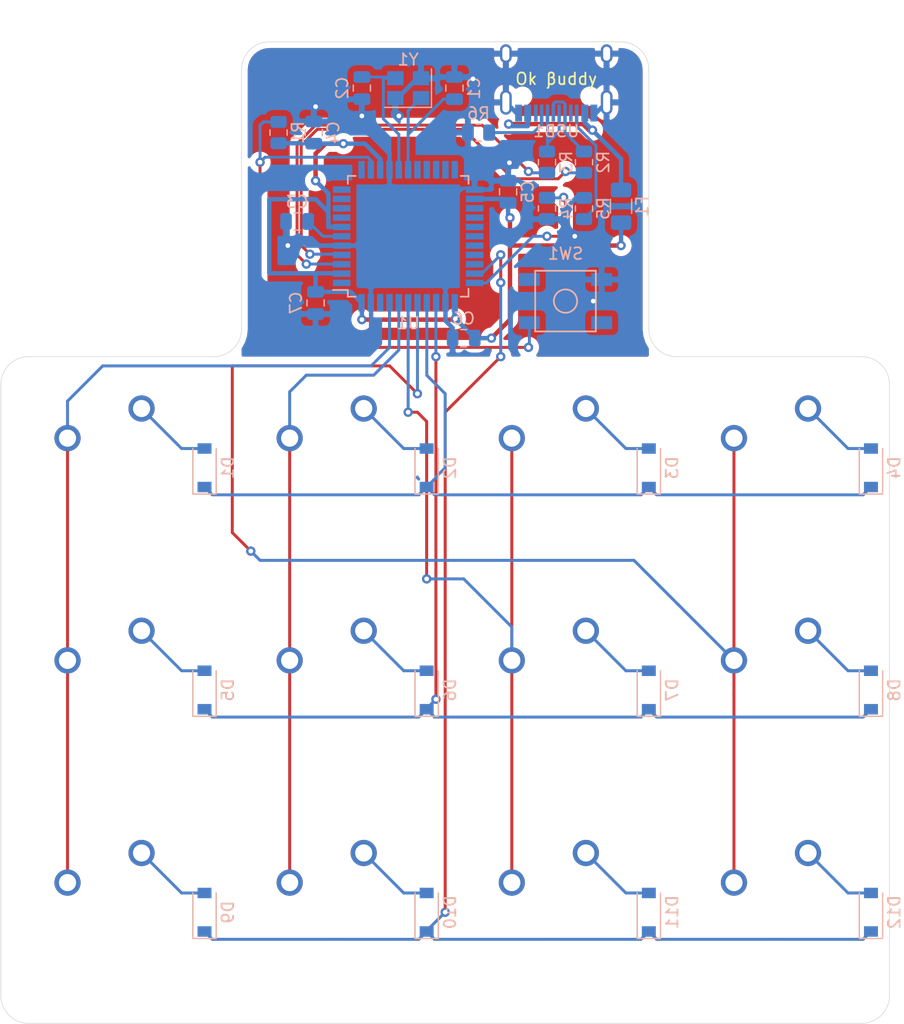
<source format=kicad_pcb>
(kicad_pcb (version 20171130) (host pcbnew "(5.1.10)-1")

  (general
    (thickness 1.6)
    (drawings 17)
    (tracks 326)
    (zones 0)
    (modules 42)
    (nets 55)
  )

  (page A4)
  (layers
    (0 F.Cu signal)
    (31 B.Cu signal)
    (32 B.Adhes user)
    (33 F.Adhes user)
    (34 B.Paste user)
    (35 F.Paste user)
    (36 B.SilkS user)
    (37 F.SilkS user)
    (38 B.Mask user)
    (39 F.Mask user)
    (40 Dwgs.User user)
    (41 Cmts.User user)
    (42 Eco1.User user)
    (43 Eco2.User user)
    (44 Edge.Cuts user)
    (45 Margin user)
    (46 B.CrtYd user)
    (47 F.CrtYd user)
    (48 B.Fab user)
    (49 F.Fab user)
  )

  (setup
    (last_trace_width 0.254)
    (trace_clearance 0.1)
    (zone_clearance 0.508)
    (zone_45_only no)
    (trace_min 0.2)
    (via_size 0.8)
    (via_drill 0.4)
    (via_min_size 0.4)
    (via_min_drill 0.3)
    (uvia_size 0.3)
    (uvia_drill 0.1)
    (uvias_allowed no)
    (uvia_min_size 0.2)
    (uvia_min_drill 0.1)
    (edge_width 0.05)
    (segment_width 0.2)
    (pcb_text_width 0.3)
    (pcb_text_size 1.5 1.5)
    (mod_edge_width 0.12)
    (mod_text_size 1 1)
    (mod_text_width 0.15)
    (pad_size 1.524 1.524)
    (pad_drill 0.762)
    (pad_to_mask_clearance 0)
    (aux_axis_origin 0 0)
    (visible_elements 7FFFFFFF)
    (pcbplotparams
      (layerselection 0x010f0_ffffffff)
      (usegerberextensions true)
      (usegerberattributes true)
      (usegerberadvancedattributes true)
      (creategerberjobfile true)
      (excludeedgelayer true)
      (linewidth 0.100000)
      (plotframeref false)
      (viasonmask false)
      (mode 1)
      (useauxorigin false)
      (hpglpennumber 1)
      (hpglpenspeed 20)
      (hpglpendiameter 15.000000)
      (psnegative false)
      (psa4output false)
      (plotreference true)
      (plotvalue true)
      (plotinvisibletext false)
      (padsonsilk false)
      (subtractmaskfromsilk true)
      (outputformat 1)
      (mirror false)
      (drillshape 0)
      (scaleselection 1)
      (outputdirectory "C:/Users/alexa/Documents/Github/Macropad-PCB/V1/Gerbers/"))
  )

  (net 0 "")
  (net 1 GND)
  (net 2 "Net-(C1-Pad1)")
  (net 3 "Net-(C2-Pad1)")
  (net 4 "Net-(C3-Pad1)")
  (net 5 +5V)
  (net 6 "Net-(D1-Pad2)")
  (net 7 ROW0)
  (net 8 "Net-(D2-Pad2)")
  (net 9 "Net-(D3-Pad2)")
  (net 10 "Net-(D4-Pad2)")
  (net 11 "Net-(D5-Pad2)")
  (net 12 ROW1)
  (net 13 "Net-(D6-Pad2)")
  (net 14 "Net-(D7-Pad2)")
  (net 15 "Net-(D8-Pad2)")
  (net 16 "Net-(D9-Pad2)")
  (net 17 ROW2)
  (net 18 "Net-(D10-Pad2)")
  (net 19 "Net-(D11-Pad2)")
  (net 20 "Net-(D12-Pad2)")
  (net 21 VCC)
  (net 22 COL0)
  (net 23 COL1)
  (net 24 COL2)
  (net 25 COL3)
  (net 26 "Net-(R1-Pad2)")
  (net 27 D+)
  (net 28 "Net-(R2-Pad1)")
  (net 29 D-)
  (net 30 "Net-(R3-Pad1)")
  (net 31 "Net-(R4-Pad2)")
  (net 32 "Net-(R5-Pad1)")
  (net 33 "Net-(R6-Pad1)")
  (net 34 "Net-(U1-Pad42)")
  (net 35 "Net-(U1-Pad31)")
  (net 36 "Net-(U1-Pad30)")
  (net 37 "Net-(U1-Pad29)")
  (net 38 "Net-(U1-Pad28)")
  (net 39 "Net-(U1-Pad27)")
  (net 40 "Net-(U1-Pad26)")
  (net 41 "Net-(U1-Pad25)")
  (net 42 "Net-(U1-Pad22)")
  (net 43 "Net-(U1-Pad21)")
  (net 44 "Net-(U1-Pad20)")
  (net 45 "Net-(U1-Pad19)")
  (net 46 "Net-(U1-Pad18)")
  (net 47 "Net-(U1-Pad12)")
  (net 48 "Net-(U1-Pad11)")
  (net 49 "Net-(U1-Pad10)")
  (net 50 "Net-(U1-Pad9)")
  (net 51 "Net-(U1-Pad8)")
  (net 52 "Net-(U1-Pad1)")
  (net 53 "Net-(USB1-Pad3)")
  (net 54 "Net-(USB1-Pad9)")

  (net_class Default "This is the default net class."
    (clearance 0.1)
    (trace_width 0.254)
    (via_dia 0.8)
    (via_drill 0.4)
    (uvia_dia 0.3)
    (uvia_drill 0.1)
    (add_net COL0)
    (add_net COL1)
    (add_net COL2)
    (add_net COL3)
    (add_net D+)
    (add_net D-)
    (add_net "Net-(C1-Pad1)")
    (add_net "Net-(C2-Pad1)")
    (add_net "Net-(C3-Pad1)")
    (add_net "Net-(D1-Pad2)")
    (add_net "Net-(D10-Pad2)")
    (add_net "Net-(D11-Pad2)")
    (add_net "Net-(D12-Pad2)")
    (add_net "Net-(D2-Pad2)")
    (add_net "Net-(D3-Pad2)")
    (add_net "Net-(D4-Pad2)")
    (add_net "Net-(D5-Pad2)")
    (add_net "Net-(D6-Pad2)")
    (add_net "Net-(D7-Pad2)")
    (add_net "Net-(D8-Pad2)")
    (add_net "Net-(D9-Pad2)")
    (add_net "Net-(R1-Pad2)")
    (add_net "Net-(R2-Pad1)")
    (add_net "Net-(R3-Pad1)")
    (add_net "Net-(R4-Pad2)")
    (add_net "Net-(R5-Pad1)")
    (add_net "Net-(R6-Pad1)")
    (add_net "Net-(U1-Pad1)")
    (add_net "Net-(U1-Pad10)")
    (add_net "Net-(U1-Pad11)")
    (add_net "Net-(U1-Pad12)")
    (add_net "Net-(U1-Pad18)")
    (add_net "Net-(U1-Pad19)")
    (add_net "Net-(U1-Pad20)")
    (add_net "Net-(U1-Pad21)")
    (add_net "Net-(U1-Pad22)")
    (add_net "Net-(U1-Pad25)")
    (add_net "Net-(U1-Pad26)")
    (add_net "Net-(U1-Pad27)")
    (add_net "Net-(U1-Pad28)")
    (add_net "Net-(U1-Pad29)")
    (add_net "Net-(U1-Pad30)")
    (add_net "Net-(U1-Pad31)")
    (add_net "Net-(U1-Pad42)")
    (add_net "Net-(U1-Pad8)")
    (add_net "Net-(U1-Pad9)")
    (add_net "Net-(USB1-Pad3)")
    (add_net "Net-(USB1-Pad9)")
    (add_net ROW0)
    (add_net ROW1)
    (add_net ROW2)
  )

  (net_class Power ""
    (clearance 0.1)
    (trace_width 0.381)
    (via_dia 0.8)
    (via_drill 0.4)
    (uvia_dia 0.3)
    (uvia_drill 0.1)
    (add_net +5V)
    (add_net GND)
    (add_net VCC)
  )

  (module Crystal:Crystal_SMD_3225-4Pin_3.2x2.5mm (layer B.Cu) (tedit 5A0FD1B2) (tstamp 6181FF28)
    (at 90.4875 63.5 180)
    (descr "SMD Crystal SERIES SMD3225/4 http://www.txccrystal.com/images/pdf/7m-accuracy.pdf, 3.2x2.5mm^2 package")
    (tags "SMD SMT crystal")
    (path /6180E95B)
    (attr smd)
    (fp_text reference Y1 (at 0 2.45) (layer B.SilkS)
      (effects (font (size 1 1) (thickness 0.15)) (justify mirror))
    )
    (fp_text value 16MHz (at 0 -2.45) (layer B.Fab)
      (effects (font (size 1 1) (thickness 0.15)) (justify mirror))
    )
    (fp_line (start -1.6 1.25) (end -1.6 -1.25) (layer B.Fab) (width 0.1))
    (fp_line (start -1.6 -1.25) (end 1.6 -1.25) (layer B.Fab) (width 0.1))
    (fp_line (start 1.6 -1.25) (end 1.6 1.25) (layer B.Fab) (width 0.1))
    (fp_line (start 1.6 1.25) (end -1.6 1.25) (layer B.Fab) (width 0.1))
    (fp_line (start -1.6 -0.25) (end -0.6 -1.25) (layer B.Fab) (width 0.1))
    (fp_line (start -2 1.65) (end -2 -1.65) (layer B.SilkS) (width 0.12))
    (fp_line (start -2 -1.65) (end 2 -1.65) (layer B.SilkS) (width 0.12))
    (fp_line (start -2.1 1.7) (end -2.1 -1.7) (layer B.CrtYd) (width 0.05))
    (fp_line (start -2.1 -1.7) (end 2.1 -1.7) (layer B.CrtYd) (width 0.05))
    (fp_line (start 2.1 -1.7) (end 2.1 1.7) (layer B.CrtYd) (width 0.05))
    (fp_line (start 2.1 1.7) (end -2.1 1.7) (layer B.CrtYd) (width 0.05))
    (fp_text user %R (at 0 0) (layer B.Fab)
      (effects (font (size 0.7 0.7) (thickness 0.105)) (justify mirror))
    )
    (pad 4 smd rect (at -1.1 0.85 180) (size 1.4 1.2) (layers B.Cu B.Paste B.Mask)
      (net 1 GND))
    (pad 3 smd rect (at 1.1 0.85 180) (size 1.4 1.2) (layers B.Cu B.Paste B.Mask)
      (net 3 "Net-(C2-Pad1)"))
    (pad 2 smd rect (at 1.1 -0.85 180) (size 1.4 1.2) (layers B.Cu B.Paste B.Mask)
      (net 1 GND))
    (pad 1 smd rect (at -1.1 -0.85 180) (size 1.4 1.2) (layers B.Cu B.Paste B.Mask)
      (net 2 "Net-(C1-Pad1)"))
    (model ${KISYS3DMOD}/Crystal.3dshapes/Crystal_SMD_3225-4Pin_3.2x2.5mm.wrl
      (at (xyz 0 0 0))
      (scale (xyz 1 1 1))
      (rotate (xyz 0 0 0))
    )
  )

  (module Type-C:HRO-TYPE-C-31-M-12-Assembly (layer B.Cu) (tedit 5C42C666) (tstamp 61823263)
    (at 103.1875 57.94375)
    (path /618918E4)
    (attr smd)
    (fp_text reference USB1 (at 0 9.25) (layer B.SilkS)
      (effects (font (size 1 1) (thickness 0.15)) (justify mirror))
    )
    (fp_text value HRO-TYPE-C-31-M-12 (at 0 -1.15) (layer Dwgs.User)
      (effects (font (size 1 1) (thickness 0.15)))
    )
    (fp_line (start -4.47 7.3) (end 4.47 7.3) (layer Dwgs.User) (width 0.15))
    (fp_line (start 4.47 0) (end 4.47 7.3) (layer Dwgs.User) (width 0.15))
    (fp_line (start -4.47 0) (end -4.47 7.3) (layer Dwgs.User) (width 0.15))
    (fp_line (start -4.47 0) (end 4.47 0) (layer Dwgs.User) (width 0.15))
    (fp_line (start -4.5 7.5) (end -3.75 7.5) (layer B.CrtYd) (width 0.15))
    (fp_line (start 3.75 7.5) (end 4.5 7.5) (layer B.CrtYd) (width 0.15))
    (fp_line (start 4.5 7.5) (end 4.5 0) (layer B.CrtYd) (width 0.15))
    (fp_line (start 4.5 0) (end -4.5 0) (layer B.CrtYd) (width 0.15))
    (fp_line (start -4.5 0) (end -4.5 7.5) (layer B.CrtYd) (width 0.15))
    (fp_line (start -3.75 7.5) (end -3.75 8.5) (layer B.CrtYd) (width 0.15))
    (fp_line (start -3.75 8.5) (end 3.75 8.5) (layer B.CrtYd) (width 0.15))
    (fp_line (start 3.75 8.5) (end 3.75 7.5) (layer B.CrtYd) (width 0.15))
    (fp_text user %R (at 0 9.25) (layer B.Fab)
      (effects (font (size 1 1) (thickness 0.15)) (justify mirror))
    )
    (pad 12 smd rect (at 3.225 7.695) (size 0.6 1.45) (layers B.Cu B.Paste B.Mask)
      (net 1 GND))
    (pad 1 smd rect (at -3.225 7.695) (size 0.6 1.45) (layers B.Cu B.Paste B.Mask)
      (net 1 GND))
    (pad 11 smd rect (at 2.45 7.695) (size 0.6 1.45) (layers B.Cu B.Paste B.Mask)
      (net 21 VCC))
    (pad 2 smd rect (at -2.45 7.695) (size 0.6 1.45) (layers B.Cu B.Paste B.Mask)
      (net 21 VCC))
    (pad 3 smd rect (at -1.75 7.695) (size 0.3 1.45) (layers B.Cu B.Paste B.Mask)
      (net 53 "Net-(USB1-Pad3)"))
    (pad 10 smd rect (at 1.75 7.695) (size 0.3 1.45) (layers B.Cu B.Paste B.Mask)
      (net 32 "Net-(R5-Pad1)"))
    (pad 4 smd rect (at -1.25 7.695) (size 0.3 1.45) (layers B.Cu B.Paste B.Mask)
      (net 33 "Net-(R6-Pad1)"))
    (pad 9 smd rect (at 1.25 7.695) (size 0.3 1.45) (layers B.Cu B.Paste B.Mask)
      (net 54 "Net-(USB1-Pad9)"))
    (pad 5 smd rect (at -0.75 7.695) (size 0.3 1.45) (layers B.Cu B.Paste B.Mask)
      (net 29 D-))
    (pad 8 smd rect (at 0.75 7.695) (size 0.3 1.45) (layers B.Cu B.Paste B.Mask)
      (net 27 D+))
    (pad 7 smd rect (at 0.25 7.695) (size 0.3 1.45) (layers B.Cu B.Paste B.Mask)
      (net 29 D-))
    (pad 6 smd rect (at -0.25 7.695) (size 0.3 1.45) (layers B.Cu B.Paste B.Mask)
      (net 27 D+))
    (pad "" np_thru_hole circle (at 2.89 6.25) (size 0.65 0.65) (drill 0.65) (layers *.Cu *.Mask))
    (pad "" np_thru_hole circle (at -2.89 6.25) (size 0.65 0.65) (drill 0.65) (layers *.Cu *.Mask))
    (pad 13 thru_hole oval (at -4.32 6.78) (size 1 2.1) (drill oval 0.6 1.7) (layers *.Cu *.Mask)
      (net 1 GND))
    (pad 13 thru_hole oval (at 4.32 6.78) (size 1 2.1) (drill oval 0.6 1.7) (layers *.Cu *.Mask)
      (net 1 GND))
    (pad 13 thru_hole oval (at -4.32 2.6) (size 1 1.6) (drill oval 0.6 1.2) (layers *.Cu *.Mask)
      (net 1 GND))
    (pad 13 thru_hole oval (at 4.32 2.6) (size 1 1.6) (drill oval 0.6 1.2) (layers *.Cu *.Mask)
      (net 1 GND))
  )

  (module Package_QFP:TQFP-44_10x10mm_P0.8mm (layer B.Cu) (tedit 5A02F146) (tstamp 6181FF90)
    (at 90.4875 76.2)
    (descr "44-Lead Plastic Thin Quad Flatpack (PT) - 10x10x1.0 mm Body [TQFP] (see Microchip Packaging Specification 00000049BS.pdf)")
    (tags "QFP 0.8")
    (path /617EF3D0)
    (attr smd)
    (fp_text reference U1 (at 0 7.45) (layer B.SilkS)
      (effects (font (size 1 1) (thickness 0.15)) (justify mirror))
    )
    (fp_text value ATmega32U4-AU (at 0 -7.45) (layer B.Fab)
      (effects (font (size 1 1) (thickness 0.15)) (justify mirror))
    )
    (fp_line (start -4 5) (end 5 5) (layer B.Fab) (width 0.15))
    (fp_line (start 5 5) (end 5 -5) (layer B.Fab) (width 0.15))
    (fp_line (start 5 -5) (end -5 -5) (layer B.Fab) (width 0.15))
    (fp_line (start -5 -5) (end -5 4) (layer B.Fab) (width 0.15))
    (fp_line (start -5 4) (end -4 5) (layer B.Fab) (width 0.15))
    (fp_line (start -6.7 6.7) (end -6.7 -6.7) (layer B.CrtYd) (width 0.05))
    (fp_line (start 6.7 6.7) (end 6.7 -6.7) (layer B.CrtYd) (width 0.05))
    (fp_line (start -6.7 6.7) (end 6.7 6.7) (layer B.CrtYd) (width 0.05))
    (fp_line (start -6.7 -6.7) (end 6.7 -6.7) (layer B.CrtYd) (width 0.05))
    (fp_line (start -5.175 5.175) (end -5.175 4.6) (layer B.SilkS) (width 0.15))
    (fp_line (start 5.175 5.175) (end 5.175 4.5) (layer B.SilkS) (width 0.15))
    (fp_line (start 5.175 -5.175) (end 5.175 -4.5) (layer B.SilkS) (width 0.15))
    (fp_line (start -5.175 -5.175) (end -5.175 -4.5) (layer B.SilkS) (width 0.15))
    (fp_line (start -5.175 5.175) (end -4.5 5.175) (layer B.SilkS) (width 0.15))
    (fp_line (start -5.175 -5.175) (end -4.5 -5.175) (layer B.SilkS) (width 0.15))
    (fp_line (start 5.175 -5.175) (end 4.5 -5.175) (layer B.SilkS) (width 0.15))
    (fp_line (start 5.175 5.175) (end 4.5 5.175) (layer B.SilkS) (width 0.15))
    (fp_line (start -5.175 4.6) (end -6.45 4.6) (layer B.SilkS) (width 0.15))
    (fp_text user %R (at 0 0) (layer B.Fab)
      (effects (font (size 1 1) (thickness 0.15)) (justify mirror))
    )
    (pad 44 smd rect (at -4 5.7 270) (size 1.5 0.55) (layers B.Cu B.Paste B.Mask)
      (net 5 +5V))
    (pad 43 smd rect (at -3.2 5.7 270) (size 1.5 0.55) (layers B.Cu B.Paste B.Mask)
      (net 1 GND))
    (pad 42 smd rect (at -2.4 5.7 270) (size 1.5 0.55) (layers B.Cu B.Paste B.Mask)
      (net 34 "Net-(U1-Pad42)"))
    (pad 41 smd rect (at -1.6 5.7 270) (size 1.5 0.55) (layers B.Cu B.Paste B.Mask)
      (net 22 COL0))
    (pad 40 smd rect (at -0.8 5.7 270) (size 1.5 0.55) (layers B.Cu B.Paste B.Mask)
      (net 23 COL1))
    (pad 39 smd rect (at 0 5.7 270) (size 1.5 0.55) (layers B.Cu B.Paste B.Mask)
      (net 24 COL2))
    (pad 38 smd rect (at 0.8 5.7 270) (size 1.5 0.55) (layers B.Cu B.Paste B.Mask)
      (net 25 COL3))
    (pad 37 smd rect (at 1.6 5.7 270) (size 1.5 0.55) (layers B.Cu B.Paste B.Mask)
      (net 7 ROW0))
    (pad 36 smd rect (at 2.4 5.7 270) (size 1.5 0.55) (layers B.Cu B.Paste B.Mask)
      (net 12 ROW1))
    (pad 35 smd rect (at 3.2 5.7 270) (size 1.5 0.55) (layers B.Cu B.Paste B.Mask)
      (net 1 GND))
    (pad 34 smd rect (at 4 5.7 270) (size 1.5 0.55) (layers B.Cu B.Paste B.Mask)
      (net 5 +5V))
    (pad 33 smd rect (at 5.7 4) (size 1.5 0.55) (layers B.Cu B.Paste B.Mask)
      (net 31 "Net-(R4-Pad2)"))
    (pad 32 smd rect (at 5.7 3.2) (size 1.5 0.55) (layers B.Cu B.Paste B.Mask)
      (net 17 ROW2))
    (pad 31 smd rect (at 5.7 2.4) (size 1.5 0.55) (layers B.Cu B.Paste B.Mask)
      (net 35 "Net-(U1-Pad31)"))
    (pad 30 smd rect (at 5.7 1.6) (size 1.5 0.55) (layers B.Cu B.Paste B.Mask)
      (net 36 "Net-(U1-Pad30)"))
    (pad 29 smd rect (at 5.7 0.8) (size 1.5 0.55) (layers B.Cu B.Paste B.Mask)
      (net 37 "Net-(U1-Pad29)"))
    (pad 28 smd rect (at 5.7 0) (size 1.5 0.55) (layers B.Cu B.Paste B.Mask)
      (net 38 "Net-(U1-Pad28)"))
    (pad 27 smd rect (at 5.7 -0.8) (size 1.5 0.55) (layers B.Cu B.Paste B.Mask)
      (net 39 "Net-(U1-Pad27)"))
    (pad 26 smd rect (at 5.7 -1.6) (size 1.5 0.55) (layers B.Cu B.Paste B.Mask)
      (net 40 "Net-(U1-Pad26)"))
    (pad 25 smd rect (at 5.7 -2.4) (size 1.5 0.55) (layers B.Cu B.Paste B.Mask)
      (net 41 "Net-(U1-Pad25)"))
    (pad 24 smd rect (at 5.7 -3.2) (size 1.5 0.55) (layers B.Cu B.Paste B.Mask)
      (net 5 +5V))
    (pad 23 smd rect (at 5.7 -4) (size 1.5 0.55) (layers B.Cu B.Paste B.Mask)
      (net 1 GND))
    (pad 22 smd rect (at 4 -5.7 270) (size 1.5 0.55) (layers B.Cu B.Paste B.Mask)
      (net 42 "Net-(U1-Pad22)"))
    (pad 21 smd rect (at 3.2 -5.7 270) (size 1.5 0.55) (layers B.Cu B.Paste B.Mask)
      (net 43 "Net-(U1-Pad21)"))
    (pad 20 smd rect (at 2.4 -5.7 270) (size 1.5 0.55) (layers B.Cu B.Paste B.Mask)
      (net 44 "Net-(U1-Pad20)"))
    (pad 19 smd rect (at 1.6 -5.7 270) (size 1.5 0.55) (layers B.Cu B.Paste B.Mask)
      (net 45 "Net-(U1-Pad19)"))
    (pad 18 smd rect (at 0.8 -5.7 270) (size 1.5 0.55) (layers B.Cu B.Paste B.Mask)
      (net 46 "Net-(U1-Pad18)"))
    (pad 17 smd rect (at 0 -5.7 270) (size 1.5 0.55) (layers B.Cu B.Paste B.Mask)
      (net 2 "Net-(C1-Pad1)"))
    (pad 16 smd rect (at -0.8 -5.7 270) (size 1.5 0.55) (layers B.Cu B.Paste B.Mask)
      (net 3 "Net-(C2-Pad1)"))
    (pad 15 smd rect (at -1.6 -5.7 270) (size 1.5 0.55) (layers B.Cu B.Paste B.Mask)
      (net 1 GND))
    (pad 14 smd rect (at -2.4 -5.7 270) (size 1.5 0.55) (layers B.Cu B.Paste B.Mask)
      (net 5 +5V))
    (pad 13 smd rect (at -3.2 -5.7 270) (size 1.5 0.55) (layers B.Cu B.Paste B.Mask)
      (net 26 "Net-(R1-Pad2)"))
    (pad 12 smd rect (at -4 -5.7 270) (size 1.5 0.55) (layers B.Cu B.Paste B.Mask)
      (net 47 "Net-(U1-Pad12)"))
    (pad 11 smd rect (at -5.7 -4) (size 1.5 0.55) (layers B.Cu B.Paste B.Mask)
      (net 48 "Net-(U1-Pad11)"))
    (pad 10 smd rect (at -5.7 -3.2) (size 1.5 0.55) (layers B.Cu B.Paste B.Mask)
      (net 49 "Net-(U1-Pad10)"))
    (pad 9 smd rect (at -5.7 -2.4) (size 1.5 0.55) (layers B.Cu B.Paste B.Mask)
      (net 50 "Net-(U1-Pad9)"))
    (pad 8 smd rect (at -5.7 -1.6) (size 1.5 0.55) (layers B.Cu B.Paste B.Mask)
      (net 51 "Net-(U1-Pad8)"))
    (pad 7 smd rect (at -5.7 -0.8) (size 1.5 0.55) (layers B.Cu B.Paste B.Mask)
      (net 5 +5V))
    (pad 6 smd rect (at -5.7 0) (size 1.5 0.55) (layers B.Cu B.Paste B.Mask)
      (net 4 "Net-(C3-Pad1)"))
    (pad 5 smd rect (at -5.7 0.8) (size 1.5 0.55) (layers B.Cu B.Paste B.Mask)
      (net 1 GND))
    (pad 4 smd rect (at -5.7 1.6) (size 1.5 0.55) (layers B.Cu B.Paste B.Mask)
      (net 28 "Net-(R2-Pad1)"))
    (pad 3 smd rect (at -5.7 2.4) (size 1.5 0.55) (layers B.Cu B.Paste B.Mask)
      (net 30 "Net-(R3-Pad1)"))
    (pad 2 smd rect (at -5.7 3.2) (size 1.5 0.55) (layers B.Cu B.Paste B.Mask)
      (net 5 +5V))
    (pad 1 smd rect (at -5.7 4) (size 1.5 0.55) (layers B.Cu B.Paste B.Mask)
      (net 52 "Net-(U1-Pad1)"))
    (model ${KISYS3DMOD}/Package_QFP.3dshapes/TQFP-44_10x10mm_P0.8mm.wrl
      (at (xyz 0 0 0))
      (scale (xyz 1 1 1))
      (rotate (xyz 0 0 0))
    )
  )

  (module random-keyboard-parts:SKQG-1155865 (layer B.Cu) (tedit 5E62B398) (tstamp 6181CB72)
    (at 103.98125 81.75625)
    (path /61819D3D)
    (attr smd)
    (fp_text reference SW1 (at 0 -4.064) (layer B.SilkS)
      (effects (font (size 1 1) (thickness 0.15)) (justify mirror))
    )
    (fp_text value SW_Push (at 0 4.064) (layer B.Fab)
      (effects (font (size 1 1) (thickness 0.15)) (justify mirror))
    )
    (fp_line (start -2.6 -1.1) (end -1.1 -2.6) (layer B.Fab) (width 0.15))
    (fp_line (start 2.6 -1.1) (end 1.1 -2.6) (layer B.Fab) (width 0.15))
    (fp_line (start 2.6 1.1) (end 1.1 2.6) (layer B.Fab) (width 0.15))
    (fp_line (start -2.6 1.1) (end -1.1 2.6) (layer B.Fab) (width 0.15))
    (fp_circle (center 0 0) (end 1 0) (layer B.Fab) (width 0.15))
    (fp_line (start -4.2 1.1) (end -4.2 2.6) (layer B.Fab) (width 0.15))
    (fp_line (start -2.6 1.1) (end -4.2 1.1) (layer B.Fab) (width 0.15))
    (fp_line (start -2.6 -1.1) (end -2.6 1.1) (layer B.Fab) (width 0.15))
    (fp_line (start -4.2 -1.1) (end -2.6 -1.1) (layer B.Fab) (width 0.15))
    (fp_line (start -4.2 -2.6) (end -4.2 -1.1) (layer B.Fab) (width 0.15))
    (fp_line (start 4.2 -2.6) (end -4.2 -2.6) (layer B.Fab) (width 0.15))
    (fp_line (start 4.2 -1.1) (end 4.2 -2.6) (layer B.Fab) (width 0.15))
    (fp_line (start 2.6 -1.1) (end 4.2 -1.1) (layer B.Fab) (width 0.15))
    (fp_line (start 2.6 1.1) (end 2.6 -1.1) (layer B.Fab) (width 0.15))
    (fp_line (start 4.2 1.1) (end 2.6 1.1) (layer B.Fab) (width 0.15))
    (fp_line (start 4.2 2.6) (end 4.2 1.2) (layer B.Fab) (width 0.15))
    (fp_line (start -4.2 2.6) (end 4.2 2.6) (layer B.Fab) (width 0.15))
    (fp_circle (center 0 0) (end 1 0) (layer B.SilkS) (width 0.15))
    (fp_line (start -2.6 -2.6) (end -2.6 2.6) (layer B.SilkS) (width 0.15))
    (fp_line (start 2.6 -2.6) (end -2.6 -2.6) (layer B.SilkS) (width 0.15))
    (fp_line (start 2.6 2.6) (end 2.6 -2.6) (layer B.SilkS) (width 0.15))
    (fp_line (start -2.6 2.6) (end 2.6 2.6) (layer B.SilkS) (width 0.15))
    (pad 4 smd rect (at -3.1 -1.85) (size 1.8 1.1) (layers B.Cu B.Paste B.Mask))
    (pad 3 smd rect (at 3.1 1.85) (size 1.8 1.1) (layers B.Cu B.Paste B.Mask))
    (pad 2 smd rect (at -3.1 1.85) (size 1.8 1.1) (layers B.Cu B.Paste B.Mask)
      (net 26 "Net-(R1-Pad2)"))
    (pad 1 smd rect (at 3.1 -1.85) (size 1.8 1.1) (layers B.Cu B.Paste B.Mask)
      (net 1 GND))
    (model ${KISYS3DMOD}/Button_Switch_SMD.3dshapes/SW_SPST_TL3342.step
      (at (xyz 0 0 0))
      (scale (xyz 1 1 1))
      (rotate (xyz 0 0 0))
    )
  )

  (module Resistor_SMD:R_0805_2012Metric (layer B.Cu) (tedit 5F68FEEE) (tstamp 61804AD7)
    (at 96.52 67.31 180)
    (descr "Resistor SMD 0805 (2012 Metric), square (rectangular) end terminal, IPC_7351 nominal, (Body size source: IPC-SM-782 page 72, https://www.pcb-3d.com/wordpress/wp-content/uploads/ipc-sm-782a_amendment_1_and_2.pdf), generated with kicad-footprint-generator")
    (tags resistor)
    (path /618EF802)
    (attr smd)
    (fp_text reference R6 (at 0 1.65) (layer B.SilkS)
      (effects (font (size 1 1) (thickness 0.15)) (justify mirror))
    )
    (fp_text value 5.1k (at 0 -1.65) (layer B.Fab)
      (effects (font (size 1 1) (thickness 0.15)) (justify mirror))
    )
    (fp_line (start -1 -0.625) (end -1 0.625) (layer B.Fab) (width 0.1))
    (fp_line (start -1 0.625) (end 1 0.625) (layer B.Fab) (width 0.1))
    (fp_line (start 1 0.625) (end 1 -0.625) (layer B.Fab) (width 0.1))
    (fp_line (start 1 -0.625) (end -1 -0.625) (layer B.Fab) (width 0.1))
    (fp_line (start -0.227064 0.735) (end 0.227064 0.735) (layer B.SilkS) (width 0.12))
    (fp_line (start -0.227064 -0.735) (end 0.227064 -0.735) (layer B.SilkS) (width 0.12))
    (fp_line (start -1.68 -0.95) (end -1.68 0.95) (layer B.CrtYd) (width 0.05))
    (fp_line (start -1.68 0.95) (end 1.68 0.95) (layer B.CrtYd) (width 0.05))
    (fp_line (start 1.68 0.95) (end 1.68 -0.95) (layer B.CrtYd) (width 0.05))
    (fp_line (start 1.68 -0.95) (end -1.68 -0.95) (layer B.CrtYd) (width 0.05))
    (fp_text user %R (at 0 0) (layer B.Fab)
      (effects (font (size 0.5 0.5) (thickness 0.08)) (justify mirror))
    )
    (pad 2 smd roundrect (at 0.9125 0 180) (size 1.025 1.4) (layers B.Cu B.Paste B.Mask) (roundrect_rratio 0.2439014634146341)
      (net 1 GND))
    (pad 1 smd roundrect (at -0.9125 0 180) (size 1.025 1.4) (layers B.Cu B.Paste B.Mask) (roundrect_rratio 0.2439014634146341)
      (net 33 "Net-(R6-Pad1)"))
    (model ${KISYS3DMOD}/Resistor_SMD.3dshapes/R_0805_2012Metric.wrl
      (at (xyz 0 0 0))
      (scale (xyz 1 1 1))
      (rotate (xyz 0 0 0))
    )
  )

  (module Resistor_SMD:R_0805_2012Metric (layer B.Cu) (tedit 5F68FEEE) (tstamp 6181CB43)
    (at 105.56875 73.81875 90)
    (descr "Resistor SMD 0805 (2012 Metric), square (rectangular) end terminal, IPC_7351 nominal, (Body size source: IPC-SM-782 page 72, https://www.pcb-3d.com/wordpress/wp-content/uploads/ipc-sm-782a_amendment_1_and_2.pdf), generated with kicad-footprint-generator")
    (tags resistor)
    (path /618F264E)
    (attr smd)
    (fp_text reference R5 (at 0 1.65 90) (layer B.SilkS)
      (effects (font (size 1 1) (thickness 0.15)) (justify mirror))
    )
    (fp_text value 5.1k (at 0 -1.65 90) (layer B.Fab)
      (effects (font (size 1 1) (thickness 0.15)) (justify mirror))
    )
    (fp_line (start -1 -0.625) (end -1 0.625) (layer B.Fab) (width 0.1))
    (fp_line (start -1 0.625) (end 1 0.625) (layer B.Fab) (width 0.1))
    (fp_line (start 1 0.625) (end 1 -0.625) (layer B.Fab) (width 0.1))
    (fp_line (start 1 -0.625) (end -1 -0.625) (layer B.Fab) (width 0.1))
    (fp_line (start -0.227064 0.735) (end 0.227064 0.735) (layer B.SilkS) (width 0.12))
    (fp_line (start -0.227064 -0.735) (end 0.227064 -0.735) (layer B.SilkS) (width 0.12))
    (fp_line (start -1.68 -0.95) (end -1.68 0.95) (layer B.CrtYd) (width 0.05))
    (fp_line (start -1.68 0.95) (end 1.68 0.95) (layer B.CrtYd) (width 0.05))
    (fp_line (start 1.68 0.95) (end 1.68 -0.95) (layer B.CrtYd) (width 0.05))
    (fp_line (start 1.68 -0.95) (end -1.68 -0.95) (layer B.CrtYd) (width 0.05))
    (fp_text user %R (at 0 0 90) (layer B.Fab)
      (effects (font (size 0.5 0.5) (thickness 0.08)) (justify mirror))
    )
    (pad 2 smd roundrect (at 0.9125 0 90) (size 1.025 1.4) (layers B.Cu B.Paste B.Mask) (roundrect_rratio 0.2439014634146341)
      (net 1 GND))
    (pad 1 smd roundrect (at -0.9125 0 90) (size 1.025 1.4) (layers B.Cu B.Paste B.Mask) (roundrect_rratio 0.2439014634146341)
      (net 32 "Net-(R5-Pad1)"))
    (model ${KISYS3DMOD}/Resistor_SMD.3dshapes/R_0805_2012Metric.wrl
      (at (xyz 0 0 0))
      (scale (xyz 1 1 1))
      (rotate (xyz 0 0 0))
    )
  )

  (module Resistor_SMD:R_0805_2012Metric (layer B.Cu) (tedit 5F68FEEE) (tstamp 6181CB32)
    (at 102.39375 73.81875 90)
    (descr "Resistor SMD 0805 (2012 Metric), square (rectangular) end terminal, IPC_7351 nominal, (Body size source: IPC-SM-782 page 72, https://www.pcb-3d.com/wordpress/wp-content/uploads/ipc-sm-782a_amendment_1_and_2.pdf), generated with kicad-footprint-generator")
    (tags resistor)
    (path /617F9E69)
    (attr smd)
    (fp_text reference R4 (at 0 1.65 90) (layer B.SilkS)
      (effects (font (size 1 1) (thickness 0.15)) (justify mirror))
    )
    (fp_text value 10k (at 0 -1.65 90) (layer B.Fab)
      (effects (font (size 1 1) (thickness 0.15)) (justify mirror))
    )
    (fp_line (start -1 -0.625) (end -1 0.625) (layer B.Fab) (width 0.1))
    (fp_line (start -1 0.625) (end 1 0.625) (layer B.Fab) (width 0.1))
    (fp_line (start 1 0.625) (end 1 -0.625) (layer B.Fab) (width 0.1))
    (fp_line (start 1 -0.625) (end -1 -0.625) (layer B.Fab) (width 0.1))
    (fp_line (start -0.227064 0.735) (end 0.227064 0.735) (layer B.SilkS) (width 0.12))
    (fp_line (start -0.227064 -0.735) (end 0.227064 -0.735) (layer B.SilkS) (width 0.12))
    (fp_line (start -1.68 -0.95) (end -1.68 0.95) (layer B.CrtYd) (width 0.05))
    (fp_line (start -1.68 0.95) (end 1.68 0.95) (layer B.CrtYd) (width 0.05))
    (fp_line (start 1.68 0.95) (end 1.68 -0.95) (layer B.CrtYd) (width 0.05))
    (fp_line (start 1.68 -0.95) (end -1.68 -0.95) (layer B.CrtYd) (width 0.05))
    (fp_text user %R (at 0 0 90) (layer B.Fab)
      (effects (font (size 0.5 0.5) (thickness 0.08)) (justify mirror))
    )
    (pad 2 smd roundrect (at 0.9125 0 90) (size 1.025 1.4) (layers B.Cu B.Paste B.Mask) (roundrect_rratio 0.2439014634146341)
      (net 31 "Net-(R4-Pad2)"))
    (pad 1 smd roundrect (at -0.9125 0 90) (size 1.025 1.4) (layers B.Cu B.Paste B.Mask) (roundrect_rratio 0.2439014634146341)
      (net 1 GND))
    (model ${KISYS3DMOD}/Resistor_SMD.3dshapes/R_0805_2012Metric.wrl
      (at (xyz 0 0 0))
      (scale (xyz 1 1 1))
      (rotate (xyz 0 0 0))
    )
  )

  (module Resistor_SMD:R_0805_2012Metric (layer B.Cu) (tedit 5F68FEEE) (tstamp 6181CB21)
    (at 102.39375 69.85 90)
    (descr "Resistor SMD 0805 (2012 Metric), square (rectangular) end terminal, IPC_7351 nominal, (Body size source: IPC-SM-782 page 72, https://www.pcb-3d.com/wordpress/wp-content/uploads/ipc-sm-782a_amendment_1_and_2.pdf), generated with kicad-footprint-generator")
    (tags resistor)
    (path /617FD631)
    (attr smd)
    (fp_text reference R3 (at 0 1.65 90) (layer B.SilkS)
      (effects (font (size 1 1) (thickness 0.15)) (justify mirror))
    )
    (fp_text value 22 (at 0 -1.65 90) (layer B.Fab)
      (effects (font (size 1 1) (thickness 0.15)) (justify mirror))
    )
    (fp_line (start -1 -0.625) (end -1 0.625) (layer B.Fab) (width 0.1))
    (fp_line (start -1 0.625) (end 1 0.625) (layer B.Fab) (width 0.1))
    (fp_line (start 1 0.625) (end 1 -0.625) (layer B.Fab) (width 0.1))
    (fp_line (start 1 -0.625) (end -1 -0.625) (layer B.Fab) (width 0.1))
    (fp_line (start -0.227064 0.735) (end 0.227064 0.735) (layer B.SilkS) (width 0.12))
    (fp_line (start -0.227064 -0.735) (end 0.227064 -0.735) (layer B.SilkS) (width 0.12))
    (fp_line (start -1.68 -0.95) (end -1.68 0.95) (layer B.CrtYd) (width 0.05))
    (fp_line (start -1.68 0.95) (end 1.68 0.95) (layer B.CrtYd) (width 0.05))
    (fp_line (start 1.68 0.95) (end 1.68 -0.95) (layer B.CrtYd) (width 0.05))
    (fp_line (start 1.68 -0.95) (end -1.68 -0.95) (layer B.CrtYd) (width 0.05))
    (fp_text user %R (at 0 0 90) (layer B.Fab)
      (effects (font (size 0.5 0.5) (thickness 0.08)) (justify mirror))
    )
    (pad 2 smd roundrect (at 0.9125 0 90) (size 1.025 1.4) (layers B.Cu B.Paste B.Mask) (roundrect_rratio 0.2439014634146341)
      (net 29 D-))
    (pad 1 smd roundrect (at -0.9125 0 90) (size 1.025 1.4) (layers B.Cu B.Paste B.Mask) (roundrect_rratio 0.2439014634146341)
      (net 30 "Net-(R3-Pad1)"))
    (model ${KISYS3DMOD}/Resistor_SMD.3dshapes/R_0805_2012Metric.wrl
      (at (xyz 0 0 0))
      (scale (xyz 1 1 1))
      (rotate (xyz 0 0 0))
    )
  )

  (module Resistor_SMD:R_0805_2012Metric (layer B.Cu) (tedit 5F68FEEE) (tstamp 6181CB10)
    (at 105.56875 69.85 90)
    (descr "Resistor SMD 0805 (2012 Metric), square (rectangular) end terminal, IPC_7351 nominal, (Body size source: IPC-SM-782 page 72, https://www.pcb-3d.com/wordpress/wp-content/uploads/ipc-sm-782a_amendment_1_and_2.pdf), generated with kicad-footprint-generator")
    (tags resistor)
    (path /617FC746)
    (attr smd)
    (fp_text reference R2 (at 0 1.65 90) (layer B.SilkS)
      (effects (font (size 1 1) (thickness 0.15)) (justify mirror))
    )
    (fp_text value 22 (at 0 -1.65 90) (layer B.Fab)
      (effects (font (size 1 1) (thickness 0.15)) (justify mirror))
    )
    (fp_line (start -1 -0.625) (end -1 0.625) (layer B.Fab) (width 0.1))
    (fp_line (start -1 0.625) (end 1 0.625) (layer B.Fab) (width 0.1))
    (fp_line (start 1 0.625) (end 1 -0.625) (layer B.Fab) (width 0.1))
    (fp_line (start 1 -0.625) (end -1 -0.625) (layer B.Fab) (width 0.1))
    (fp_line (start -0.227064 0.735) (end 0.227064 0.735) (layer B.SilkS) (width 0.12))
    (fp_line (start -0.227064 -0.735) (end 0.227064 -0.735) (layer B.SilkS) (width 0.12))
    (fp_line (start -1.68 -0.95) (end -1.68 0.95) (layer B.CrtYd) (width 0.05))
    (fp_line (start -1.68 0.95) (end 1.68 0.95) (layer B.CrtYd) (width 0.05))
    (fp_line (start 1.68 0.95) (end 1.68 -0.95) (layer B.CrtYd) (width 0.05))
    (fp_line (start 1.68 -0.95) (end -1.68 -0.95) (layer B.CrtYd) (width 0.05))
    (fp_text user %R (at 0 0 90) (layer B.Fab)
      (effects (font (size 0.5 0.5) (thickness 0.08)) (justify mirror))
    )
    (pad 2 smd roundrect (at 0.9125 0 90) (size 1.025 1.4) (layers B.Cu B.Paste B.Mask) (roundrect_rratio 0.2439014634146341)
      (net 27 D+))
    (pad 1 smd roundrect (at -0.9125 0 90) (size 1.025 1.4) (layers B.Cu B.Paste B.Mask) (roundrect_rratio 0.2439014634146341)
      (net 28 "Net-(R2-Pad1)"))
    (model ${KISYS3DMOD}/Resistor_SMD.3dshapes/R_0805_2012Metric.wrl
      (at (xyz 0 0 0))
      (scale (xyz 1 1 1))
      (rotate (xyz 0 0 0))
    )
  )

  (module Resistor_SMD:R_0805_2012Metric (layer B.Cu) (tedit 5F68FEEE) (tstamp 61803D66)
    (at 79.375 67.31 90)
    (descr "Resistor SMD 0805 (2012 Metric), square (rectangular) end terminal, IPC_7351 nominal, (Body size source: IPC-SM-782 page 72, https://www.pcb-3d.com/wordpress/wp-content/uploads/ipc-sm-782a_amendment_1_and_2.pdf), generated with kicad-footprint-generator")
    (tags resistor)
    (path /6181C07D)
    (attr smd)
    (fp_text reference R1 (at 0 1.65 270) (layer B.SilkS)
      (effects (font (size 1 1) (thickness 0.15)) (justify mirror))
    )
    (fp_text value 10k (at 0 -1.65 270) (layer B.Fab)
      (effects (font (size 1 1) (thickness 0.15)) (justify mirror))
    )
    (fp_line (start -1 -0.625) (end -1 0.625) (layer B.Fab) (width 0.1))
    (fp_line (start -1 0.625) (end 1 0.625) (layer B.Fab) (width 0.1))
    (fp_line (start 1 0.625) (end 1 -0.625) (layer B.Fab) (width 0.1))
    (fp_line (start 1 -0.625) (end -1 -0.625) (layer B.Fab) (width 0.1))
    (fp_line (start -0.227064 0.735) (end 0.227064 0.735) (layer B.SilkS) (width 0.12))
    (fp_line (start -0.227064 -0.735) (end 0.227064 -0.735) (layer B.SilkS) (width 0.12))
    (fp_line (start -1.68 -0.95) (end -1.68 0.95) (layer B.CrtYd) (width 0.05))
    (fp_line (start -1.68 0.95) (end 1.68 0.95) (layer B.CrtYd) (width 0.05))
    (fp_line (start 1.68 0.95) (end 1.68 -0.95) (layer B.CrtYd) (width 0.05))
    (fp_line (start 1.68 -0.95) (end -1.68 -0.95) (layer B.CrtYd) (width 0.05))
    (fp_text user %R (at 0 0 270) (layer B.Fab)
      (effects (font (size 0.5 0.5) (thickness 0.08)) (justify mirror))
    )
    (pad 2 smd roundrect (at 0.9125 0 90) (size 1.025 1.4) (layers B.Cu B.Paste B.Mask) (roundrect_rratio 0.2439014634146341)
      (net 26 "Net-(R1-Pad2)"))
    (pad 1 smd roundrect (at -0.9125 0 90) (size 1.025 1.4) (layers B.Cu B.Paste B.Mask) (roundrect_rratio 0.2439014634146341)
      (net 5 +5V))
    (model ${KISYS3DMOD}/Resistor_SMD.3dshapes/R_0805_2012Metric.wrl
      (at (xyz 0 0 0))
      (scale (xyz 1 1 1))
      (rotate (xyz 0 0 0))
    )
  )

  (module MX_Only:MXOnly-1U-NoLED (layer F.Cu) (tedit 5BD3C6C7) (tstamp 6181CAEE)
    (at 122.2375 134.14375)
    (path /6184A74C)
    (fp_text reference MX12 (at 0 3.175) (layer Dwgs.User)
      (effects (font (size 1 1) (thickness 0.15)))
    )
    (fp_text value MX-NoLED (at 0 -7.9375) (layer Dwgs.User)
      (effects (font (size 1 1) (thickness 0.15)))
    )
    (fp_line (start -9.525 9.525) (end -9.525 -9.525) (layer Dwgs.User) (width 0.15))
    (fp_line (start 9.525 9.525) (end -9.525 9.525) (layer Dwgs.User) (width 0.15))
    (fp_line (start 9.525 -9.525) (end 9.525 9.525) (layer Dwgs.User) (width 0.15))
    (fp_line (start -9.525 -9.525) (end 9.525 -9.525) (layer Dwgs.User) (width 0.15))
    (fp_line (start -7 -7) (end -7 -5) (layer Dwgs.User) (width 0.15))
    (fp_line (start -5 -7) (end -7 -7) (layer Dwgs.User) (width 0.15))
    (fp_line (start -7 7) (end -5 7) (layer Dwgs.User) (width 0.15))
    (fp_line (start -7 5) (end -7 7) (layer Dwgs.User) (width 0.15))
    (fp_line (start 7 7) (end 7 5) (layer Dwgs.User) (width 0.15))
    (fp_line (start 5 7) (end 7 7) (layer Dwgs.User) (width 0.15))
    (fp_line (start 7 -7) (end 7 -5) (layer Dwgs.User) (width 0.15))
    (fp_line (start 5 -7) (end 7 -7) (layer Dwgs.User) (width 0.15))
    (pad 2 thru_hole circle (at 2.54 -5.08) (size 2.25 2.25) (drill 1.47) (layers *.Cu B.Mask)
      (net 20 "Net-(D12-Pad2)"))
    (pad "" np_thru_hole circle (at 0 0) (size 3.9878 3.9878) (drill 3.9878) (layers *.Cu *.Mask))
    (pad 1 thru_hole circle (at -3.81 -2.54) (size 2.25 2.25) (drill 1.47) (layers *.Cu B.Mask)
      (net 25 COL3))
    (pad "" np_thru_hole circle (at -5.08 0 48.0996) (size 1.75 1.75) (drill 1.75) (layers *.Cu *.Mask))
    (pad "" np_thru_hole circle (at 5.08 0 48.0996) (size 1.75 1.75) (drill 1.75) (layers *.Cu *.Mask))
  )

  (module MX_Only:MXOnly-1U-NoLED (layer F.Cu) (tedit 5BD3C6C7) (tstamp 6181CAD9)
    (at 103.1875 134.14375)
    (path /6184A761)
    (fp_text reference MX11 (at 0 3.175) (layer Dwgs.User)
      (effects (font (size 1 1) (thickness 0.15)))
    )
    (fp_text value MX-NoLED (at 0 -7.9375) (layer Dwgs.User)
      (effects (font (size 1 1) (thickness 0.15)))
    )
    (fp_line (start -9.525 9.525) (end -9.525 -9.525) (layer Dwgs.User) (width 0.15))
    (fp_line (start 9.525 9.525) (end -9.525 9.525) (layer Dwgs.User) (width 0.15))
    (fp_line (start 9.525 -9.525) (end 9.525 9.525) (layer Dwgs.User) (width 0.15))
    (fp_line (start -9.525 -9.525) (end 9.525 -9.525) (layer Dwgs.User) (width 0.15))
    (fp_line (start -7 -7) (end -7 -5) (layer Dwgs.User) (width 0.15))
    (fp_line (start -5 -7) (end -7 -7) (layer Dwgs.User) (width 0.15))
    (fp_line (start -7 7) (end -5 7) (layer Dwgs.User) (width 0.15))
    (fp_line (start -7 5) (end -7 7) (layer Dwgs.User) (width 0.15))
    (fp_line (start 7 7) (end 7 5) (layer Dwgs.User) (width 0.15))
    (fp_line (start 5 7) (end 7 7) (layer Dwgs.User) (width 0.15))
    (fp_line (start 7 -7) (end 7 -5) (layer Dwgs.User) (width 0.15))
    (fp_line (start 5 -7) (end 7 -7) (layer Dwgs.User) (width 0.15))
    (pad 2 thru_hole circle (at 2.54 -5.08) (size 2.25 2.25) (drill 1.47) (layers *.Cu B.Mask)
      (net 19 "Net-(D11-Pad2)"))
    (pad "" np_thru_hole circle (at 0 0) (size 3.9878 3.9878) (drill 3.9878) (layers *.Cu *.Mask))
    (pad 1 thru_hole circle (at -3.81 -2.54) (size 2.25 2.25) (drill 1.47) (layers *.Cu B.Mask)
      (net 24 COL2))
    (pad "" np_thru_hole circle (at -5.08 0 48.0996) (size 1.75 1.75) (drill 1.75) (layers *.Cu *.Mask))
    (pad "" np_thru_hole circle (at 5.08 0 48.0996) (size 1.75 1.75) (drill 1.75) (layers *.Cu *.Mask))
  )

  (module MX_Only:MXOnly-1U-NoLED (layer F.Cu) (tedit 5BD3C6C7) (tstamp 6181CAC4)
    (at 84.1375 134.14375)
    (path /6184A722)
    (fp_text reference MX10 (at 0 3.175) (layer Dwgs.User)
      (effects (font (size 1 1) (thickness 0.15)))
    )
    (fp_text value MX-NoLED (at 0 -7.9375) (layer Dwgs.User)
      (effects (font (size 1 1) (thickness 0.15)))
    )
    (fp_line (start -9.525 9.525) (end -9.525 -9.525) (layer Dwgs.User) (width 0.15))
    (fp_line (start 9.525 9.525) (end -9.525 9.525) (layer Dwgs.User) (width 0.15))
    (fp_line (start 9.525 -9.525) (end 9.525 9.525) (layer Dwgs.User) (width 0.15))
    (fp_line (start -9.525 -9.525) (end 9.525 -9.525) (layer Dwgs.User) (width 0.15))
    (fp_line (start -7 -7) (end -7 -5) (layer Dwgs.User) (width 0.15))
    (fp_line (start -5 -7) (end -7 -7) (layer Dwgs.User) (width 0.15))
    (fp_line (start -7 7) (end -5 7) (layer Dwgs.User) (width 0.15))
    (fp_line (start -7 5) (end -7 7) (layer Dwgs.User) (width 0.15))
    (fp_line (start 7 7) (end 7 5) (layer Dwgs.User) (width 0.15))
    (fp_line (start 5 7) (end 7 7) (layer Dwgs.User) (width 0.15))
    (fp_line (start 7 -7) (end 7 -5) (layer Dwgs.User) (width 0.15))
    (fp_line (start 5 -7) (end 7 -7) (layer Dwgs.User) (width 0.15))
    (pad 2 thru_hole circle (at 2.54 -5.08) (size 2.25 2.25) (drill 1.47) (layers *.Cu B.Mask)
      (net 18 "Net-(D10-Pad2)"))
    (pad "" np_thru_hole circle (at 0 0) (size 3.9878 3.9878) (drill 3.9878) (layers *.Cu *.Mask))
    (pad 1 thru_hole circle (at -3.81 -2.54) (size 2.25 2.25) (drill 1.47) (layers *.Cu B.Mask)
      (net 23 COL1))
    (pad "" np_thru_hole circle (at -5.08 0 48.0996) (size 1.75 1.75) (drill 1.75) (layers *.Cu *.Mask))
    (pad "" np_thru_hole circle (at 5.08 0 48.0996) (size 1.75 1.75) (drill 1.75) (layers *.Cu *.Mask))
  )

  (module MX_Only:MXOnly-1U-NoLED (layer F.Cu) (tedit 5BD3C6C7) (tstamp 6181CAAF)
    (at 65.0875 134.14375)
    (path /6184A737)
    (fp_text reference MX9 (at 0 3.175) (layer Dwgs.User)
      (effects (font (size 1 1) (thickness 0.15)))
    )
    (fp_text value MX-NoLED (at 0 -7.9375) (layer Dwgs.User)
      (effects (font (size 1 1) (thickness 0.15)))
    )
    (fp_line (start -9.525 9.525) (end -9.525 -9.525) (layer Dwgs.User) (width 0.15))
    (fp_line (start 9.525 9.525) (end -9.525 9.525) (layer Dwgs.User) (width 0.15))
    (fp_line (start 9.525 -9.525) (end 9.525 9.525) (layer Dwgs.User) (width 0.15))
    (fp_line (start -9.525 -9.525) (end 9.525 -9.525) (layer Dwgs.User) (width 0.15))
    (fp_line (start -7 -7) (end -7 -5) (layer Dwgs.User) (width 0.15))
    (fp_line (start -5 -7) (end -7 -7) (layer Dwgs.User) (width 0.15))
    (fp_line (start -7 7) (end -5 7) (layer Dwgs.User) (width 0.15))
    (fp_line (start -7 5) (end -7 7) (layer Dwgs.User) (width 0.15))
    (fp_line (start 7 7) (end 7 5) (layer Dwgs.User) (width 0.15))
    (fp_line (start 5 7) (end 7 7) (layer Dwgs.User) (width 0.15))
    (fp_line (start 7 -7) (end 7 -5) (layer Dwgs.User) (width 0.15))
    (fp_line (start 5 -7) (end 7 -7) (layer Dwgs.User) (width 0.15))
    (pad 2 thru_hole circle (at 2.54 -5.08) (size 2.25 2.25) (drill 1.47) (layers *.Cu B.Mask)
      (net 16 "Net-(D9-Pad2)"))
    (pad "" np_thru_hole circle (at 0 0) (size 3.9878 3.9878) (drill 3.9878) (layers *.Cu *.Mask))
    (pad 1 thru_hole circle (at -3.81 -2.54) (size 2.25 2.25) (drill 1.47) (layers *.Cu B.Mask)
      (net 22 COL0))
    (pad "" np_thru_hole circle (at -5.08 0 48.0996) (size 1.75 1.75) (drill 1.75) (layers *.Cu *.Mask))
    (pad "" np_thru_hole circle (at 5.08 0 48.0996) (size 1.75 1.75) (drill 1.75) (layers *.Cu *.Mask))
  )

  (module MX_Only:MXOnly-1U-NoLED (layer F.Cu) (tedit 5BD3C6C7) (tstamp 6181CA9A)
    (at 122.2375 115.09375)
    (path /61844D44)
    (fp_text reference MX8 (at 0 3.175) (layer Dwgs.User)
      (effects (font (size 1 1) (thickness 0.15)))
    )
    (fp_text value MX-NoLED (at 0 -7.9375) (layer Dwgs.User)
      (effects (font (size 1 1) (thickness 0.15)))
    )
    (fp_line (start -9.525 9.525) (end -9.525 -9.525) (layer Dwgs.User) (width 0.15))
    (fp_line (start 9.525 9.525) (end -9.525 9.525) (layer Dwgs.User) (width 0.15))
    (fp_line (start 9.525 -9.525) (end 9.525 9.525) (layer Dwgs.User) (width 0.15))
    (fp_line (start -9.525 -9.525) (end 9.525 -9.525) (layer Dwgs.User) (width 0.15))
    (fp_line (start -7 -7) (end -7 -5) (layer Dwgs.User) (width 0.15))
    (fp_line (start -5 -7) (end -7 -7) (layer Dwgs.User) (width 0.15))
    (fp_line (start -7 7) (end -5 7) (layer Dwgs.User) (width 0.15))
    (fp_line (start -7 5) (end -7 7) (layer Dwgs.User) (width 0.15))
    (fp_line (start 7 7) (end 7 5) (layer Dwgs.User) (width 0.15))
    (fp_line (start 5 7) (end 7 7) (layer Dwgs.User) (width 0.15))
    (fp_line (start 7 -7) (end 7 -5) (layer Dwgs.User) (width 0.15))
    (fp_line (start 5 -7) (end 7 -7) (layer Dwgs.User) (width 0.15))
    (pad 2 thru_hole circle (at 2.54 -5.08) (size 2.25 2.25) (drill 1.47) (layers *.Cu B.Mask)
      (net 15 "Net-(D8-Pad2)"))
    (pad "" np_thru_hole circle (at 0 0) (size 3.9878 3.9878) (drill 3.9878) (layers *.Cu *.Mask))
    (pad 1 thru_hole circle (at -3.81 -2.54) (size 2.25 2.25) (drill 1.47) (layers *.Cu B.Mask)
      (net 25 COL3))
    (pad "" np_thru_hole circle (at -5.08 0 48.0996) (size 1.75 1.75) (drill 1.75) (layers *.Cu *.Mask))
    (pad "" np_thru_hole circle (at 5.08 0 48.0996) (size 1.75 1.75) (drill 1.75) (layers *.Cu *.Mask))
  )

  (module MX_Only:MXOnly-1U-NoLED (layer F.Cu) (tedit 5BD3C6C7) (tstamp 6181CA85)
    (at 103.1875 115.09375)
    (path /61844D59)
    (fp_text reference MX7 (at 0 3.175) (layer Dwgs.User)
      (effects (font (size 1 1) (thickness 0.15)))
    )
    (fp_text value MX-NoLED (at 0 -7.9375) (layer Dwgs.User)
      (effects (font (size 1 1) (thickness 0.15)))
    )
    (fp_line (start -9.525 9.525) (end -9.525 -9.525) (layer Dwgs.User) (width 0.15))
    (fp_line (start 9.525 9.525) (end -9.525 9.525) (layer Dwgs.User) (width 0.15))
    (fp_line (start 9.525 -9.525) (end 9.525 9.525) (layer Dwgs.User) (width 0.15))
    (fp_line (start -9.525 -9.525) (end 9.525 -9.525) (layer Dwgs.User) (width 0.15))
    (fp_line (start -7 -7) (end -7 -5) (layer Dwgs.User) (width 0.15))
    (fp_line (start -5 -7) (end -7 -7) (layer Dwgs.User) (width 0.15))
    (fp_line (start -7 7) (end -5 7) (layer Dwgs.User) (width 0.15))
    (fp_line (start -7 5) (end -7 7) (layer Dwgs.User) (width 0.15))
    (fp_line (start 7 7) (end 7 5) (layer Dwgs.User) (width 0.15))
    (fp_line (start 5 7) (end 7 7) (layer Dwgs.User) (width 0.15))
    (fp_line (start 7 -7) (end 7 -5) (layer Dwgs.User) (width 0.15))
    (fp_line (start 5 -7) (end 7 -7) (layer Dwgs.User) (width 0.15))
    (pad 2 thru_hole circle (at 2.54 -5.08) (size 2.25 2.25) (drill 1.47) (layers *.Cu B.Mask)
      (net 14 "Net-(D7-Pad2)"))
    (pad "" np_thru_hole circle (at 0 0) (size 3.9878 3.9878) (drill 3.9878) (layers *.Cu *.Mask))
    (pad 1 thru_hole circle (at -3.81 -2.54) (size 2.25 2.25) (drill 1.47) (layers *.Cu B.Mask)
      (net 24 COL2))
    (pad "" np_thru_hole circle (at -5.08 0 48.0996) (size 1.75 1.75) (drill 1.75) (layers *.Cu *.Mask))
    (pad "" np_thru_hole circle (at 5.08 0 48.0996) (size 1.75 1.75) (drill 1.75) (layers *.Cu *.Mask))
  )

  (module MX_Only:MXOnly-1U-NoLED locked (layer F.Cu) (tedit 5BD3C6C7) (tstamp 6181CA70)
    (at 84.1375 115.09375)
    (path /61844D1A)
    (fp_text reference MX6 (at 0 3.175) (layer Dwgs.User)
      (effects (font (size 1 1) (thickness 0.15)))
    )
    (fp_text value MX-NoLED (at 0 -7.9375) (layer Dwgs.User)
      (effects (font (size 1 1) (thickness 0.15)))
    )
    (fp_line (start -9.525 9.525) (end -9.525 -9.525) (layer Dwgs.User) (width 0.15))
    (fp_line (start 9.525 9.525) (end -9.525 9.525) (layer Dwgs.User) (width 0.15))
    (fp_line (start 9.525 -9.525) (end 9.525 9.525) (layer Dwgs.User) (width 0.15))
    (fp_line (start -9.525 -9.525) (end 9.525 -9.525) (layer Dwgs.User) (width 0.15))
    (fp_line (start -7 -7) (end -7 -5) (layer Dwgs.User) (width 0.15))
    (fp_line (start -5 -7) (end -7 -7) (layer Dwgs.User) (width 0.15))
    (fp_line (start -7 7) (end -5 7) (layer Dwgs.User) (width 0.15))
    (fp_line (start -7 5) (end -7 7) (layer Dwgs.User) (width 0.15))
    (fp_line (start 7 7) (end 7 5) (layer Dwgs.User) (width 0.15))
    (fp_line (start 5 7) (end 7 7) (layer Dwgs.User) (width 0.15))
    (fp_line (start 7 -7) (end 7 -5) (layer Dwgs.User) (width 0.15))
    (fp_line (start 5 -7) (end 7 -7) (layer Dwgs.User) (width 0.15))
    (pad 2 thru_hole circle (at 2.54 -5.08) (size 2.25 2.25) (drill 1.47) (layers *.Cu B.Mask)
      (net 13 "Net-(D6-Pad2)"))
    (pad "" np_thru_hole circle (at 0 0) (size 3.9878 3.9878) (drill 3.9878) (layers *.Cu *.Mask))
    (pad 1 thru_hole circle (at -3.81 -2.54) (size 2.25 2.25) (drill 1.47) (layers *.Cu B.Mask)
      (net 23 COL1))
    (pad "" np_thru_hole circle (at -5.08 0 48.0996) (size 1.75 1.75) (drill 1.75) (layers *.Cu *.Mask))
    (pad "" np_thru_hole circle (at 5.08 0 48.0996) (size 1.75 1.75) (drill 1.75) (layers *.Cu *.Mask))
  )

  (module MX_Only:MXOnly-1U-NoLED (layer F.Cu) (tedit 5BD3C6C7) (tstamp 6181CA5B)
    (at 65.0875 115.09375)
    (path /61844D2F)
    (fp_text reference MX5 (at 0 3.175) (layer Dwgs.User)
      (effects (font (size 1 1) (thickness 0.15)))
    )
    (fp_text value MX-NoLED (at 0 -7.9375) (layer Dwgs.User)
      (effects (font (size 1 1) (thickness 0.15)))
    )
    (fp_line (start -9.525 9.525) (end -9.525 -9.525) (layer Dwgs.User) (width 0.15))
    (fp_line (start 9.525 9.525) (end -9.525 9.525) (layer Dwgs.User) (width 0.15))
    (fp_line (start 9.525 -9.525) (end 9.525 9.525) (layer Dwgs.User) (width 0.15))
    (fp_line (start -9.525 -9.525) (end 9.525 -9.525) (layer Dwgs.User) (width 0.15))
    (fp_line (start -7 -7) (end -7 -5) (layer Dwgs.User) (width 0.15))
    (fp_line (start -5 -7) (end -7 -7) (layer Dwgs.User) (width 0.15))
    (fp_line (start -7 7) (end -5 7) (layer Dwgs.User) (width 0.15))
    (fp_line (start -7 5) (end -7 7) (layer Dwgs.User) (width 0.15))
    (fp_line (start 7 7) (end 7 5) (layer Dwgs.User) (width 0.15))
    (fp_line (start 5 7) (end 7 7) (layer Dwgs.User) (width 0.15))
    (fp_line (start 7 -7) (end 7 -5) (layer Dwgs.User) (width 0.15))
    (fp_line (start 5 -7) (end 7 -7) (layer Dwgs.User) (width 0.15))
    (pad 2 thru_hole circle (at 2.54 -5.08) (size 2.25 2.25) (drill 1.47) (layers *.Cu B.Mask)
      (net 11 "Net-(D5-Pad2)"))
    (pad "" np_thru_hole circle (at 0 0) (size 3.9878 3.9878) (drill 3.9878) (layers *.Cu *.Mask))
    (pad 1 thru_hole circle (at -3.81 -2.54) (size 2.25 2.25) (drill 1.47) (layers *.Cu B.Mask)
      (net 22 COL0))
    (pad "" np_thru_hole circle (at -5.08 0 48.0996) (size 1.75 1.75) (drill 1.75) (layers *.Cu *.Mask))
    (pad "" np_thru_hole circle (at 5.08 0 48.0996) (size 1.75 1.75) (drill 1.75) (layers *.Cu *.Mask))
  )

  (module MX_Only:MXOnly-1U-NoLED (layer F.Cu) (tedit 5BD3C6C7) (tstamp 6181CA46)
    (at 122.2375 96.04375)
    (path /6183FB5A)
    (fp_text reference MX4 (at 0 3.175) (layer Dwgs.User)
      (effects (font (size 1 1) (thickness 0.15)))
    )
    (fp_text value MX-NoLED (at 0 -7.9375) (layer Dwgs.User)
      (effects (font (size 1 1) (thickness 0.15)))
    )
    (fp_line (start -9.525 9.525) (end -9.525 -9.525) (layer Dwgs.User) (width 0.15))
    (fp_line (start 9.525 9.525) (end -9.525 9.525) (layer Dwgs.User) (width 0.15))
    (fp_line (start 9.525 -9.525) (end 9.525 9.525) (layer Dwgs.User) (width 0.15))
    (fp_line (start -9.525 -9.525) (end 9.525 -9.525) (layer Dwgs.User) (width 0.15))
    (fp_line (start -7 -7) (end -7 -5) (layer Dwgs.User) (width 0.15))
    (fp_line (start -5 -7) (end -7 -7) (layer Dwgs.User) (width 0.15))
    (fp_line (start -7 7) (end -5 7) (layer Dwgs.User) (width 0.15))
    (fp_line (start -7 5) (end -7 7) (layer Dwgs.User) (width 0.15))
    (fp_line (start 7 7) (end 7 5) (layer Dwgs.User) (width 0.15))
    (fp_line (start 5 7) (end 7 7) (layer Dwgs.User) (width 0.15))
    (fp_line (start 7 -7) (end 7 -5) (layer Dwgs.User) (width 0.15))
    (fp_line (start 5 -7) (end 7 -7) (layer Dwgs.User) (width 0.15))
    (pad 2 thru_hole circle (at 2.54 -5.08) (size 2.25 2.25) (drill 1.47) (layers *.Cu B.Mask)
      (net 10 "Net-(D4-Pad2)"))
    (pad "" np_thru_hole circle (at 0 0) (size 3.9878 3.9878) (drill 3.9878) (layers *.Cu *.Mask))
    (pad 1 thru_hole circle (at -3.81 -2.54) (size 2.25 2.25) (drill 1.47) (layers *.Cu B.Mask)
      (net 25 COL3))
    (pad "" np_thru_hole circle (at -5.08 0 48.0996) (size 1.75 1.75) (drill 1.75) (layers *.Cu *.Mask))
    (pad "" np_thru_hole circle (at 5.08 0 48.0996) (size 1.75 1.75) (drill 1.75) (layers *.Cu *.Mask))
  )

  (module MX_Only:MXOnly-1U-NoLED (layer F.Cu) (tedit 5BD3C6C7) (tstamp 6181D332)
    (at 103.1875 96.04375)
    (path /6183FB6F)
    (fp_text reference MX3 (at 0 3.175) (layer Dwgs.User)
      (effects (font (size 1 1) (thickness 0.15)))
    )
    (fp_text value MX-NoLED (at 0 -7.9375) (layer Dwgs.User)
      (effects (font (size 1 1) (thickness 0.15)))
    )
    (fp_line (start -9.525 9.525) (end -9.525 -9.525) (layer Dwgs.User) (width 0.15))
    (fp_line (start 9.525 9.525) (end -9.525 9.525) (layer Dwgs.User) (width 0.15))
    (fp_line (start 9.525 -9.525) (end 9.525 9.525) (layer Dwgs.User) (width 0.15))
    (fp_line (start -9.525 -9.525) (end 9.525 -9.525) (layer Dwgs.User) (width 0.15))
    (fp_line (start -7 -7) (end -7 -5) (layer Dwgs.User) (width 0.15))
    (fp_line (start -5 -7) (end -7 -7) (layer Dwgs.User) (width 0.15))
    (fp_line (start -7 7) (end -5 7) (layer Dwgs.User) (width 0.15))
    (fp_line (start -7 5) (end -7 7) (layer Dwgs.User) (width 0.15))
    (fp_line (start 7 7) (end 7 5) (layer Dwgs.User) (width 0.15))
    (fp_line (start 5 7) (end 7 7) (layer Dwgs.User) (width 0.15))
    (fp_line (start 7 -7) (end 7 -5) (layer Dwgs.User) (width 0.15))
    (fp_line (start 5 -7) (end 7 -7) (layer Dwgs.User) (width 0.15))
    (pad 2 thru_hole circle (at 2.54 -5.08) (size 2.25 2.25) (drill 1.47) (layers *.Cu B.Mask)
      (net 9 "Net-(D3-Pad2)"))
    (pad "" np_thru_hole circle (at 0 0) (size 3.9878 3.9878) (drill 3.9878) (layers *.Cu *.Mask))
    (pad 1 thru_hole circle (at -3.81 -2.54) (size 2.25 2.25) (drill 1.47) (layers *.Cu B.Mask)
      (net 24 COL2))
    (pad "" np_thru_hole circle (at -5.08 0 48.0996) (size 1.75 1.75) (drill 1.75) (layers *.Cu *.Mask))
    (pad "" np_thru_hole circle (at 5.08 0 48.0996) (size 1.75 1.75) (drill 1.75) (layers *.Cu *.Mask))
  )

  (module MX_Only:MXOnly-1U-NoLED locked (layer F.Cu) (tedit 5BD3C6C7) (tstamp 6181CA1C)
    (at 84.1375 96.04375)
    (path /61838903)
    (fp_text reference MX2 (at 0 3.175) (layer Dwgs.User)
      (effects (font (size 1 1) (thickness 0.15)))
    )
    (fp_text value MX-NoLED (at 0 -7.9375) (layer Dwgs.User)
      (effects (font (size 1 1) (thickness 0.15)))
    )
    (fp_line (start -9.525 9.525) (end -9.525 -9.525) (layer Dwgs.User) (width 0.15))
    (fp_line (start 9.525 9.525) (end -9.525 9.525) (layer Dwgs.User) (width 0.15))
    (fp_line (start 9.525 -9.525) (end 9.525 9.525) (layer Dwgs.User) (width 0.15))
    (fp_line (start -9.525 -9.525) (end 9.525 -9.525) (layer Dwgs.User) (width 0.15))
    (fp_line (start -7 -7) (end -7 -5) (layer Dwgs.User) (width 0.15))
    (fp_line (start -5 -7) (end -7 -7) (layer Dwgs.User) (width 0.15))
    (fp_line (start -7 7) (end -5 7) (layer Dwgs.User) (width 0.15))
    (fp_line (start -7 5) (end -7 7) (layer Dwgs.User) (width 0.15))
    (fp_line (start 7 7) (end 7 5) (layer Dwgs.User) (width 0.15))
    (fp_line (start 5 7) (end 7 7) (layer Dwgs.User) (width 0.15))
    (fp_line (start 7 -7) (end 7 -5) (layer Dwgs.User) (width 0.15))
    (fp_line (start 5 -7) (end 7 -7) (layer Dwgs.User) (width 0.15))
    (pad 2 thru_hole circle (at 2.54 -5.08) (size 2.25 2.25) (drill 1.47) (layers *.Cu B.Mask)
      (net 8 "Net-(D2-Pad2)"))
    (pad "" np_thru_hole circle (at 0 0) (size 3.9878 3.9878) (drill 3.9878) (layers *.Cu *.Mask))
    (pad 1 thru_hole circle (at -3.81 -2.54) (size 2.25 2.25) (drill 1.47) (layers *.Cu B.Mask)
      (net 23 COL1))
    (pad "" np_thru_hole circle (at -5.08 0 48.0996) (size 1.75 1.75) (drill 1.75) (layers *.Cu *.Mask))
    (pad "" np_thru_hole circle (at 5.08 0 48.0996) (size 1.75 1.75) (drill 1.75) (layers *.Cu *.Mask))
  )

  (module MX_Only:MXOnly-1U-NoLED locked (layer F.Cu) (tedit 5BD3C6C7) (tstamp 6181CA07)
    (at 65.0875 96.04375)
    (path /618334DC)
    (fp_text reference MX1 (at 0 3.175) (layer Dwgs.User)
      (effects (font (size 1 1) (thickness 0.15)))
    )
    (fp_text value MX-NoLED (at 0 -7.9375) (layer Dwgs.User)
      (effects (font (size 1 1) (thickness 0.15)))
    )
    (fp_line (start -9.525 9.525) (end -9.525 -9.525) (layer Dwgs.User) (width 0.15))
    (fp_line (start 9.525 9.525) (end -9.525 9.525) (layer Dwgs.User) (width 0.15))
    (fp_line (start 9.525 -9.525) (end 9.525 9.525) (layer Dwgs.User) (width 0.15))
    (fp_line (start -9.525 -9.525) (end 9.525 -9.525) (layer Dwgs.User) (width 0.15))
    (fp_line (start -7 -7) (end -7 -5) (layer Dwgs.User) (width 0.15))
    (fp_line (start -5 -7) (end -7 -7) (layer Dwgs.User) (width 0.15))
    (fp_line (start -7 7) (end -5 7) (layer Dwgs.User) (width 0.15))
    (fp_line (start -7 5) (end -7 7) (layer Dwgs.User) (width 0.15))
    (fp_line (start 7 7) (end 7 5) (layer Dwgs.User) (width 0.15))
    (fp_line (start 5 7) (end 7 7) (layer Dwgs.User) (width 0.15))
    (fp_line (start 7 -7) (end 7 -5) (layer Dwgs.User) (width 0.15))
    (fp_line (start 5 -7) (end 7 -7) (layer Dwgs.User) (width 0.15))
    (pad 2 thru_hole circle (at 2.54 -5.08) (size 2.25 2.25) (drill 1.47) (layers *.Cu B.Mask)
      (net 6 "Net-(D1-Pad2)"))
    (pad "" np_thru_hole circle (at 0 0) (size 3.9878 3.9878) (drill 3.9878) (layers *.Cu *.Mask))
    (pad 1 thru_hole circle (at -3.81 -2.54) (size 2.25 2.25) (drill 1.47) (layers *.Cu B.Mask)
      (net 22 COL0))
    (pad "" np_thru_hole circle (at -5.08 0 48.0996) (size 1.75 1.75) (drill 1.75) (layers *.Cu *.Mask))
    (pad "" np_thru_hole circle (at 5.08 0 48.0996) (size 1.75 1.75) (drill 1.75) (layers *.Cu *.Mask))
  )

  (module Fuse:Fuse_1206_3216Metric (layer B.Cu) (tedit 5F68FEF1) (tstamp 6181C9F2)
    (at 108.74375 73.63125 90)
    (descr "Fuse SMD 1206 (3216 Metric), square (rectangular) end terminal, IPC_7351 nominal, (Body size source: http://www.tortai-tech.com/upload/download/2011102023233369053.pdf), generated with kicad-footprint-generator")
    (tags fuse)
    (path /618ADFB5)
    (attr smd)
    (fp_text reference F1 (at 0 1.82 90) (layer B.SilkS)
      (effects (font (size 1 1) (thickness 0.15)) (justify mirror))
    )
    (fp_text value 500mA (at 0 -1.82 90) (layer B.Fab)
      (effects (font (size 1 1) (thickness 0.15)) (justify mirror))
    )
    (fp_line (start -1.6 -0.8) (end -1.6 0.8) (layer B.Fab) (width 0.1))
    (fp_line (start -1.6 0.8) (end 1.6 0.8) (layer B.Fab) (width 0.1))
    (fp_line (start 1.6 0.8) (end 1.6 -0.8) (layer B.Fab) (width 0.1))
    (fp_line (start 1.6 -0.8) (end -1.6 -0.8) (layer B.Fab) (width 0.1))
    (fp_line (start -0.602064 0.91) (end 0.602064 0.91) (layer B.SilkS) (width 0.12))
    (fp_line (start -0.602064 -0.91) (end 0.602064 -0.91) (layer B.SilkS) (width 0.12))
    (fp_line (start -2.28 -1.12) (end -2.28 1.12) (layer B.CrtYd) (width 0.05))
    (fp_line (start -2.28 1.12) (end 2.28 1.12) (layer B.CrtYd) (width 0.05))
    (fp_line (start 2.28 1.12) (end 2.28 -1.12) (layer B.CrtYd) (width 0.05))
    (fp_line (start 2.28 -1.12) (end -2.28 -1.12) (layer B.CrtYd) (width 0.05))
    (fp_text user %R (at 0 0 90) (layer B.Fab)
      (effects (font (size 0.8 0.8) (thickness 0.12)) (justify mirror))
    )
    (pad 2 smd roundrect (at 1.4 0 90) (size 1.25 1.75) (layers B.Cu B.Paste B.Mask) (roundrect_rratio 0.2)
      (net 21 VCC))
    (pad 1 smd roundrect (at -1.4 0 90) (size 1.25 1.75) (layers B.Cu B.Paste B.Mask) (roundrect_rratio 0.2)
      (net 5 +5V))
    (model ${KISYS3DMOD}/Fuse.3dshapes/Fuse_1206_3216Metric.wrl
      (at (xyz 0 0 0))
      (scale (xyz 1 1 1))
      (rotate (xyz 0 0 0))
    )
  )

  (module Diode_SMD:D_SOD-123 (layer B.Cu) (tedit 58645DC7) (tstamp 6181C9E1)
    (at 130.175 134.14375 90)
    (descr SOD-123)
    (tags SOD-123)
    (path /6184A742)
    (attr smd)
    (fp_text reference D12 (at 0 2 -90) (layer B.SilkS)
      (effects (font (size 1 1) (thickness 0.15)) (justify mirror))
    )
    (fp_text value SOD-123 (at 0 -2.1 -90) (layer B.Fab)
      (effects (font (size 1 1) (thickness 0.15)) (justify mirror))
    )
    (fp_line (start -2.25 1) (end -2.25 -1) (layer B.SilkS) (width 0.12))
    (fp_line (start 0.25 0) (end 0.75 0) (layer B.Fab) (width 0.1))
    (fp_line (start 0.25 -0.4) (end -0.35 0) (layer B.Fab) (width 0.1))
    (fp_line (start 0.25 0.4) (end 0.25 -0.4) (layer B.Fab) (width 0.1))
    (fp_line (start -0.35 0) (end 0.25 0.4) (layer B.Fab) (width 0.1))
    (fp_line (start -0.35 0) (end -0.35 -0.55) (layer B.Fab) (width 0.1))
    (fp_line (start -0.35 0) (end -0.35 0.55) (layer B.Fab) (width 0.1))
    (fp_line (start -0.75 0) (end -0.35 0) (layer B.Fab) (width 0.1))
    (fp_line (start -1.4 -0.9) (end -1.4 0.9) (layer B.Fab) (width 0.1))
    (fp_line (start 1.4 -0.9) (end -1.4 -0.9) (layer B.Fab) (width 0.1))
    (fp_line (start 1.4 0.9) (end 1.4 -0.9) (layer B.Fab) (width 0.1))
    (fp_line (start -1.4 0.9) (end 1.4 0.9) (layer B.Fab) (width 0.1))
    (fp_line (start -2.35 1.15) (end 2.35 1.15) (layer B.CrtYd) (width 0.05))
    (fp_line (start 2.35 1.15) (end 2.35 -1.15) (layer B.CrtYd) (width 0.05))
    (fp_line (start 2.35 -1.15) (end -2.35 -1.15) (layer B.CrtYd) (width 0.05))
    (fp_line (start -2.35 1.15) (end -2.35 -1.15) (layer B.CrtYd) (width 0.05))
    (fp_line (start -2.25 -1) (end 1.65 -1) (layer B.SilkS) (width 0.12))
    (fp_line (start -2.25 1) (end 1.65 1) (layer B.SilkS) (width 0.12))
    (fp_text user %R (at 0 2 -90) (layer B.Fab)
      (effects (font (size 1 1) (thickness 0.15)) (justify mirror))
    )
    (pad 2 smd rect (at 1.65 0 90) (size 0.9 1.2) (layers B.Cu B.Paste B.Mask)
      (net 20 "Net-(D12-Pad2)"))
    (pad 1 smd rect (at -1.65 0 90) (size 0.9 1.2) (layers B.Cu B.Paste B.Mask)
      (net 17 ROW2))
    (model ${KISYS3DMOD}/Diode_SMD.3dshapes/D_SOD-123.wrl
      (at (xyz 0 0 0))
      (scale (xyz 1 1 1))
      (rotate (xyz 0 0 0))
    )
  )

  (module Diode_SMD:D_SOD-123 (layer B.Cu) (tedit 58645DC7) (tstamp 6181C9C8)
    (at 111.125 134.14375 90)
    (descr SOD-123)
    (tags SOD-123)
    (path /6184A757)
    (attr smd)
    (fp_text reference D11 (at 0 2 -90) (layer B.SilkS)
      (effects (font (size 1 1) (thickness 0.15)) (justify mirror))
    )
    (fp_text value SOD-123 (at 0 -2.1 -90) (layer B.Fab)
      (effects (font (size 1 1) (thickness 0.15)) (justify mirror))
    )
    (fp_line (start -2.25 1) (end -2.25 -1) (layer B.SilkS) (width 0.12))
    (fp_line (start 0.25 0) (end 0.75 0) (layer B.Fab) (width 0.1))
    (fp_line (start 0.25 -0.4) (end -0.35 0) (layer B.Fab) (width 0.1))
    (fp_line (start 0.25 0.4) (end 0.25 -0.4) (layer B.Fab) (width 0.1))
    (fp_line (start -0.35 0) (end 0.25 0.4) (layer B.Fab) (width 0.1))
    (fp_line (start -0.35 0) (end -0.35 -0.55) (layer B.Fab) (width 0.1))
    (fp_line (start -0.35 0) (end -0.35 0.55) (layer B.Fab) (width 0.1))
    (fp_line (start -0.75 0) (end -0.35 0) (layer B.Fab) (width 0.1))
    (fp_line (start -1.4 -0.9) (end -1.4 0.9) (layer B.Fab) (width 0.1))
    (fp_line (start 1.4 -0.9) (end -1.4 -0.9) (layer B.Fab) (width 0.1))
    (fp_line (start 1.4 0.9) (end 1.4 -0.9) (layer B.Fab) (width 0.1))
    (fp_line (start -1.4 0.9) (end 1.4 0.9) (layer B.Fab) (width 0.1))
    (fp_line (start -2.35 1.15) (end 2.35 1.15) (layer B.CrtYd) (width 0.05))
    (fp_line (start 2.35 1.15) (end 2.35 -1.15) (layer B.CrtYd) (width 0.05))
    (fp_line (start 2.35 -1.15) (end -2.35 -1.15) (layer B.CrtYd) (width 0.05))
    (fp_line (start -2.35 1.15) (end -2.35 -1.15) (layer B.CrtYd) (width 0.05))
    (fp_line (start -2.25 -1) (end 1.65 -1) (layer B.SilkS) (width 0.12))
    (fp_line (start -2.25 1) (end 1.65 1) (layer B.SilkS) (width 0.12))
    (fp_text user %R (at 0 2 -90) (layer B.Fab)
      (effects (font (size 1 1) (thickness 0.15)) (justify mirror))
    )
    (pad 2 smd rect (at 1.65 0 90) (size 0.9 1.2) (layers B.Cu B.Paste B.Mask)
      (net 19 "Net-(D11-Pad2)"))
    (pad 1 smd rect (at -1.65 0 90) (size 0.9 1.2) (layers B.Cu B.Paste B.Mask)
      (net 17 ROW2))
    (model ${KISYS3DMOD}/Diode_SMD.3dshapes/D_SOD-123.wrl
      (at (xyz 0 0 0))
      (scale (xyz 1 1 1))
      (rotate (xyz 0 0 0))
    )
  )

  (module Diode_SMD:D_SOD-123 (layer B.Cu) (tedit 58645DC7) (tstamp 6181C9AF)
    (at 92.075 134.14375 90)
    (descr SOD-123)
    (tags SOD-123)
    (path /6184A718)
    (attr smd)
    (fp_text reference D10 (at 0 2 -90) (layer B.SilkS)
      (effects (font (size 1 1) (thickness 0.15)) (justify mirror))
    )
    (fp_text value SOD-123 (at 0 -2.1 -90) (layer B.Fab)
      (effects (font (size 1 1) (thickness 0.15)) (justify mirror))
    )
    (fp_line (start -2.25 1) (end -2.25 -1) (layer B.SilkS) (width 0.12))
    (fp_line (start 0.25 0) (end 0.75 0) (layer B.Fab) (width 0.1))
    (fp_line (start 0.25 -0.4) (end -0.35 0) (layer B.Fab) (width 0.1))
    (fp_line (start 0.25 0.4) (end 0.25 -0.4) (layer B.Fab) (width 0.1))
    (fp_line (start -0.35 0) (end 0.25 0.4) (layer B.Fab) (width 0.1))
    (fp_line (start -0.35 0) (end -0.35 -0.55) (layer B.Fab) (width 0.1))
    (fp_line (start -0.35 0) (end -0.35 0.55) (layer B.Fab) (width 0.1))
    (fp_line (start -0.75 0) (end -0.35 0) (layer B.Fab) (width 0.1))
    (fp_line (start -1.4 -0.9) (end -1.4 0.9) (layer B.Fab) (width 0.1))
    (fp_line (start 1.4 -0.9) (end -1.4 -0.9) (layer B.Fab) (width 0.1))
    (fp_line (start 1.4 0.9) (end 1.4 -0.9) (layer B.Fab) (width 0.1))
    (fp_line (start -1.4 0.9) (end 1.4 0.9) (layer B.Fab) (width 0.1))
    (fp_line (start -2.35 1.15) (end 2.35 1.15) (layer B.CrtYd) (width 0.05))
    (fp_line (start 2.35 1.15) (end 2.35 -1.15) (layer B.CrtYd) (width 0.05))
    (fp_line (start 2.35 -1.15) (end -2.35 -1.15) (layer B.CrtYd) (width 0.05))
    (fp_line (start -2.35 1.15) (end -2.35 -1.15) (layer B.CrtYd) (width 0.05))
    (fp_line (start -2.25 -1) (end 1.65 -1) (layer B.SilkS) (width 0.12))
    (fp_line (start -2.25 1) (end 1.65 1) (layer B.SilkS) (width 0.12))
    (fp_text user %R (at 0 2 -90) (layer B.Fab)
      (effects (font (size 1 1) (thickness 0.15)) (justify mirror))
    )
    (pad 2 smd rect (at 1.65 0 90) (size 0.9 1.2) (layers B.Cu B.Paste B.Mask)
      (net 18 "Net-(D10-Pad2)"))
    (pad 1 smd rect (at -1.65 0 90) (size 0.9 1.2) (layers B.Cu B.Paste B.Mask)
      (net 17 ROW2))
    (model ${KISYS3DMOD}/Diode_SMD.3dshapes/D_SOD-123.wrl
      (at (xyz 0 0 0))
      (scale (xyz 1 1 1))
      (rotate (xyz 0 0 0))
    )
  )

  (module Diode_SMD:D_SOD-123 (layer B.Cu) (tedit 58645DC7) (tstamp 6181C996)
    (at 73.025 134.14375 90)
    (descr SOD-123)
    (tags SOD-123)
    (path /6184A72D)
    (attr smd)
    (fp_text reference D9 (at 0 2 -90) (layer B.SilkS)
      (effects (font (size 1 1) (thickness 0.15)) (justify mirror))
    )
    (fp_text value SOD-123 (at 0 -2.1 -90) (layer B.Fab)
      (effects (font (size 1 1) (thickness 0.15)) (justify mirror))
    )
    (fp_line (start -2.25 1) (end -2.25 -1) (layer B.SilkS) (width 0.12))
    (fp_line (start 0.25 0) (end 0.75 0) (layer B.Fab) (width 0.1))
    (fp_line (start 0.25 -0.4) (end -0.35 0) (layer B.Fab) (width 0.1))
    (fp_line (start 0.25 0.4) (end 0.25 -0.4) (layer B.Fab) (width 0.1))
    (fp_line (start -0.35 0) (end 0.25 0.4) (layer B.Fab) (width 0.1))
    (fp_line (start -0.35 0) (end -0.35 -0.55) (layer B.Fab) (width 0.1))
    (fp_line (start -0.35 0) (end -0.35 0.55) (layer B.Fab) (width 0.1))
    (fp_line (start -0.75 0) (end -0.35 0) (layer B.Fab) (width 0.1))
    (fp_line (start -1.4 -0.9) (end -1.4 0.9) (layer B.Fab) (width 0.1))
    (fp_line (start 1.4 -0.9) (end -1.4 -0.9) (layer B.Fab) (width 0.1))
    (fp_line (start 1.4 0.9) (end 1.4 -0.9) (layer B.Fab) (width 0.1))
    (fp_line (start -1.4 0.9) (end 1.4 0.9) (layer B.Fab) (width 0.1))
    (fp_line (start -2.35 1.15) (end 2.35 1.15) (layer B.CrtYd) (width 0.05))
    (fp_line (start 2.35 1.15) (end 2.35 -1.15) (layer B.CrtYd) (width 0.05))
    (fp_line (start 2.35 -1.15) (end -2.35 -1.15) (layer B.CrtYd) (width 0.05))
    (fp_line (start -2.35 1.15) (end -2.35 -1.15) (layer B.CrtYd) (width 0.05))
    (fp_line (start -2.25 -1) (end 1.65 -1) (layer B.SilkS) (width 0.12))
    (fp_line (start -2.25 1) (end 1.65 1) (layer B.SilkS) (width 0.12))
    (fp_text user %R (at 0 2 -90) (layer B.Fab)
      (effects (font (size 1 1) (thickness 0.15)) (justify mirror))
    )
    (pad 2 smd rect (at 1.65 0 90) (size 0.9 1.2) (layers B.Cu B.Paste B.Mask)
      (net 16 "Net-(D9-Pad2)"))
    (pad 1 smd rect (at -1.65 0 90) (size 0.9 1.2) (layers B.Cu B.Paste B.Mask)
      (net 17 ROW2))
    (model ${KISYS3DMOD}/Diode_SMD.3dshapes/D_SOD-123.wrl
      (at (xyz 0 0 0))
      (scale (xyz 1 1 1))
      (rotate (xyz 0 0 0))
    )
  )

  (module Diode_SMD:D_SOD-123 (layer B.Cu) (tedit 58645DC7) (tstamp 6181C97D)
    (at 130.175 115.09375 90)
    (descr SOD-123)
    (tags SOD-123)
    (path /61844D3A)
    (attr smd)
    (fp_text reference D8 (at 0 2 -90) (layer B.SilkS)
      (effects (font (size 1 1) (thickness 0.15)) (justify mirror))
    )
    (fp_text value SOD-123 (at 0 -2.1 -90) (layer B.Fab)
      (effects (font (size 1 1) (thickness 0.15)) (justify mirror))
    )
    (fp_line (start -2.25 1) (end -2.25 -1) (layer B.SilkS) (width 0.12))
    (fp_line (start 0.25 0) (end 0.75 0) (layer B.Fab) (width 0.1))
    (fp_line (start 0.25 -0.4) (end -0.35 0) (layer B.Fab) (width 0.1))
    (fp_line (start 0.25 0.4) (end 0.25 -0.4) (layer B.Fab) (width 0.1))
    (fp_line (start -0.35 0) (end 0.25 0.4) (layer B.Fab) (width 0.1))
    (fp_line (start -0.35 0) (end -0.35 -0.55) (layer B.Fab) (width 0.1))
    (fp_line (start -0.35 0) (end -0.35 0.55) (layer B.Fab) (width 0.1))
    (fp_line (start -0.75 0) (end -0.35 0) (layer B.Fab) (width 0.1))
    (fp_line (start -1.4 -0.9) (end -1.4 0.9) (layer B.Fab) (width 0.1))
    (fp_line (start 1.4 -0.9) (end -1.4 -0.9) (layer B.Fab) (width 0.1))
    (fp_line (start 1.4 0.9) (end 1.4 -0.9) (layer B.Fab) (width 0.1))
    (fp_line (start -1.4 0.9) (end 1.4 0.9) (layer B.Fab) (width 0.1))
    (fp_line (start -2.35 1.15) (end 2.35 1.15) (layer B.CrtYd) (width 0.05))
    (fp_line (start 2.35 1.15) (end 2.35 -1.15) (layer B.CrtYd) (width 0.05))
    (fp_line (start 2.35 -1.15) (end -2.35 -1.15) (layer B.CrtYd) (width 0.05))
    (fp_line (start -2.35 1.15) (end -2.35 -1.15) (layer B.CrtYd) (width 0.05))
    (fp_line (start -2.25 -1) (end 1.65 -1) (layer B.SilkS) (width 0.12))
    (fp_line (start -2.25 1) (end 1.65 1) (layer B.SilkS) (width 0.12))
    (fp_text user %R (at 0 2 -90) (layer B.Fab)
      (effects (font (size 1 1) (thickness 0.15)) (justify mirror))
    )
    (pad 2 smd rect (at 1.65 0 90) (size 0.9 1.2) (layers B.Cu B.Paste B.Mask)
      (net 15 "Net-(D8-Pad2)"))
    (pad 1 smd rect (at -1.65 0 90) (size 0.9 1.2) (layers B.Cu B.Paste B.Mask)
      (net 12 ROW1))
    (model ${KISYS3DMOD}/Diode_SMD.3dshapes/D_SOD-123.wrl
      (at (xyz 0 0 0))
      (scale (xyz 1 1 1))
      (rotate (xyz 0 0 0))
    )
  )

  (module Diode_SMD:D_SOD-123 (layer B.Cu) (tedit 58645DC7) (tstamp 6181C964)
    (at 111.125 115.09375 90)
    (descr SOD-123)
    (tags SOD-123)
    (path /61844D4F)
    (attr smd)
    (fp_text reference D7 (at 0 2 -90) (layer B.SilkS)
      (effects (font (size 1 1) (thickness 0.15)) (justify mirror))
    )
    (fp_text value SOD-123 (at 0 -2.1 -90) (layer B.Fab)
      (effects (font (size 1 1) (thickness 0.15)) (justify mirror))
    )
    (fp_line (start -2.25 1) (end -2.25 -1) (layer B.SilkS) (width 0.12))
    (fp_line (start 0.25 0) (end 0.75 0) (layer B.Fab) (width 0.1))
    (fp_line (start 0.25 -0.4) (end -0.35 0) (layer B.Fab) (width 0.1))
    (fp_line (start 0.25 0.4) (end 0.25 -0.4) (layer B.Fab) (width 0.1))
    (fp_line (start -0.35 0) (end 0.25 0.4) (layer B.Fab) (width 0.1))
    (fp_line (start -0.35 0) (end -0.35 -0.55) (layer B.Fab) (width 0.1))
    (fp_line (start -0.35 0) (end -0.35 0.55) (layer B.Fab) (width 0.1))
    (fp_line (start -0.75 0) (end -0.35 0) (layer B.Fab) (width 0.1))
    (fp_line (start -1.4 -0.9) (end -1.4 0.9) (layer B.Fab) (width 0.1))
    (fp_line (start 1.4 -0.9) (end -1.4 -0.9) (layer B.Fab) (width 0.1))
    (fp_line (start 1.4 0.9) (end 1.4 -0.9) (layer B.Fab) (width 0.1))
    (fp_line (start -1.4 0.9) (end 1.4 0.9) (layer B.Fab) (width 0.1))
    (fp_line (start -2.35 1.15) (end 2.35 1.15) (layer B.CrtYd) (width 0.05))
    (fp_line (start 2.35 1.15) (end 2.35 -1.15) (layer B.CrtYd) (width 0.05))
    (fp_line (start 2.35 -1.15) (end -2.35 -1.15) (layer B.CrtYd) (width 0.05))
    (fp_line (start -2.35 1.15) (end -2.35 -1.15) (layer B.CrtYd) (width 0.05))
    (fp_line (start -2.25 -1) (end 1.65 -1) (layer B.SilkS) (width 0.12))
    (fp_line (start -2.25 1) (end 1.65 1) (layer B.SilkS) (width 0.12))
    (fp_text user %R (at 0 2 -90) (layer B.Fab)
      (effects (font (size 1 1) (thickness 0.15)) (justify mirror))
    )
    (pad 2 smd rect (at 1.65 0 90) (size 0.9 1.2) (layers B.Cu B.Paste B.Mask)
      (net 14 "Net-(D7-Pad2)"))
    (pad 1 smd rect (at -1.65 0 90) (size 0.9 1.2) (layers B.Cu B.Paste B.Mask)
      (net 12 ROW1))
    (model ${KISYS3DMOD}/Diode_SMD.3dshapes/D_SOD-123.wrl
      (at (xyz 0 0 0))
      (scale (xyz 1 1 1))
      (rotate (xyz 0 0 0))
    )
  )

  (module Diode_SMD:D_SOD-123 (layer B.Cu) (tedit 58645DC7) (tstamp 6181C94B)
    (at 92.075 115.09375 90)
    (descr SOD-123)
    (tags SOD-123)
    (path /61844D10)
    (attr smd)
    (fp_text reference D6 (at 0 2 90) (layer B.SilkS)
      (effects (font (size 1 1) (thickness 0.15)) (justify mirror))
    )
    (fp_text value SOD-123 (at 0 -2.1 90) (layer B.Fab)
      (effects (font (size 1 1) (thickness 0.15)) (justify mirror))
    )
    (fp_line (start -2.25 1) (end -2.25 -1) (layer B.SilkS) (width 0.12))
    (fp_line (start 0.25 0) (end 0.75 0) (layer B.Fab) (width 0.1))
    (fp_line (start 0.25 -0.4) (end -0.35 0) (layer B.Fab) (width 0.1))
    (fp_line (start 0.25 0.4) (end 0.25 -0.4) (layer B.Fab) (width 0.1))
    (fp_line (start -0.35 0) (end 0.25 0.4) (layer B.Fab) (width 0.1))
    (fp_line (start -0.35 0) (end -0.35 -0.55) (layer B.Fab) (width 0.1))
    (fp_line (start -0.35 0) (end -0.35 0.55) (layer B.Fab) (width 0.1))
    (fp_line (start -0.75 0) (end -0.35 0) (layer B.Fab) (width 0.1))
    (fp_line (start -1.4 -0.9) (end -1.4 0.9) (layer B.Fab) (width 0.1))
    (fp_line (start 1.4 -0.9) (end -1.4 -0.9) (layer B.Fab) (width 0.1))
    (fp_line (start 1.4 0.9) (end 1.4 -0.9) (layer B.Fab) (width 0.1))
    (fp_line (start -1.4 0.9) (end 1.4 0.9) (layer B.Fab) (width 0.1))
    (fp_line (start -2.35 1.15) (end 2.35 1.15) (layer B.CrtYd) (width 0.05))
    (fp_line (start 2.35 1.15) (end 2.35 -1.15) (layer B.CrtYd) (width 0.05))
    (fp_line (start 2.35 -1.15) (end -2.35 -1.15) (layer B.CrtYd) (width 0.05))
    (fp_line (start -2.35 1.15) (end -2.35 -1.15) (layer B.CrtYd) (width 0.05))
    (fp_line (start -2.25 -1) (end 1.65 -1) (layer B.SilkS) (width 0.12))
    (fp_line (start -2.25 1) (end 1.65 1) (layer B.SilkS) (width 0.12))
    (fp_text user %R (at 0 2 90) (layer B.Fab)
      (effects (font (size 1 1) (thickness 0.15)) (justify mirror))
    )
    (pad 2 smd rect (at 1.65 0 90) (size 0.9 1.2) (layers B.Cu B.Paste B.Mask)
      (net 13 "Net-(D6-Pad2)"))
    (pad 1 smd rect (at -1.65 0 90) (size 0.9 1.2) (layers B.Cu B.Paste B.Mask)
      (net 12 ROW1))
    (model ${KISYS3DMOD}/Diode_SMD.3dshapes/D_SOD-123.wrl
      (at (xyz 0 0 0))
      (scale (xyz 1 1 1))
      (rotate (xyz 0 0 0))
    )
  )

  (module Diode_SMD:D_SOD-123 (layer B.Cu) (tedit 58645DC7) (tstamp 6181C932)
    (at 73.025 115.09375 90)
    (descr SOD-123)
    (tags SOD-123)
    (path /61844D25)
    (attr smd)
    (fp_text reference D5 (at 0 2 -90) (layer B.SilkS)
      (effects (font (size 1 1) (thickness 0.15)) (justify mirror))
    )
    (fp_text value SOD-123 (at 0 -2.1 -90) (layer B.Fab)
      (effects (font (size 1 1) (thickness 0.15)) (justify mirror))
    )
    (fp_line (start -2.25 1) (end -2.25 -1) (layer B.SilkS) (width 0.12))
    (fp_line (start 0.25 0) (end 0.75 0) (layer B.Fab) (width 0.1))
    (fp_line (start 0.25 -0.4) (end -0.35 0) (layer B.Fab) (width 0.1))
    (fp_line (start 0.25 0.4) (end 0.25 -0.4) (layer B.Fab) (width 0.1))
    (fp_line (start -0.35 0) (end 0.25 0.4) (layer B.Fab) (width 0.1))
    (fp_line (start -0.35 0) (end -0.35 -0.55) (layer B.Fab) (width 0.1))
    (fp_line (start -0.35 0) (end -0.35 0.55) (layer B.Fab) (width 0.1))
    (fp_line (start -0.75 0) (end -0.35 0) (layer B.Fab) (width 0.1))
    (fp_line (start -1.4 -0.9) (end -1.4 0.9) (layer B.Fab) (width 0.1))
    (fp_line (start 1.4 -0.9) (end -1.4 -0.9) (layer B.Fab) (width 0.1))
    (fp_line (start 1.4 0.9) (end 1.4 -0.9) (layer B.Fab) (width 0.1))
    (fp_line (start -1.4 0.9) (end 1.4 0.9) (layer B.Fab) (width 0.1))
    (fp_line (start -2.35 1.15) (end 2.35 1.15) (layer B.CrtYd) (width 0.05))
    (fp_line (start 2.35 1.15) (end 2.35 -1.15) (layer B.CrtYd) (width 0.05))
    (fp_line (start 2.35 -1.15) (end -2.35 -1.15) (layer B.CrtYd) (width 0.05))
    (fp_line (start -2.35 1.15) (end -2.35 -1.15) (layer B.CrtYd) (width 0.05))
    (fp_line (start -2.25 -1) (end 1.65 -1) (layer B.SilkS) (width 0.12))
    (fp_line (start -2.25 1) (end 1.65 1) (layer B.SilkS) (width 0.12))
    (fp_text user %R (at 0 2 -90) (layer B.Fab)
      (effects (font (size 1 1) (thickness 0.15)) (justify mirror))
    )
    (pad 2 smd rect (at 1.65 0 90) (size 0.9 1.2) (layers B.Cu B.Paste B.Mask)
      (net 11 "Net-(D5-Pad2)"))
    (pad 1 smd rect (at -1.65 0 90) (size 0.9 1.2) (layers B.Cu B.Paste B.Mask)
      (net 12 ROW1))
    (model ${KISYS3DMOD}/Diode_SMD.3dshapes/D_SOD-123.wrl
      (at (xyz 0 0 0))
      (scale (xyz 1 1 1))
      (rotate (xyz 0 0 0))
    )
  )

  (module Diode_SMD:D_SOD-123 (layer B.Cu) (tedit 58645DC7) (tstamp 6181C919)
    (at 130.175 96.04375 90)
    (descr SOD-123)
    (tags SOD-123)
    (path /6183FB50)
    (attr smd)
    (fp_text reference D4 (at 0 2 -90) (layer B.SilkS)
      (effects (font (size 1 1) (thickness 0.15)) (justify mirror))
    )
    (fp_text value SOD-123 (at 0 -2.1 -90) (layer B.Fab)
      (effects (font (size 1 1) (thickness 0.15)) (justify mirror))
    )
    (fp_line (start -2.25 1) (end -2.25 -1) (layer B.SilkS) (width 0.12))
    (fp_line (start 0.25 0) (end 0.75 0) (layer B.Fab) (width 0.1))
    (fp_line (start 0.25 -0.4) (end -0.35 0) (layer B.Fab) (width 0.1))
    (fp_line (start 0.25 0.4) (end 0.25 -0.4) (layer B.Fab) (width 0.1))
    (fp_line (start -0.35 0) (end 0.25 0.4) (layer B.Fab) (width 0.1))
    (fp_line (start -0.35 0) (end -0.35 -0.55) (layer B.Fab) (width 0.1))
    (fp_line (start -0.35 0) (end -0.35 0.55) (layer B.Fab) (width 0.1))
    (fp_line (start -0.75 0) (end -0.35 0) (layer B.Fab) (width 0.1))
    (fp_line (start -1.4 -0.9) (end -1.4 0.9) (layer B.Fab) (width 0.1))
    (fp_line (start 1.4 -0.9) (end -1.4 -0.9) (layer B.Fab) (width 0.1))
    (fp_line (start 1.4 0.9) (end 1.4 -0.9) (layer B.Fab) (width 0.1))
    (fp_line (start -1.4 0.9) (end 1.4 0.9) (layer B.Fab) (width 0.1))
    (fp_line (start -2.35 1.15) (end 2.35 1.15) (layer B.CrtYd) (width 0.05))
    (fp_line (start 2.35 1.15) (end 2.35 -1.15) (layer B.CrtYd) (width 0.05))
    (fp_line (start 2.35 -1.15) (end -2.35 -1.15) (layer B.CrtYd) (width 0.05))
    (fp_line (start -2.35 1.15) (end -2.35 -1.15) (layer B.CrtYd) (width 0.05))
    (fp_line (start -2.25 -1) (end 1.65 -1) (layer B.SilkS) (width 0.12))
    (fp_line (start -2.25 1) (end 1.65 1) (layer B.SilkS) (width 0.12))
    (fp_text user %R (at 0 2 -90) (layer B.Fab)
      (effects (font (size 1 1) (thickness 0.15)) (justify mirror))
    )
    (pad 2 smd rect (at 1.65 0 90) (size 0.9 1.2) (layers B.Cu B.Paste B.Mask)
      (net 10 "Net-(D4-Pad2)"))
    (pad 1 smd rect (at -1.65 0 90) (size 0.9 1.2) (layers B.Cu B.Paste B.Mask)
      (net 7 ROW0))
    (model ${KISYS3DMOD}/Diode_SMD.3dshapes/D_SOD-123.wrl
      (at (xyz 0 0 0))
      (scale (xyz 1 1 1))
      (rotate (xyz 0 0 0))
    )
  )

  (module Diode_SMD:D_SOD-123 (layer B.Cu) (tedit 58645DC7) (tstamp 6181C900)
    (at 111.125 96.04375 90)
    (descr SOD-123)
    (tags SOD-123)
    (path /6183FB65)
    (attr smd)
    (fp_text reference D3 (at 0 2 -90) (layer B.SilkS)
      (effects (font (size 1 1) (thickness 0.15)) (justify mirror))
    )
    (fp_text value SOD-123 (at 0 -2.1 -90) (layer B.Fab)
      (effects (font (size 1 1) (thickness 0.15)) (justify mirror))
    )
    (fp_line (start -2.25 1) (end -2.25 -1) (layer B.SilkS) (width 0.12))
    (fp_line (start 0.25 0) (end 0.75 0) (layer B.Fab) (width 0.1))
    (fp_line (start 0.25 -0.4) (end -0.35 0) (layer B.Fab) (width 0.1))
    (fp_line (start 0.25 0.4) (end 0.25 -0.4) (layer B.Fab) (width 0.1))
    (fp_line (start -0.35 0) (end 0.25 0.4) (layer B.Fab) (width 0.1))
    (fp_line (start -0.35 0) (end -0.35 -0.55) (layer B.Fab) (width 0.1))
    (fp_line (start -0.35 0) (end -0.35 0.55) (layer B.Fab) (width 0.1))
    (fp_line (start -0.75 0) (end -0.35 0) (layer B.Fab) (width 0.1))
    (fp_line (start -1.4 -0.9) (end -1.4 0.9) (layer B.Fab) (width 0.1))
    (fp_line (start 1.4 -0.9) (end -1.4 -0.9) (layer B.Fab) (width 0.1))
    (fp_line (start 1.4 0.9) (end 1.4 -0.9) (layer B.Fab) (width 0.1))
    (fp_line (start -1.4 0.9) (end 1.4 0.9) (layer B.Fab) (width 0.1))
    (fp_line (start -2.35 1.15) (end 2.35 1.15) (layer B.CrtYd) (width 0.05))
    (fp_line (start 2.35 1.15) (end 2.35 -1.15) (layer B.CrtYd) (width 0.05))
    (fp_line (start 2.35 -1.15) (end -2.35 -1.15) (layer B.CrtYd) (width 0.05))
    (fp_line (start -2.35 1.15) (end -2.35 -1.15) (layer B.CrtYd) (width 0.05))
    (fp_line (start -2.25 -1) (end 1.65 -1) (layer B.SilkS) (width 0.12))
    (fp_line (start -2.25 1) (end 1.65 1) (layer B.SilkS) (width 0.12))
    (fp_text user %R (at 0 2 -90) (layer B.Fab)
      (effects (font (size 1 1) (thickness 0.15)) (justify mirror))
    )
    (pad 2 smd rect (at 1.65 0 90) (size 0.9 1.2) (layers B.Cu B.Paste B.Mask)
      (net 9 "Net-(D3-Pad2)"))
    (pad 1 smd rect (at -1.65 0 90) (size 0.9 1.2) (layers B.Cu B.Paste B.Mask)
      (net 7 ROW0))
    (model ${KISYS3DMOD}/Diode_SMD.3dshapes/D_SOD-123.wrl
      (at (xyz 0 0 0))
      (scale (xyz 1 1 1))
      (rotate (xyz 0 0 0))
    )
  )

  (module Diode_SMD:D_SOD-123 (layer B.Cu) (tedit 58645DC7) (tstamp 6181C8E7)
    (at 92.075 96.04375 90)
    (descr SOD-123)
    (tags SOD-123)
    (path /61838B8F)
    (attr smd)
    (fp_text reference D2 (at 0 2 -90) (layer B.SilkS)
      (effects (font (size 1 1) (thickness 0.15)) (justify mirror))
    )
    (fp_text value SOD-123 (at 0 -2.1 -90) (layer B.Fab)
      (effects (font (size 1 1) (thickness 0.15)) (justify mirror))
    )
    (fp_line (start -2.25 1) (end -2.25 -1) (layer B.SilkS) (width 0.12))
    (fp_line (start 0.25 0) (end 0.75 0) (layer B.Fab) (width 0.1))
    (fp_line (start 0.25 -0.4) (end -0.35 0) (layer B.Fab) (width 0.1))
    (fp_line (start 0.25 0.4) (end 0.25 -0.4) (layer B.Fab) (width 0.1))
    (fp_line (start -0.35 0) (end 0.25 0.4) (layer B.Fab) (width 0.1))
    (fp_line (start -0.35 0) (end -0.35 -0.55) (layer B.Fab) (width 0.1))
    (fp_line (start -0.35 0) (end -0.35 0.55) (layer B.Fab) (width 0.1))
    (fp_line (start -0.75 0) (end -0.35 0) (layer B.Fab) (width 0.1))
    (fp_line (start -1.4 -0.9) (end -1.4 0.9) (layer B.Fab) (width 0.1))
    (fp_line (start 1.4 -0.9) (end -1.4 -0.9) (layer B.Fab) (width 0.1))
    (fp_line (start 1.4 0.9) (end 1.4 -0.9) (layer B.Fab) (width 0.1))
    (fp_line (start -1.4 0.9) (end 1.4 0.9) (layer B.Fab) (width 0.1))
    (fp_line (start -2.35 1.15) (end 2.35 1.15) (layer B.CrtYd) (width 0.05))
    (fp_line (start 2.35 1.15) (end 2.35 -1.15) (layer B.CrtYd) (width 0.05))
    (fp_line (start 2.35 -1.15) (end -2.35 -1.15) (layer B.CrtYd) (width 0.05))
    (fp_line (start -2.35 1.15) (end -2.35 -1.15) (layer B.CrtYd) (width 0.05))
    (fp_line (start -2.25 -1) (end 1.65 -1) (layer B.SilkS) (width 0.12))
    (fp_line (start -2.25 1) (end 1.65 1) (layer B.SilkS) (width 0.12))
    (fp_text user %R (at 0 2 -90) (layer B.Fab)
      (effects (font (size 1 1) (thickness 0.15)) (justify mirror))
    )
    (pad 2 smd rect (at 1.65 0 90) (size 0.9 1.2) (layers B.Cu B.Paste B.Mask)
      (net 8 "Net-(D2-Pad2)"))
    (pad 1 smd rect (at -1.65 0 90) (size 0.9 1.2) (layers B.Cu B.Paste B.Mask)
      (net 7 ROW0))
    (model ${KISYS3DMOD}/Diode_SMD.3dshapes/D_SOD-123.wrl
      (at (xyz 0 0 0))
      (scale (xyz 1 1 1))
      (rotate (xyz 0 0 0))
    )
  )

  (module Diode_SMD:D_SOD-123 (layer B.Cu) (tedit 58645DC7) (tstamp 6181C8CE)
    (at 73.025 96.04375 90)
    (descr SOD-123)
    (tags SOD-123)
    (path /618348E4)
    (attr smd)
    (fp_text reference D1 (at 0 2 270) (layer B.SilkS)
      (effects (font (size 1 1) (thickness 0.15)) (justify mirror))
    )
    (fp_text value SOD-123 (at 0 -2.1 270) (layer B.Fab)
      (effects (font (size 1 1) (thickness 0.15)) (justify mirror))
    )
    (fp_line (start -2.25 1) (end -2.25 -1) (layer B.SilkS) (width 0.12))
    (fp_line (start 0.25 0) (end 0.75 0) (layer B.Fab) (width 0.1))
    (fp_line (start 0.25 -0.4) (end -0.35 0) (layer B.Fab) (width 0.1))
    (fp_line (start 0.25 0.4) (end 0.25 -0.4) (layer B.Fab) (width 0.1))
    (fp_line (start -0.35 0) (end 0.25 0.4) (layer B.Fab) (width 0.1))
    (fp_line (start -0.35 0) (end -0.35 -0.55) (layer B.Fab) (width 0.1))
    (fp_line (start -0.35 0) (end -0.35 0.55) (layer B.Fab) (width 0.1))
    (fp_line (start -0.75 0) (end -0.35 0) (layer B.Fab) (width 0.1))
    (fp_line (start -1.4 -0.9) (end -1.4 0.9) (layer B.Fab) (width 0.1))
    (fp_line (start 1.4 -0.9) (end -1.4 -0.9) (layer B.Fab) (width 0.1))
    (fp_line (start 1.4 0.9) (end 1.4 -0.9) (layer B.Fab) (width 0.1))
    (fp_line (start -1.4 0.9) (end 1.4 0.9) (layer B.Fab) (width 0.1))
    (fp_line (start -2.35 1.15) (end 2.35 1.15) (layer B.CrtYd) (width 0.05))
    (fp_line (start 2.35 1.15) (end 2.35 -1.15) (layer B.CrtYd) (width 0.05))
    (fp_line (start 2.35 -1.15) (end -2.35 -1.15) (layer B.CrtYd) (width 0.05))
    (fp_line (start -2.35 1.15) (end -2.35 -1.15) (layer B.CrtYd) (width 0.05))
    (fp_line (start -2.25 -1) (end 1.65 -1) (layer B.SilkS) (width 0.12))
    (fp_line (start -2.25 1) (end 1.65 1) (layer B.SilkS) (width 0.12))
    (fp_text user %R (at 0 2 270) (layer B.Fab)
      (effects (font (size 1 1) (thickness 0.15)) (justify mirror))
    )
    (pad 2 smd rect (at 1.65 0 90) (size 0.9 1.2) (layers B.Cu B.Paste B.Mask)
      (net 6 "Net-(D1-Pad2)"))
    (pad 1 smd rect (at -1.65 0 90) (size 0.9 1.2) (layers B.Cu B.Paste B.Mask)
      (net 7 ROW0))
    (model ${KISYS3DMOD}/Diode_SMD.3dshapes/D_SOD-123.wrl
      (at (xyz 0 0 0))
      (scale (xyz 1 1 1))
      (rotate (xyz 0 0 0))
    )
  )

  (module Capacitor_SMD:C_0805_2012Metric (layer B.Cu) (tedit 5F68FEEE) (tstamp 61804FD8)
    (at 82.55 81.9125 270)
    (descr "Capacitor SMD 0805 (2012 Metric), square (rectangular) end terminal, IPC_7351 nominal, (Body size source: IPC-SM-782 page 76, https://www.pcb-3d.com/wordpress/wp-content/uploads/ipc-sm-782a_amendment_1_and_2.pdf, https://docs.google.com/spreadsheets/d/1BsfQQcO9C6DZCsRaXUlFlo91Tg2WpOkGARC1WS5S8t0/edit?usp=sharing), generated with kicad-footprint-generator")
    (tags capacitor)
    (path /618053A5)
    (attr smd)
    (fp_text reference C7 (at 0 1.68 90) (layer B.SilkS)
      (effects (font (size 1 1) (thickness 0.15)) (justify mirror))
    )
    (fp_text value "10 uF" (at 0 -1.68 90) (layer B.Fab)
      (effects (font (size 1 1) (thickness 0.15)) (justify mirror))
    )
    (fp_line (start -1 -0.625) (end -1 0.625) (layer B.Fab) (width 0.1))
    (fp_line (start -1 0.625) (end 1 0.625) (layer B.Fab) (width 0.1))
    (fp_line (start 1 0.625) (end 1 -0.625) (layer B.Fab) (width 0.1))
    (fp_line (start 1 -0.625) (end -1 -0.625) (layer B.Fab) (width 0.1))
    (fp_line (start -0.261252 0.735) (end 0.261252 0.735) (layer B.SilkS) (width 0.12))
    (fp_line (start -0.261252 -0.735) (end 0.261252 -0.735) (layer B.SilkS) (width 0.12))
    (fp_line (start -1.7 -0.98) (end -1.7 0.98) (layer B.CrtYd) (width 0.05))
    (fp_line (start -1.7 0.98) (end 1.7 0.98) (layer B.CrtYd) (width 0.05))
    (fp_line (start 1.7 0.98) (end 1.7 -0.98) (layer B.CrtYd) (width 0.05))
    (fp_line (start 1.7 -0.98) (end -1.7 -0.98) (layer B.CrtYd) (width 0.05))
    (fp_text user %R (at 0 0 90) (layer B.Fab)
      (effects (font (size 0.5 0.5) (thickness 0.08)) (justify mirror))
    )
    (pad 2 smd roundrect (at 0.95 0 270) (size 1 1.45) (layers B.Cu B.Paste B.Mask) (roundrect_rratio 0.25)
      (net 1 GND))
    (pad 1 smd roundrect (at -0.95 0 270) (size 1 1.45) (layers B.Cu B.Paste B.Mask) (roundrect_rratio 0.25)
      (net 5 +5V))
    (model ${KISYS3DMOD}/Capacitor_SMD.3dshapes/C_0805_2012Metric.wrl
      (at (xyz 0 0 0))
      (scale (xyz 1 1 1))
      (rotate (xyz 0 0 0))
    )
  )

  (module Capacitor_SMD:C_0805_2012Metric (layer B.Cu) (tedit 5F68FEEE) (tstamp 6181FE05)
    (at 95.25 84.93125 180)
    (descr "Capacitor SMD 0805 (2012 Metric), square (rectangular) end terminal, IPC_7351 nominal, (Body size source: IPC-SM-782 page 76, https://www.pcb-3d.com/wordpress/wp-content/uploads/ipc-sm-782a_amendment_1_and_2.pdf, https://docs.google.com/spreadsheets/d/1BsfQQcO9C6DZCsRaXUlFlo91Tg2WpOkGARC1WS5S8t0/edit?usp=sharing), generated with kicad-footprint-generator")
    (tags capacitor)
    (path /61804B8A)
    (attr smd)
    (fp_text reference C6 (at 0 1.68) (layer B.SilkS)
      (effects (font (size 1 1) (thickness 0.15)) (justify mirror))
    )
    (fp_text value "0.1 uF" (at 0 -1.68) (layer B.Fab)
      (effects (font (size 1 1) (thickness 0.15)) (justify mirror))
    )
    (fp_line (start -1 -0.625) (end -1 0.625) (layer B.Fab) (width 0.1))
    (fp_line (start -1 0.625) (end 1 0.625) (layer B.Fab) (width 0.1))
    (fp_line (start 1 0.625) (end 1 -0.625) (layer B.Fab) (width 0.1))
    (fp_line (start 1 -0.625) (end -1 -0.625) (layer B.Fab) (width 0.1))
    (fp_line (start -0.261252 0.735) (end 0.261252 0.735) (layer B.SilkS) (width 0.12))
    (fp_line (start -0.261252 -0.735) (end 0.261252 -0.735) (layer B.SilkS) (width 0.12))
    (fp_line (start -1.7 -0.98) (end -1.7 0.98) (layer B.CrtYd) (width 0.05))
    (fp_line (start -1.7 0.98) (end 1.7 0.98) (layer B.CrtYd) (width 0.05))
    (fp_line (start 1.7 0.98) (end 1.7 -0.98) (layer B.CrtYd) (width 0.05))
    (fp_line (start 1.7 -0.98) (end -1.7 -0.98) (layer B.CrtYd) (width 0.05))
    (fp_text user %R (at 0 0) (layer B.Fab)
      (effects (font (size 0.5 0.5) (thickness 0.08)) (justify mirror))
    )
    (pad 2 smd roundrect (at 0.95 0 180) (size 1 1.45) (layers B.Cu B.Paste B.Mask) (roundrect_rratio 0.25)
      (net 1 GND))
    (pad 1 smd roundrect (at -0.95 0 180) (size 1 1.45) (layers B.Cu B.Paste B.Mask) (roundrect_rratio 0.25)
      (net 5 +5V))
    (model ${KISYS3DMOD}/Capacitor_SMD.3dshapes/C_0805_2012Metric.wrl
      (at (xyz 0 0 0))
      (scale (xyz 1 1 1))
      (rotate (xyz 0 0 0))
    )
  )

  (module Capacitor_SMD:C_0805_2012Metric (layer B.Cu) (tedit 5F68FEEE) (tstamp 6181FDD5)
    (at 99.06 72.39 90)
    (descr "Capacitor SMD 0805 (2012 Metric), square (rectangular) end terminal, IPC_7351 nominal, (Body size source: IPC-SM-782 page 76, https://www.pcb-3d.com/wordpress/wp-content/uploads/ipc-sm-782a_amendment_1_and_2.pdf, https://docs.google.com/spreadsheets/d/1BsfQQcO9C6DZCsRaXUlFlo91Tg2WpOkGARC1WS5S8t0/edit?usp=sharing), generated with kicad-footprint-generator")
    (tags capacitor)
    (path /61804557)
    (attr smd)
    (fp_text reference C5 (at 0 1.68 270) (layer B.SilkS)
      (effects (font (size 1 1) (thickness 0.15)) (justify mirror))
    )
    (fp_text value "0.1 uF" (at 0 -1.68 270) (layer B.Fab)
      (effects (font (size 1 1) (thickness 0.15)) (justify mirror))
    )
    (fp_line (start 1.7 -0.98) (end -1.7 -0.98) (layer B.CrtYd) (width 0.05))
    (fp_line (start 1.7 0.98) (end 1.7 -0.98) (layer B.CrtYd) (width 0.05))
    (fp_line (start -1.7 0.98) (end 1.7 0.98) (layer B.CrtYd) (width 0.05))
    (fp_line (start -1.7 -0.98) (end -1.7 0.98) (layer B.CrtYd) (width 0.05))
    (fp_line (start -0.261252 -0.735) (end 0.261252 -0.735) (layer B.SilkS) (width 0.12))
    (fp_line (start -0.261252 0.735) (end 0.261252 0.735) (layer B.SilkS) (width 0.12))
    (fp_line (start 1 -0.625) (end -1 -0.625) (layer B.Fab) (width 0.1))
    (fp_line (start 1 0.625) (end 1 -0.625) (layer B.Fab) (width 0.1))
    (fp_line (start -1 0.625) (end 1 0.625) (layer B.Fab) (width 0.1))
    (fp_line (start -1 -0.625) (end -1 0.625) (layer B.Fab) (width 0.1))
    (fp_text user %R (at 0 0 270) (layer B.Fab)
      (effects (font (size 0.5 0.5) (thickness 0.08)) (justify mirror))
    )
    (pad 1 smd roundrect (at -0.95 0 90) (size 1 1.45) (layers B.Cu B.Paste B.Mask) (roundrect_rratio 0.25)
      (net 5 +5V))
    (pad 2 smd roundrect (at 0.95 0 90) (size 1 1.45) (layers B.Cu B.Paste B.Mask) (roundrect_rratio 0.25)
      (net 1 GND))
    (model ${KISYS3DMOD}/Capacitor_SMD.3dshapes/C_0805_2012Metric.wrl
      (at (xyz 0 0 0))
      (scale (xyz 1 1 1))
      (rotate (xyz 0 0 0))
    )
  )

  (module Capacitor_SMD:C_0805_2012Metric (layer B.Cu) (tedit 5F68FEEE) (tstamp 6181FEC5)
    (at 82.39125 67.31 90)
    (descr "Capacitor SMD 0805 (2012 Metric), square (rectangular) end terminal, IPC_7351 nominal, (Body size source: IPC-SM-782 page 76, https://www.pcb-3d.com/wordpress/wp-content/uploads/ipc-sm-782a_amendment_1_and_2.pdf, https://docs.google.com/spreadsheets/d/1BsfQQcO9C6DZCsRaXUlFlo91Tg2WpOkGARC1WS5S8t0/edit?usp=sharing), generated with kicad-footprint-generator")
    (tags capacitor)
    (path /6180294B)
    (attr smd)
    (fp_text reference C4 (at 0 1.68 90) (layer B.SilkS)
      (effects (font (size 1 1) (thickness 0.15)) (justify mirror))
    )
    (fp_text value "0.1 uF" (at 0 -1.68 90) (layer B.Fab)
      (effects (font (size 1 1) (thickness 0.15)) (justify mirror))
    )
    (fp_line (start -1 -0.625) (end -1 0.625) (layer B.Fab) (width 0.1))
    (fp_line (start -1 0.625) (end 1 0.625) (layer B.Fab) (width 0.1))
    (fp_line (start 1 0.625) (end 1 -0.625) (layer B.Fab) (width 0.1))
    (fp_line (start 1 -0.625) (end -1 -0.625) (layer B.Fab) (width 0.1))
    (fp_line (start -0.261252 0.735) (end 0.261252 0.735) (layer B.SilkS) (width 0.12))
    (fp_line (start -0.261252 -0.735) (end 0.261252 -0.735) (layer B.SilkS) (width 0.12))
    (fp_line (start -1.7 -0.98) (end -1.7 0.98) (layer B.CrtYd) (width 0.05))
    (fp_line (start -1.7 0.98) (end 1.7 0.98) (layer B.CrtYd) (width 0.05))
    (fp_line (start 1.7 0.98) (end 1.7 -0.98) (layer B.CrtYd) (width 0.05))
    (fp_line (start 1.7 -0.98) (end -1.7 -0.98) (layer B.CrtYd) (width 0.05))
    (fp_text user %R (at 0 0 90) (layer B.Fab)
      (effects (font (size 0.5 0.5) (thickness 0.08)) (justify mirror))
    )
    (pad 2 smd roundrect (at 0.95 0 90) (size 1 1.45) (layers B.Cu B.Paste B.Mask) (roundrect_rratio 0.25)
      (net 1 GND))
    (pad 1 smd roundrect (at -0.95 0 90) (size 1 1.45) (layers B.Cu B.Paste B.Mask) (roundrect_rratio 0.25)
      (net 5 +5V))
    (model ${KISYS3DMOD}/Capacitor_SMD.3dshapes/C_0805_2012Metric.wrl
      (at (xyz 0 0 0))
      (scale (xyz 1 1 1))
      (rotate (xyz 0 0 0))
    )
  )

  (module Capacitor_SMD:C_0805_2012Metric (layer B.Cu) (tedit 5F68FEEE) (tstamp 6181FE65)
    (at 80.9625 74.93 180)
    (descr "Capacitor SMD 0805 (2012 Metric), square (rectangular) end terminal, IPC_7351 nominal, (Body size source: IPC-SM-782 page 76, https://www.pcb-3d.com/wordpress/wp-content/uploads/ipc-sm-782a_amendment_1_and_2.pdf, https://docs.google.com/spreadsheets/d/1BsfQQcO9C6DZCsRaXUlFlo91Tg2WpOkGARC1WS5S8t0/edit?usp=sharing), generated with kicad-footprint-generator")
    (tags capacitor)
    (path /61800432)
    (attr smd)
    (fp_text reference C3 (at 0 1.68) (layer B.SilkS)
      (effects (font (size 1 1) (thickness 0.15)) (justify mirror))
    )
    (fp_text value 1uF (at 0 -1.68) (layer B.Fab)
      (effects (font (size 1 1) (thickness 0.15)) (justify mirror))
    )
    (fp_line (start -1 -0.625) (end -1 0.625) (layer B.Fab) (width 0.1))
    (fp_line (start -1 0.625) (end 1 0.625) (layer B.Fab) (width 0.1))
    (fp_line (start 1 0.625) (end 1 -0.625) (layer B.Fab) (width 0.1))
    (fp_line (start 1 -0.625) (end -1 -0.625) (layer B.Fab) (width 0.1))
    (fp_line (start -0.261252 0.735) (end 0.261252 0.735) (layer B.SilkS) (width 0.12))
    (fp_line (start -0.261252 -0.735) (end 0.261252 -0.735) (layer B.SilkS) (width 0.12))
    (fp_line (start -1.7 -0.98) (end -1.7 0.98) (layer B.CrtYd) (width 0.05))
    (fp_line (start -1.7 0.98) (end 1.7 0.98) (layer B.CrtYd) (width 0.05))
    (fp_line (start 1.7 0.98) (end 1.7 -0.98) (layer B.CrtYd) (width 0.05))
    (fp_line (start 1.7 -0.98) (end -1.7 -0.98) (layer B.CrtYd) (width 0.05))
    (fp_text user %R (at 0 0) (layer B.Fab)
      (effects (font (size 0.5 0.5) (thickness 0.08)) (justify mirror))
    )
    (pad 2 smd roundrect (at 0.95 0 180) (size 1 1.45) (layers B.Cu B.Paste B.Mask) (roundrect_rratio 0.25)
      (net 1 GND))
    (pad 1 smd roundrect (at -0.95 0 180) (size 1 1.45) (layers B.Cu B.Paste B.Mask) (roundrect_rratio 0.25)
      (net 4 "Net-(C3-Pad1)"))
    (model ${KISYS3DMOD}/Capacitor_SMD.3dshapes/C_0805_2012Metric.wrl
      (at (xyz 0 0 0))
      (scale (xyz 1 1 1))
      (rotate (xyz 0 0 0))
    )
  )

  (module Capacitor_SMD:C_0805_2012Metric (layer B.Cu) (tedit 5F68FEEE) (tstamp 6181FE95)
    (at 86.51875 63.5 270)
    (descr "Capacitor SMD 0805 (2012 Metric), square (rectangular) end terminal, IPC_7351 nominal, (Body size source: IPC-SM-782 page 76, https://www.pcb-3d.com/wordpress/wp-content/uploads/ipc-sm-782a_amendment_1_and_2.pdf, https://docs.google.com/spreadsheets/d/1BsfQQcO9C6DZCsRaXUlFlo91Tg2WpOkGARC1WS5S8t0/edit?usp=sharing), generated with kicad-footprint-generator")
    (tags capacitor)
    (path /61812C5A)
    (attr smd)
    (fp_text reference C2 (at 0 1.68 270) (layer B.SilkS)
      (effects (font (size 1 1) (thickness 0.15)) (justify mirror))
    )
    (fp_text value 22pF (at 0 -1.68 270) (layer B.Fab)
      (effects (font (size 1 1) (thickness 0.15)) (justify mirror))
    )
    (fp_line (start -1 -0.625) (end -1 0.625) (layer B.Fab) (width 0.1))
    (fp_line (start -1 0.625) (end 1 0.625) (layer B.Fab) (width 0.1))
    (fp_line (start 1 0.625) (end 1 -0.625) (layer B.Fab) (width 0.1))
    (fp_line (start 1 -0.625) (end -1 -0.625) (layer B.Fab) (width 0.1))
    (fp_line (start -0.261252 0.735) (end 0.261252 0.735) (layer B.SilkS) (width 0.12))
    (fp_line (start -0.261252 -0.735) (end 0.261252 -0.735) (layer B.SilkS) (width 0.12))
    (fp_line (start -1.7 -0.98) (end -1.7 0.98) (layer B.CrtYd) (width 0.05))
    (fp_line (start -1.7 0.98) (end 1.7 0.98) (layer B.CrtYd) (width 0.05))
    (fp_line (start 1.7 0.98) (end 1.7 -0.98) (layer B.CrtYd) (width 0.05))
    (fp_line (start 1.7 -0.98) (end -1.7 -0.98) (layer B.CrtYd) (width 0.05))
    (fp_text user %R (at 0 0 270) (layer B.Fab)
      (effects (font (size 0.5 0.5) (thickness 0.08)) (justify mirror))
    )
    (pad 2 smd roundrect (at 0.95 0 270) (size 1 1.45) (layers B.Cu B.Paste B.Mask) (roundrect_rratio 0.25)
      (net 1 GND))
    (pad 1 smd roundrect (at -0.95 0 270) (size 1 1.45) (layers B.Cu B.Paste B.Mask) (roundrect_rratio 0.25)
      (net 3 "Net-(C2-Pad1)"))
    (model ${KISYS3DMOD}/Capacitor_SMD.3dshapes/C_0805_2012Metric.wrl
      (at (xyz 0 0 0))
      (scale (xyz 1 1 1))
      (rotate (xyz 0 0 0))
    )
  )

  (module Capacitor_SMD:C_0805_2012Metric (layer B.Cu) (tedit 5F68FEEE) (tstamp 6181FE35)
    (at 94.45625 63.5 90)
    (descr "Capacitor SMD 0805 (2012 Metric), square (rectangular) end terminal, IPC_7351 nominal, (Body size source: IPC-SM-782 page 76, https://www.pcb-3d.com/wordpress/wp-content/uploads/ipc-sm-782a_amendment_1_and_2.pdf, https://docs.google.com/spreadsheets/d/1BsfQQcO9C6DZCsRaXUlFlo91Tg2WpOkGARC1WS5S8t0/edit?usp=sharing), generated with kicad-footprint-generator")
    (tags capacitor)
    (path /618167AF)
    (attr smd)
    (fp_text reference C1 (at 0 1.68 270) (layer B.SilkS)
      (effects (font (size 1 1) (thickness 0.15)) (justify mirror))
    )
    (fp_text value 22pF (at 0 -1.68 270) (layer B.Fab)
      (effects (font (size 1 1) (thickness 0.15)) (justify mirror))
    )
    (fp_line (start -1 -0.625) (end -1 0.625) (layer B.Fab) (width 0.1))
    (fp_line (start -1 0.625) (end 1 0.625) (layer B.Fab) (width 0.1))
    (fp_line (start 1 0.625) (end 1 -0.625) (layer B.Fab) (width 0.1))
    (fp_line (start 1 -0.625) (end -1 -0.625) (layer B.Fab) (width 0.1))
    (fp_line (start -0.261252 0.735) (end 0.261252 0.735) (layer B.SilkS) (width 0.12))
    (fp_line (start -0.261252 -0.735) (end 0.261252 -0.735) (layer B.SilkS) (width 0.12))
    (fp_line (start -1.7 -0.98) (end -1.7 0.98) (layer B.CrtYd) (width 0.05))
    (fp_line (start -1.7 0.98) (end 1.7 0.98) (layer B.CrtYd) (width 0.05))
    (fp_line (start 1.7 0.98) (end 1.7 -0.98) (layer B.CrtYd) (width 0.05))
    (fp_line (start 1.7 -0.98) (end -1.7 -0.98) (layer B.CrtYd) (width 0.05))
    (fp_text user %R (at 0 0 270) (layer B.Fab)
      (effects (font (size 0.5 0.5) (thickness 0.08)) (justify mirror))
    )
    (pad 2 smd roundrect (at 0.95 0 90) (size 1 1.45) (layers B.Cu B.Paste B.Mask) (roundrect_rratio 0.25)
      (net 1 GND))
    (pad 1 smd roundrect (at -0.95 0 90) (size 1 1.45) (layers B.Cu B.Paste B.Mask) (roundrect_rratio 0.25)
      (net 2 "Net-(C1-Pad1)"))
    (model ${KISYS3DMOD}/Capacitor_SMD.3dshapes/C_0805_2012Metric.wrl
      (at (xyz 0 0 0))
      (scale (xyz 1 1 1))
      (rotate (xyz 0 0 0))
    )
  )

  (gr_text "Ok βuddy" (at 103.1875 62.70625) (layer F.SilkS)
    (effects (font (size 1 1) (thickness 0.15)))
  )
  (gr_line (start 129.38125 86.51875) (end 113.50625 86.51875) (layer Edge.Cuts) (width 0.05) (tstamp 6181F98D))
  (gr_line (start 131.7625 141.2875) (end 131.7625 88.9) (layer Edge.Cuts) (width 0.05) (tstamp 6181F98C))
  (gr_line (start 57.94375 143.66875) (end 129.38125 143.66875) (layer Edge.Cuts) (width 0.05) (tstamp 6181F98B))
  (gr_line (start 55.5625 88.9) (end 55.5625 141.2875) (layer Edge.Cuts) (width 0.05) (tstamp 6181F98A))
  (gr_line (start 73.81875 86.51875) (end 57.94375 86.51875) (layer Edge.Cuts) (width 0.05) (tstamp 6181F989))
  (gr_line (start 76.2 84.1375) (end 76.2 61.9125) (layer Edge.Cuts) (width 0.05) (tstamp 6181F988))
  (gr_line (start 108.74375 59.53125) (end 78.58125 59.53125) (layer Edge.Cuts) (width 0.05) (tstamp 6181F987))
  (gr_line (start 111.125 61.9125) (end 111.125 84.1375) (layer Edge.Cuts) (width 0.05) (tstamp 6181F986))
  (gr_arc (start 108.74375 61.9125) (end 111.125 61.9125) (angle -90) (layer Edge.Cuts) (width 0.05))
  (gr_arc (start 78.58125 61.9125) (end 78.58125 59.53125) (angle -90) (layer Edge.Cuts) (width 0.05))
  (gr_arc (start 113.50625 84.1375) (end 111.125 84.1375) (angle -90) (layer Edge.Cuts) (width 0.05))
  (gr_arc (start 73.81875 84.1375) (end 73.81875 86.51875) (angle -90) (layer Edge.Cuts) (width 0.05))
  (gr_arc (start 57.94375 141.2875) (end 55.5625 141.2875) (angle -90) (layer Edge.Cuts) (width 0.05))
  (gr_arc (start 57.94375 88.9) (end 57.94375 86.51875) (angle -90) (layer Edge.Cuts) (width 0.05))
  (gr_arc (start 129.38125 88.9) (end 131.7625 88.9) (angle -90) (layer Edge.Cuts) (width 0.05))
  (gr_arc (start 129.38125 141.2875) (end 129.38125 143.66875) (angle -90) (layer Edge.Cuts) (width 0.05))

  (segment (start 91.28125 96.9) (end 91.397999 97.016749) (width 0.254) (layer B.Cu) (net 0))
  (segment (start 91.28125 96.8375) (end 91.28125 96.9) (width 0.254) (layer B.Cu) (net 0))
  (segment (start 95.4675 62.65) (end 95.5675 62.55) (width 0.381) (layer B.Cu) (net 1))
  (segment (start 99.06 71.44) (end 99.21625 71.44) (width 0.381) (layer B.Cu) (net 1))
  (segment (start 84.7875 77) (end 86.5125 77) (width 0.381) (layer B.Cu) (net 1))
  (segment (start 87.2875 77.775) (end 87.2875 81.9) (width 0.381) (layer B.Cu) (net 1))
  (segment (start 86.5125 77) (end 87.2875 77.775) (width 0.381) (layer B.Cu) (net 1))
  (segment (start 93.6875 81.9) (end 93.6875 80.19375) (width 0.381) (layer B.Cu) (net 1))
  (segment (start 84.7875 77) (end 81.7625 77) (width 0.381) (layer B.Cu) (net 1))
  (segment (start 88.8875 72.21875) (end 88.8875 71.45) (width 0.381) (layer B.Cu) (net 1))
  (segment (start 88.8875 70.5) (end 88.8875 71.45) (width 0.381) (layer B.Cu) (net 1))
  (segment (start 88.8875 70.5) (end 88.8875 69.06875) (width 0.381) (layer B.Cu) (net 1))
  (segment (start 91.284598 62.65) (end 91.5875 62.65) (width 0.381) (layer B.Cu) (net 1))
  (segment (start 89.584598 64.35) (end 91.284598 62.65) (width 0.381) (layer B.Cu) (net 1))
  (segment (start 89.3875 64.35) (end 89.584598 64.35) (width 0.381) (layer B.Cu) (net 1))
  (segment (start 96.1875 72.2) (end 97.6 72.2) (width 0.381) (layer B.Cu) (net 1))
  (segment (start 105.56875 72.90625) (end 104.89375 72.90625) (width 0.381) (layer B.Cu) (net 1))
  (segment (start 104.89375 72.90625) (end 103.98125 73.81875) (width 0.381) (layer B.Cu) (net 1))
  (segment (start 87.2875 81.9) (end 87.3125 81.925) (width 0.381) (layer B.Cu) (net 1))
  (segment (start 87.3125 81.925) (end 87.3125 83.34375) (width 0.381) (layer B.Cu) (net 1))
  (segment (start 87.3125 84.775) (end 87.46875 84.93125) (width 0.381) (layer B.Cu) (net 1))
  (segment (start 87.3125 83.34375) (end 87.3125 84.775) (width 0.381) (layer B.Cu) (net 1))
  (segment (start 93.6875 83.440692) (end 94.3 84.053192) (width 0.381) (layer B.Cu) (net 1))
  (segment (start 94.3 84.053192) (end 94.3 84.93125) (width 0.381) (layer B.Cu) (net 1))
  (segment (start 93.6875 81.9) (end 93.6875 83.440692) (width 0.381) (layer B.Cu) (net 1))
  (segment (start 106.5925 65.63875) (end 107.5075 64.72375) (width 0.381) (layer B.Cu) (net 1))
  (segment (start 106.4125 65.63875) (end 106.5925 65.63875) (width 0.381) (layer B.Cu) (net 1))
  (segment (start 99.7825 65.63875) (end 98.8675 64.72375) (width 0.381) (layer B.Cu) (net 1))
  (segment (start 99.9625 65.63875) (end 99.7825 65.63875) (width 0.381) (layer B.Cu) (net 1))
  (segment (start 99.06 71.44) (end 100.015 71.44) (width 0.381) (layer B.Cu) (net 1))
  (segment (start 100.015 71.44) (end 100.80625 72.23125) (width 0.381) (layer B.Cu) (net 1))
  (via (at 82.55 65.0875) (size 0.8) (drill 0.4) (layers F.Cu B.Cu) (net 1))
  (segment (start 82.39125 65.24625) (end 82.55 65.0875) (width 0.381) (layer B.Cu) (net 1))
  (segment (start 82.39125 66.36) (end 82.39125 65.24625) (width 0.381) (layer B.Cu) (net 1))
  (segment (start 86.51875 64.45) (end 86.51875 64.29375) (width 0.381) (layer B.Cu) (net 1))
  (via (at 86.51875 65.88125) (size 0.8) (drill 0.4) (layers F.Cu B.Cu) (net 1))
  (segment (start 86.51875 64.45) (end 86.51875 65.88125) (width 0.381) (layer B.Cu) (net 1))
  (via (at 89.69375 65.88125) (size 0.8) (drill 0.4) (layers F.Cu B.Cu) (net 1))
  (segment (start 89.3875 65.575) (end 89.69375 65.88125) (width 0.381) (layer B.Cu) (net 1))
  (segment (start 89.3875 64.35) (end 89.3875 65.575) (width 0.381) (layer B.Cu) (net 1))
  (segment (start 95.8875 62.55) (end 96.04375 62.70625) (width 0.381) (layer B.Cu) (net 1))
  (via (at 96.04375 62.70625) (size 0.8) (drill 0.4) (layers F.Cu B.Cu) (net 1))
  (segment (start 94.45625 62.55) (end 95.8875 62.55) (width 0.381) (layer B.Cu) (net 1))
  (segment (start 99.06 70.00875) (end 99.172269 69.896481) (width 0.381) (layer B.Cu) (net 1))
  (via (at 99.172269 69.896481) (size 0.8) (drill 0.4) (layers F.Cu B.Cu) (net 1))
  (segment (start 99.06 71.44) (end 99.06 70.00875) (width 0.381) (layer B.Cu) (net 1))
  (via (at 104.775 76.2) (size 0.8) (drill 0.4) (layers F.Cu B.Cu) (net 1))
  (segment (start 103.98125 75.40625) (end 104.775 76.2) (width 0.381) (layer B.Cu) (net 1))
  (segment (start 103.98125 73.81875) (end 103.98125 75.40625) (width 0.381) (layer B.Cu) (net 1))
  (segment (start 102.39375 74.73125) (end 103.30625 74.73125) (width 0.381) (layer B.Cu) (net 1))
  (segment (start 103.30625 74.73125) (end 103.98125 75.40625) (width 0.381) (layer B.Cu) (net 1))
  (segment (start 107.08125 81.0375) (end 106.3625 81.75625) (width 0.381) (layer B.Cu) (net 1))
  (via (at 106.3625 81.75625) (size 0.8) (drill 0.4) (layers F.Cu B.Cu) (net 1))
  (segment (start 107.08125 79.90625) (end 107.08125 81.0375) (width 0.381) (layer B.Cu) (net 1))
  (via (at 80.16875 76.99375) (size 0.8) (drill 0.4) (layers F.Cu B.Cu) (net 1))
  (segment (start 80.0125 76.8375) (end 80.16875 76.99375) (width 0.381) (layer B.Cu) (net 1))
  (segment (start 80.0125 74.93) (end 80.0125 76.8375) (width 0.381) (layer B.Cu) (net 1))
  (segment (start 91.5875 64.35) (end 90.4875 65.45) (width 0.254) (layer B.Cu) (net 2))
  (segment (start 90.4875 68.2625) (end 90.4875 70.5) (width 0.254) (layer B.Cu) (net 2))
  (segment (start 90.4875 65.45) (end 90.4875 68.2625) (width 0.254) (layer B.Cu) (net 2))
  (segment (start 94.45625 64.45) (end 93.50625 64.45) (width 0.254) (layer B.Cu) (net 2))
  (segment (start 93.50625 64.45) (end 90.4875 67.46875) (width 0.254) (layer B.Cu) (net 2))
  (segment (start 89.6875 69.686398) (end 89.6875 70.5) (width 0.254) (layer B.Cu) (net 3))
  (segment (start 88.4335 62.65) (end 88.360499 62.723001) (width 0.254) (layer B.Cu) (net 3))
  (segment (start 89.3875 62.65) (end 88.4335 62.65) (width 0.254) (layer B.Cu) (net 3))
  (segment (start 88.360499 62.723001) (end 88.360499 66.135499) (width 0.254) (layer B.Cu) (net 3))
  (segment (start 88.360499 66.135499) (end 89.69375 67.46875) (width 0.254) (layer B.Cu) (net 3))
  (segment (start 89.6875 67.475) (end 89.6875 70.5) (width 0.254) (layer B.Cu) (net 3))
  (segment (start 89.69375 67.46875) (end 89.6875 67.475) (width 0.254) (layer B.Cu) (net 3))
  (segment (start 89.2875 62.55) (end 89.3875 62.65) (width 0.254) (layer B.Cu) (net 3))
  (segment (start 86.51875 62.55) (end 89.2875 62.55) (width 0.254) (layer B.Cu) (net 3))
  (segment (start 83.1825 76.2) (end 84.7875 76.2) (width 0.254) (layer B.Cu) (net 4))
  (segment (start 81.9125 74.93) (end 83.1825 76.2) (width 0.254) (layer B.Cu) (net 4))
  (segment (start 86.775402 68.26) (end 88.10625 69.590848) (width 0.381) (layer B.Cu) (net 5))
  (segment (start 88.10625 70.48125) (end 88.0875 70.5) (width 0.381) (layer B.Cu) (net 5))
  (segment (start 88.10625 69.590848) (end 88.10625 70.48125) (width 0.381) (layer B.Cu) (net 5))
  (segment (start 98.72 73) (end 96.1875 73) (width 0.381) (layer B.Cu) (net 5))
  (segment (start 99.06 73.34) (end 98.72 73) (width 0.381) (layer B.Cu) (net 5))
  (via (at 99.21875 74.6125) (size 0.8) (drill 0.4) (layers F.Cu B.Cu) (net 5))
  (segment (start 99.06 74.45375) (end 99.21875 74.6125) (width 0.381) (layer B.Cu) (net 5))
  (segment (start 99.06 73.34) (end 99.06 74.45375) (width 0.381) (layer B.Cu) (net 5))
  (segment (start 94.45625 81.93125) (end 94.4875 81.9) (width 0.381) (layer B.Cu) (net 5))
  (segment (start 94.45625 83.1875) (end 94.45625 81.93125) (width 0.381) (layer B.Cu) (net 5))
  (via (at 97.63125 84.93125) (size 0.8) (drill 0.4) (layers F.Cu B.Cu) (net 5))
  (segment (start 99.21875 83.34375) (end 97.63125 84.93125) (width 0.381) (layer F.Cu) (net 5))
  (segment (start 99.21875 81.75625) (end 99.21875 83.34375) (width 0.381) (layer F.Cu) (net 5))
  (segment (start 97.63125 84.93125) (end 96.2 84.93125) (width 0.381) (layer B.Cu) (net 5))
  (segment (start 99.21875 76.99375) (end 108.74375 76.99375) (width 0.381) (layer F.Cu) (net 5))
  (segment (start 99.21875 74.6125) (end 99.21875 76.99375) (width 0.381) (layer F.Cu) (net 5))
  (segment (start 99.21875 76.99375) (end 99.21875 81.75625) (width 0.381) (layer F.Cu) (net 5))
  (via (at 108.74375 76.99375) (size 0.8) (drill 0.4) (layers F.Cu B.Cu) (net 5))
  (segment (start 86.51875 81.93125) (end 86.4875 81.9) (width 0.381) (layer B.Cu) (net 5))
  (segment (start 83.646999 75.390499) (end 83.646999 72.534499) (width 0.381) (layer B.Cu) (net 5))
  (segment (start 83.6565 75.4) (end 83.646999 75.390499) (width 0.381) (layer B.Cu) (net 5))
  (segment (start 84.7875 75.4) (end 83.6565 75.4) (width 0.381) (layer B.Cu) (net 5))
  (segment (start 83.646999 72.534499) (end 82.55 71.4375) (width 0.381) (layer B.Cu) (net 5))
  (via (at 82.55 71.4375) (size 0.8) (drill 0.4) (layers F.Cu B.Cu) (net 5))
  (segment (start 82.55 69.118131) (end 83.405631 68.2625) (width 0.381) (layer F.Cu) (net 5))
  (segment (start 82.55 71.4375) (end 82.55 69.118131) (width 0.381) (layer F.Cu) (net 5))
  (segment (start 83.405631 68.2625) (end 84.93125 68.2625) (width 0.381) (layer F.Cu) (net 5))
  (via (at 84.93125 68.2625) (size 0.8) (drill 0.4) (layers F.Cu B.Cu) (net 5))
  (segment (start 83.646999 75.390499) (end 83.646999 74.121999) (width 0.381) (layer B.Cu) (net 5))
  (segment (start 83.646999 74.121999) (end 82.55 73.025) (width 0.381) (layer B.Cu) (net 5))
  (segment (start 82.55 73.025) (end 78.58125 73.025) (width 0.381) (layer B.Cu) (net 5))
  (segment (start 78.58125 73.025) (end 78.58125 79.375) (width 0.381) (layer B.Cu) (net 5))
  (segment (start 84.7625 79.375) (end 84.7875 79.4) (width 0.381) (layer B.Cu) (net 5))
  (segment (start 78.58125 79.375) (end 82.55 79.375) (width 0.381) (layer B.Cu) (net 5))
  (segment (start 82.55 79.375) (end 84.7625 79.375) (width 0.381) (layer B.Cu) (net 5))
  (via (at 86.51875 83.34375) (size 0.8) (drill 0.4) (layers F.Cu B.Cu) (net 5))
  (segment (start 86.51875 83.34375) (end 86.51875 81.93125) (width 0.381) (layer B.Cu) (net 5))
  (segment (start 86.51875 83.34375) (end 94.45625 83.34375) (width 0.381) (layer F.Cu) (net 5))
  (via (at 94.534375 83.265625) (size 0.8) (drill 0.4) (layers F.Cu B.Cu) (net 5))
  (segment (start 94.45625 83.34375) (end 94.534375 83.265625) (width 0.381) (layer F.Cu) (net 5))
  (segment (start 94.534375 83.265625) (end 94.45625 83.1875) (width 0.381) (layer B.Cu) (net 5))
  (segment (start 96.2 84.93125) (end 94.534375 83.265625) (width 0.381) (layer B.Cu) (net 5))
  (segment (start 82.35375 68.2225) (end 82.39125 68.26) (width 0.381) (layer B.Cu) (net 5))
  (segment (start 79.375 68.2225) (end 82.35375 68.2225) (width 0.381) (layer B.Cu) (net 5))
  (segment (start 108.74375 76.99375) (end 108.74375 75.03125) (width 0.381) (layer B.Cu) (net 5))
  (segment (start 85.55 80.9625) (end 86.4875 81.9) (width 0.381) (layer B.Cu) (net 5))
  (segment (start 82.55 80.9625) (end 85.55 80.9625) (width 0.381) (layer B.Cu) (net 5))
  (segment (start 82.55 79.375) (end 82.55 80.9625) (width 0.381) (layer B.Cu) (net 5))
  (segment (start 82.39125 68.26) (end 86.775402 68.26) (width 0.381) (layer B.Cu) (net 5))
  (segment (start 71.0575 94.39375) (end 67.6275 90.96375) (width 0.254) (layer B.Cu) (net 6))
  (segment (start 73.025 94.39375) (end 71.0575 94.39375) (width 0.254) (layer B.Cu) (net 6))
  (segment (start 111.795901 98.364651) (end 111.125 97.69375) (width 0.254) (layer B.Cu) (net 7))
  (segment (start 129.504099 98.364651) (end 111.795901 98.364651) (width 0.254) (layer B.Cu) (net 7))
  (segment (start 130.175 97.69375) (end 129.504099 98.364651) (width 0.254) (layer B.Cu) (net 7))
  (segment (start 92.745901 98.364651) (end 92.075 97.69375) (width 0.254) (layer B.Cu) (net 7))
  (segment (start 110.454099 98.364651) (end 92.745901 98.364651) (width 0.254) (layer B.Cu) (net 7))
  (segment (start 111.125 97.69375) (end 110.454099 98.364651) (width 0.254) (layer B.Cu) (net 7))
  (segment (start 73.695901 98.364651) (end 73.025 97.69375) (width 0.254) (layer B.Cu) (net 7))
  (segment (start 91.404099 98.364651) (end 73.695901 98.364651) (width 0.254) (layer B.Cu) (net 7))
  (segment (start 92.075 97.69375) (end 91.404099 98.364651) (width 0.254) (layer B.Cu) (net 7))
  (segment (start 92.902001 96.866749) (end 92.902001 96.804249) (width 0.254) (layer B.Cu) (net 7))
  (segment (start 92.075 97.69375) (end 92.902001 96.866749) (width 0.254) (layer B.Cu) (net 7))
  (segment (start 92.902001 96.804249) (end 93.6625 96.04375) (width 0.254) (layer B.Cu) (net 7))
  (segment (start 93.6625 96.04375) (end 93.6625 89.69375) (width 0.254) (layer B.Cu) (net 7))
  (segment (start 92.0875 88.11875) (end 92.0875 81.9) (width 0.254) (layer B.Cu) (net 7))
  (segment (start 93.6625 89.69375) (end 92.0875 88.11875) (width 0.254) (layer B.Cu) (net 7))
  (segment (start 90.1075 94.39375) (end 86.6775 90.96375) (width 0.254) (layer B.Cu) (net 8))
  (segment (start 92.075 94.39375) (end 90.1075 94.39375) (width 0.254) (layer B.Cu) (net 8))
  (segment (start 109.1575 94.39375) (end 105.7275 90.96375) (width 0.254) (layer B.Cu) (net 9))
  (segment (start 111.125 94.39375) (end 109.1575 94.39375) (width 0.254) (layer B.Cu) (net 9))
  (segment (start 128.2075 94.39375) (end 124.7775 90.96375) (width 0.254) (layer B.Cu) (net 10))
  (segment (start 130.175 94.39375) (end 128.2075 94.39375) (width 0.254) (layer B.Cu) (net 10))
  (segment (start 71.0575 113.44375) (end 67.6275 110.01375) (width 0.254) (layer B.Cu) (net 11))
  (segment (start 73.025 113.44375) (end 71.0575 113.44375) (width 0.254) (layer B.Cu) (net 11))
  (segment (start 111.795901 117.414651) (end 111.125 116.74375) (width 0.254) (layer B.Cu) (net 12))
  (segment (start 129.504099 117.414651) (end 111.795901 117.414651) (width 0.254) (layer B.Cu) (net 12))
  (segment (start 130.175 116.74375) (end 129.504099 117.414651) (width 0.254) (layer B.Cu) (net 12))
  (segment (start 92.745901 117.414651) (end 92.075 116.74375) (width 0.254) (layer B.Cu) (net 12))
  (segment (start 110.454099 117.414651) (end 92.745901 117.414651) (width 0.254) (layer B.Cu) (net 12))
  (segment (start 111.125 116.74375) (end 110.454099 117.414651) (width 0.254) (layer B.Cu) (net 12))
  (segment (start 73.695901 117.414651) (end 73.025 116.74375) (width 0.254) (layer B.Cu) (net 12))
  (segment (start 91.404099 117.414651) (end 73.695901 117.414651) (width 0.254) (layer B.Cu) (net 12))
  (segment (start 92.075 116.74375) (end 91.404099 117.414651) (width 0.254) (layer B.Cu) (net 12))
  (via (at 92.86875 115.8875) (size 0.8) (drill 0.4) (layers F.Cu B.Cu) (net 12))
  (segment (start 92.075 116.68125) (end 92.86875 115.8875) (width 0.254) (layer B.Cu) (net 12))
  (segment (start 92.075 116.74375) (end 92.075 116.68125) (width 0.254) (layer B.Cu) (net 12))
  (segment (start 92.86875 115.8875) (end 92.86875 86.51875) (width 0.254) (layer F.Cu) (net 12))
  (via (at 92.86875 86.51875) (size 0.8) (drill 0.4) (layers F.Cu B.Cu) (net 12))
  (segment (start 92.86875 82.552352) (end 92.86875 86.51875) (width 0.254) (layer B.Cu) (net 12))
  (segment (start 92.8875 82.533602) (end 92.86875 82.552352) (width 0.254) (layer B.Cu) (net 12))
  (segment (start 92.8875 81.9) (end 92.8875 82.533602) (width 0.254) (layer B.Cu) (net 12))
  (segment (start 90.1075 113.44375) (end 86.6775 110.01375) (width 0.254) (layer B.Cu) (net 13))
  (segment (start 92.075 113.44375) (end 90.1075 113.44375) (width 0.254) (layer B.Cu) (net 13))
  (segment (start 109.1575 113.44375) (end 105.7275 110.01375) (width 0.254) (layer B.Cu) (net 14))
  (segment (start 111.125 113.44375) (end 109.1575 113.44375) (width 0.254) (layer B.Cu) (net 14))
  (segment (start 128.2075 113.44375) (end 124.7775 110.01375) (width 0.254) (layer B.Cu) (net 15))
  (segment (start 130.175 113.44375) (end 128.2075 113.44375) (width 0.254) (layer B.Cu) (net 15))
  (segment (start 71.0575 132.49375) (end 67.6275 129.06375) (width 0.254) (layer B.Cu) (net 16))
  (segment (start 73.025 132.49375) (end 71.0575 132.49375) (width 0.254) (layer B.Cu) (net 16))
  (segment (start 129.504099 136.464651) (end 130.175 135.79375) (width 0.254) (layer B.Cu) (net 17))
  (segment (start 111.795901 136.464651) (end 129.504099 136.464651) (width 0.254) (layer B.Cu) (net 17))
  (segment (start 111.125 135.79375) (end 111.795901 136.464651) (width 0.254) (layer B.Cu) (net 17))
  (segment (start 92.745901 136.464651) (end 92.075 135.79375) (width 0.254) (layer B.Cu) (net 17))
  (segment (start 110.454099 136.464651) (end 92.745901 136.464651) (width 0.254) (layer B.Cu) (net 17))
  (segment (start 111.125 135.79375) (end 110.454099 136.464651) (width 0.254) (layer B.Cu) (net 17))
  (segment (start 73.695901 136.464651) (end 73.025 135.79375) (width 0.254) (layer B.Cu) (net 17))
  (segment (start 91.404099 136.464651) (end 73.695901 136.464651) (width 0.254) (layer B.Cu) (net 17))
  (segment (start 92.075 135.79375) (end 91.404099 136.464651) (width 0.254) (layer B.Cu) (net 17))
  (segment (start 92.075 135.79375) (end 92.075 135.73125) (width 0.254) (layer B.Cu) (net 17))
  (via (at 93.6625 134.14375) (size 0.8) (drill 0.4) (layers F.Cu B.Cu) (net 17))
  (segment (start 92.075 135.73125) (end 93.6625 134.14375) (width 0.254) (layer B.Cu) (net 17))
  (segment (start 93.6625 134.14375) (end 93.6625 91.28125) (width 0.254) (layer F.Cu) (net 17))
  (via (at 98.425 86.51875) (size 0.8) (drill 0.4) (layers F.Cu B.Cu) (net 17))
  (segment (start 93.6625 91.28125) (end 98.425 86.51875) (width 0.254) (layer F.Cu) (net 17))
  (segment (start 98.425 86.51875) (end 98.425 80.503898) (width 0.254) (layer B.Cu) (net 17))
  (via (at 98.425 80.16875) (size 0.8) (drill 0.4) (layers F.Cu B.Cu) (net 17))
  (segment (start 98.425 80.503898) (end 98.425 80.16875) (width 0.254) (layer B.Cu) (net 17))
  (segment (start 98.425 80.16875) (end 98.425 77.7875) (width 0.254) (layer F.Cu) (net 17))
  (via (at 98.425 77.7875) (size 0.8) (drill 0.4) (layers F.Cu B.Cu) (net 17))
  (segment (start 96.8125 79.4) (end 98.425 77.7875) (width 0.254) (layer B.Cu) (net 17))
  (segment (start 96.1875 79.4) (end 96.8125 79.4) (width 0.254) (layer B.Cu) (net 17))
  (segment (start 90.1075 132.49375) (end 86.6775 129.06375) (width 0.254) (layer B.Cu) (net 18))
  (segment (start 92.075 132.49375) (end 90.1075 132.49375) (width 0.254) (layer B.Cu) (net 18))
  (segment (start 109.1575 132.49375) (end 105.7275 129.06375) (width 0.254) (layer B.Cu) (net 19))
  (segment (start 111.125 132.49375) (end 109.1575 132.49375) (width 0.254) (layer B.Cu) (net 19))
  (segment (start 128.2075 132.49375) (end 124.7775 129.06375) (width 0.254) (layer B.Cu) (net 20))
  (segment (start 130.175 132.49375) (end 128.2075 132.49375) (width 0.254) (layer B.Cu) (net 20))
  (via (at 99.103992 66.583) (size 0.8) (drill 0.4) (layers F.Cu B.Cu) (net 21))
  (via (at 106.290996 67.103094) (size 0.8) (drill 0.4) (layers F.Cu B.Cu) (net 21))
  (segment (start 100.7375 66.74475) (end 100.727999 66.754251) (width 0.381) (layer B.Cu) (net 21))
  (segment (start 105.47675 66.583) (end 105.996844 67.103094) (width 0.381) (layer F.Cu) (net 21))
  (segment (start 100.7375 65.63875) (end 100.7375 66.74475) (width 0.381) (layer B.Cu) (net 21))
  (segment (start 99.103992 66.583) (end 105.47675 66.583) (width 0.381) (layer F.Cu) (net 21))
  (segment (start 105.996844 67.103094) (end 106.290996 67.103094) (width 0.381) (layer F.Cu) (net 21))
  (segment (start 100.727999 66.754251) (end 99.275243 66.754251) (width 0.381) (layer B.Cu) (net 21))
  (segment (start 99.275243 66.754251) (end 99.103992 66.583) (width 0.381) (layer B.Cu) (net 21))
  (segment (start 105.6375 66.449598) (end 106.290996 67.103094) (width 0.381) (layer B.Cu) (net 21))
  (segment (start 105.6375 65.63875) (end 105.6375 66.449598) (width 0.381) (layer B.Cu) (net 21))
  (segment (start 108.74375 69.555848) (end 108.74375 72.23125) (width 0.381) (layer B.Cu) (net 21))
  (segment (start 106.290996 67.103094) (end 108.74375 69.555848) (width 0.381) (layer B.Cu) (net 21))
  (segment (start 61.2775 93.50375) (end 61.2775 112.55375) (width 0.254) (layer F.Cu) (net 22))
  (segment (start 61.2775 112.55375) (end 61.2775 131.60375) (width 0.254) (layer F.Cu) (net 22))
  (segment (start 61.2775 93.50375) (end 61.2775 90.32875) (width 0.254) (layer B.Cu) (net 22))
  (segment (start 61.2775 90.32875) (end 64.29375 87.3125) (width 0.254) (layer B.Cu) (net 22))
  (segment (start 64.29375 87.3125) (end 87.3125 87.3125) (width 0.254) (layer B.Cu) (net 22))
  (segment (start 87.3125 87.3125) (end 88.9 85.725) (width 0.254) (layer B.Cu) (net 22))
  (segment (start 88.8875 85.7125) (end 88.8875 81.9) (width 0.254) (layer B.Cu) (net 22))
  (segment (start 88.9 85.725) (end 88.8875 85.7125) (width 0.254) (layer B.Cu) (net 22))
  (segment (start 80.3275 93.50375) (end 80.3275 112.55375) (width 0.254) (layer F.Cu) (net 23))
  (segment (start 80.3275 131.60375) (end 80.3275 112.55375) (width 0.254) (layer F.Cu) (net 23))
  (segment (start 89.6875 85.952788) (end 89.6875 81.9) (width 0.254) (layer B.Cu) (net 23))
  (segment (start 80.3275 93.50375) (end 80.3275 89.535) (width 0.254) (layer B.Cu) (net 23))
  (segment (start 80.3275 89.535) (end 81.75625 88.10625) (width 0.254) (layer B.Cu) (net 23))
  (segment (start 87.534038 88.10625) (end 89.6875 85.952788) (width 0.254) (layer B.Cu) (net 23))
  (segment (start 81.75625 88.10625) (end 87.534038 88.10625) (width 0.254) (layer B.Cu) (net 23))
  (segment (start 99.3775 96.552712) (end 99.3775 112.55375) (width 0.254) (layer F.Cu) (net 24))
  (segment (start 99.3775 93.50375) (end 99.3775 96.552712) (width 0.254) (layer F.Cu) (net 24))
  (segment (start 99.3775 131.60375) (end 99.3775 112.55375) (width 0.254) (layer F.Cu) (net 24))
  (segment (start 99.3775 112.55375) (end 99.3775 109.69625) (width 0.254) (layer B.Cu) (net 24))
  (segment (start 99.3775 109.69625) (end 95.25 105.56875) (width 0.254) (layer B.Cu) (net 24))
  (segment (start 90.4875 89.69375) (end 90.4875 81.9) (width 0.254) (layer B.Cu) (net 24))
  (via (at 90.4875 91.28125) (size 0.8) (drill 0.4) (layers F.Cu B.Cu) (net 24))
  (segment (start 90.4875 89.69375) (end 90.4875 91.28125) (width 0.254) (layer B.Cu) (net 24))
  (segment (start 90.4875 91.28125) (end 91.28125 91.28125) (width 0.254) (layer F.Cu) (net 24))
  (segment (start 91.28125 91.28125) (end 92.075 92.075) (width 0.254) (layer F.Cu) (net 24))
  (via (at 92.075 105.56875) (size 0.8) (drill 0.4) (layers F.Cu B.Cu) (net 24))
  (segment (start 92.075 92.075) (end 92.075 105.56875) (width 0.254) (layer F.Cu) (net 24))
  (segment (start 95.25 105.56875) (end 92.075 105.56875) (width 0.254) (layer B.Cu) (net 24))
  (segment (start 118.4275 115.454712) (end 118.4275 131.60375) (width 0.254) (layer F.Cu) (net 25))
  (segment (start 118.4275 93.50375) (end 118.4275 115.454712) (width 0.254) (layer F.Cu) (net 25))
  (via (at 91.28125 89.69375) (size 0.8) (drill 0.4) (layers F.Cu B.Cu) (net 25))
  (segment (start 91.2875 89.6875) (end 91.28125 89.69375) (width 0.254) (layer B.Cu) (net 25))
  (segment (start 91.2875 81.9) (end 91.2875 89.6875) (width 0.254) (layer B.Cu) (net 25))
  (segment (start 91.28125 89.69375) (end 88.9 87.3125) (width 0.254) (layer F.Cu) (net 25))
  (segment (start 88.9 87.3125) (end 75.40625 87.3125) (width 0.254) (layer F.Cu) (net 25))
  (segment (start 75.40625 87.3125) (end 75.40625 101.6) (width 0.254) (layer F.Cu) (net 25))
  (via (at 76.99375 103.1875) (size 0.8) (drill 0.4) (layers F.Cu B.Cu) (net 25))
  (segment (start 75.40625 101.6) (end 76.99375 103.1875) (width 0.254) (layer F.Cu) (net 25))
  (segment (start 76.99375 103.1875) (end 77.7875 103.98125) (width 0.254) (layer B.Cu) (net 25))
  (segment (start 109.855 103.98125) (end 113.665 107.79125) (width 0.254) (layer B.Cu) (net 25))
  (segment (start 77.7875 103.98125) (end 109.855 103.98125) (width 0.254) (layer B.Cu) (net 25))
  (segment (start 113.665 107.79125) (end 118.4275 112.55375) (width 0.254) (layer B.Cu) (net 25))
  (segment (start 113.50625 107.6325) (end 113.665 107.79125) (width 0.254) (layer B.Cu) (net 25))
  (via (at 100.80625 85.725) (size 0.8) (drill 0.4) (layers F.Cu B.Cu) (net 26))
  (segment (start 100.88125 85.65) (end 100.80625 85.725) (width 0.254) (layer B.Cu) (net 26))
  (segment (start 100.88125 83.60625) (end 100.88125 85.65) (width 0.254) (layer B.Cu) (net 26))
  (segment (start 80.16875 85.725) (end 77.7875 83.34375) (width 0.254) (layer F.Cu) (net 26))
  (via (at 77.7875 69.85) (size 0.8) (drill 0.4) (layers F.Cu B.Cu) (net 26))
  (segment (start 77.7875 83.34375) (end 77.7875 69.85) (width 0.254) (layer F.Cu) (net 26))
  (segment (start 87.3125 70.475) (end 87.2875 70.5) (width 0.254) (layer B.Cu) (net 26))
  (segment (start 87.024101 69.422999) (end 87.3125 69.711398) (width 0.254) (layer B.Cu) (net 26))
  (segment (start 78.214501 69.422999) (end 87.024101 69.422999) (width 0.254) (layer B.Cu) (net 26))
  (segment (start 87.3125 69.711398) (end 87.3125 70.475) (width 0.254) (layer B.Cu) (net 26))
  (segment (start 77.7875 69.85) (end 78.214501 69.422999) (width 0.254) (layer B.Cu) (net 26))
  (segment (start 77.7875 66.675) (end 78.065 66.3975) (width 0.254) (layer B.Cu) (net 26))
  (segment (start 77.7875 69.85) (end 77.7875 66.675) (width 0.254) (layer B.Cu) (net 26))
  (segment (start 79.375 66.3975) (end 78.065 66.3975) (width 0.254) (layer B.Cu) (net 26))
  (segment (start 80.16875 85.725) (end 100.80625 85.725) (width 0.254) (layer F.Cu) (net 26))
  (segment (start 103.9375 67.30625) (end 105.56875 68.9375) (width 0.254) (layer B.Cu) (net 27))
  (segment (start 103.9375 65.63875) (end 103.9375 67.30625) (width 0.254) (layer B.Cu) (net 27))
  (segment (start 103.9375 64.855148) (end 103.9375 65.63875) (width 0.254) (layer B.Cu) (net 27))
  (segment (start 103.769101 64.686749) (end 103.9375 64.855148) (width 0.254) (layer B.Cu) (net 27))
  (segment (start 103.105899 64.686749) (end 103.769101 64.686749) (width 0.254) (layer B.Cu) (net 27))
  (segment (start 102.9375 64.855148) (end 103.105899 64.686749) (width 0.254) (layer B.Cu) (net 27))
  (segment (start 102.9375 65.63875) (end 102.9375 64.855148) (width 0.254) (layer B.Cu) (net 27))
  (via (at 103.98125 70.64375) (size 0.8) (drill 0.4) (layers F.Cu B.Cu) (net 28))
  (segment (start 104.1 70.7625) (end 103.98125 70.64375) (width 0.254) (layer B.Cu) (net 28))
  (segment (start 105.56875 70.7625) (end 104.1 70.7625) (width 0.254) (layer B.Cu) (net 28))
  (segment (start 103.354249 71.270751) (end 99.491741 71.270751) (width 0.254) (layer F.Cu) (net 28))
  (segment (start 103.98125 70.64375) (end 103.354249 71.270751) (width 0.254) (layer F.Cu) (net 28))
  (segment (start 99.491741 71.270751) (end 95.25 67.02901) (width 0.254) (layer F.Cu) (net 28))
  (segment (start 95.25 67.02901) (end 82.696634 67.02901) (width 0.254) (layer F.Cu) (net 28))
  (segment (start 82.696634 67.02901) (end 81.31651 68.409134) (width 0.254) (layer F.Cu) (net 28))
  (via (at 82.062668 77.735016) (size 0.8) (drill 0.4) (layers F.Cu B.Cu) (net 28))
  (segment (start 81.31651 76.988858) (end 82.062668 77.735016) (width 0.254) (layer F.Cu) (net 28))
  (segment (start 81.31651 68.409134) (end 81.31651 76.988858) (width 0.254) (layer F.Cu) (net 28))
  (segment (start 84.722516 77.735016) (end 84.7875 77.8) (width 0.254) (layer B.Cu) (net 28))
  (segment (start 82.062668 77.735016) (end 84.722516 77.735016) (width 0.254) (layer B.Cu) (net 28))
  (segment (start 102.39375 68.9375) (end 102.39375 69.05625) (width 0.254) (layer B.Cu) (net 29))
  (segment (start 102.4375 68.89375) (end 102.39375 68.9375) (width 0.254) (layer B.Cu) (net 29))
  (segment (start 103.4375 67.21875) (end 102.4375 68.21875) (width 0.254) (layer B.Cu) (net 29))
  (segment (start 103.4375 65.63875) (end 103.4375 67.21875) (width 0.254) (layer B.Cu) (net 29))
  (segment (start 102.4375 68.21875) (end 102.4375 68.89375) (width 0.254) (layer B.Cu) (net 29))
  (segment (start 102.4375 65.63875) (end 102.4375 68.21875) (width 0.254) (layer B.Cu) (net 29))
  (via (at 100.80625 70.64375) (size 0.8) (drill 0.4) (layers F.Cu B.Cu) (net 30))
  (segment (start 100.925 70.7625) (end 100.80625 70.64375) (width 0.254) (layer B.Cu) (net 30))
  (segment (start 102.39375 70.7625) (end 100.925 70.7625) (width 0.254) (layer B.Cu) (net 30))
  (segment (start 100.80625 70.64375) (end 96.8375 66.675) (width 0.254) (layer F.Cu) (net 30))
  (segment (start 96.8375 66.675) (end 82.55 66.675) (width 0.254) (layer F.Cu) (net 30))
  (segment (start 82.55 66.675) (end 80.9625 68.2625) (width 0.254) (layer F.Cu) (net 30))
  (via (at 81.75625 78.58125) (size 0.8) (drill 0.4) (layers F.Cu B.Cu) (net 30))
  (segment (start 80.9625 77.7875) (end 81.75625 78.58125) (width 0.254) (layer F.Cu) (net 30))
  (segment (start 80.9625 68.2625) (end 80.9625 77.7875) (width 0.254) (layer F.Cu) (net 30))
  (segment (start 84.76875 78.58125) (end 84.7875 78.6) (width 0.254) (layer B.Cu) (net 30))
  (segment (start 81.75625 78.58125) (end 84.76875 78.58125) (width 0.254) (layer B.Cu) (net 30))
  (segment (start 97.001102 80.2) (end 96.1875 80.2) (width 0.254) (layer B.Cu) (net 31))
  (segment (start 97.1915 80.2) (end 101.1915 76.2) (width 0.254) (layer B.Cu) (net 31))
  (segment (start 96.1875 80.2) (end 97.1915 80.2) (width 0.254) (layer B.Cu) (net 31))
  (via (at 102.39375 76.2) (size 0.8) (drill 0.4) (layers F.Cu B.Cu) (net 31))
  (segment (start 101.1915 76.2) (end 102.39375 76.2) (width 0.254) (layer B.Cu) (net 31))
  (segment (start 102.39375 76.2) (end 103.98125 76.2) (width 0.254) (layer F.Cu) (net 31))
  (segment (start 103.98125 76.2) (end 103.98125 73.025) (width 0.254) (layer F.Cu) (net 31))
  (via (at 103.819157 72.862907) (size 0.8) (drill 0.4) (layers F.Cu B.Cu) (net 31))
  (segment (start 103.98125 73.025) (end 103.819157 72.862907) (width 0.254) (layer F.Cu) (net 31))
  (segment (start 103.775814 72.90625) (end 103.819157 72.862907) (width 0.254) (layer B.Cu) (net 31))
  (segment (start 102.39375 72.90625) (end 103.775814 72.90625) (width 0.254) (layer B.Cu) (net 31))
  (segment (start 106.59576 73.70424) (end 105.56875 74.73125) (width 0.254) (layer B.Cu) (net 32))
  (segment (start 106.59576 68.435992) (end 106.59576 73.70424) (width 0.254) (layer B.Cu) (net 32))
  (segment (start 104.9375 66.777732) (end 106.59576 68.435992) (width 0.254) (layer B.Cu) (net 32))
  (segment (start 104.9375 65.63875) (end 104.9375 66.777732) (width 0.254) (layer B.Cu) (net 32))
  (segment (start 101.9375 66.602352) (end 101.9375 65.63875) (width 0.254) (layer B.Cu) (net 33))
  (segment (start 101.229852 67.31) (end 101.9375 66.602352) (width 0.254) (layer B.Cu) (net 33))
  (segment (start 97.4325 67.31) (end 101.229852 67.31) (width 0.254) (layer B.Cu) (net 33))

  (zone (net 1) (net_name GND) (layer B.Cu) (tstamp 61805B33) (hatch edge 0.508)
    (connect_pads (clearance 0.508))
    (min_thickness 0.254)
    (fill yes (arc_segments 32) (thermal_gap 0.508) (thermal_bridge_width 0.508))
    (polygon
      (pts
        (xy 111.125 86.51875) (xy 76.2 86.51875) (xy 76.2 59.53125) (xy 111.125 59.53125)
      )
    )
    (filled_polygon
      (pts
        (xy 94.427 84.80425) (xy 94.447 84.80425) (xy 94.447 85.05825) (xy 94.427 85.05825) (xy 94.427 86.1325)
        (xy 94.58575 86.29125) (xy 94.8 86.294322) (xy 94.924482 86.282062) (xy 95.04418 86.245752) (xy 95.154494 86.186787)
        (xy 95.251185 86.107435) (xy 95.316658 86.027656) (xy 95.322038 86.034212) (xy 95.456614 86.144655) (xy 95.61015 86.226722)
        (xy 95.776746 86.277258) (xy 95.95 86.294322) (xy 96.45 86.294322) (xy 96.623254 86.277258) (xy 96.78985 86.226722)
        (xy 96.943386 86.144655) (xy 97.077962 86.034212) (xy 97.188405 85.899636) (xy 97.202209 85.873811) (xy 97.329352 85.926476)
        (xy 97.529311 85.96625) (xy 97.549385 85.96625) (xy 97.507795 86.028494) (xy 97.429774 86.216852) (xy 97.394985 86.39175)
        (xy 93.898765 86.39175) (xy 93.87916 86.293187) (xy 94.01425 86.29125) (xy 94.173 86.1325) (xy 94.173 85.05825)
        (xy 94.153 85.05825) (xy 94.153 84.80425) (xy 94.173 84.80425) (xy 94.173 84.78425) (xy 94.427 84.78425)
      )
    )
    (filled_polygon
      (pts
        (xy 97.7325 60.41675) (xy 98.7405 60.41675) (xy 98.7405 60.39675) (xy 98.9945 60.39675) (xy 98.9945 60.41675)
        (xy 100.0025 60.41675) (xy 100.0025 60.19125) (xy 106.3725 60.19125) (xy 106.3725 60.41675) (xy 107.3805 60.41675)
        (xy 107.3805 60.39675) (xy 107.6345 60.39675) (xy 107.6345 60.41675) (xy 108.6425 60.41675) (xy 108.6425 60.19125)
        (xy 108.711471 60.19125) (xy 109.07746 60.227136) (xy 109.39846 60.324051) (xy 109.694525 60.481471) (xy 109.954373 60.693399)
        (xy 110.168108 60.95176) (xy 110.327588 61.246714) (xy 110.426744 61.567032) (xy 110.465 61.931012) (xy 110.465001 84.169919)
        (xy 110.467878 84.199125) (xy 110.467774 84.213941) (xy 110.468673 84.223112) (xy 110.517252 84.685305) (xy 110.529277 84.743885)
        (xy 110.540489 84.802663) (xy 110.543152 84.811485) (xy 110.680579 85.255439) (xy 110.703758 85.310579) (xy 110.726168 85.366046)
        (xy 110.730495 85.374183) (xy 110.951536 85.78299) (xy 110.984971 85.832559) (xy 110.998 85.852469) (xy 110.998 86.39175)
        (xy 101.603211 86.39175) (xy 101.610187 86.384774) (xy 101.723455 86.215256) (xy 101.801476 86.026898) (xy 101.84125 85.826939)
        (xy 101.84125 85.623061) (xy 101.801476 85.423102) (xy 101.723455 85.234744) (xy 101.64325 85.114708) (xy 101.64325 84.794322)
        (xy 101.78125 84.794322) (xy 101.905732 84.782062) (xy 102.02543 84.745752) (xy 102.135744 84.686787) (xy 102.232435 84.607435)
        (xy 102.311787 84.510744) (xy 102.370752 84.40043) (xy 102.407062 84.280732) (xy 102.419322 84.15625) (xy 102.419322 83.05625)
        (xy 105.543178 83.05625) (xy 105.543178 84.15625) (xy 105.555438 84.280732) (xy 105.591748 84.40043) (xy 105.650713 84.510744)
        (xy 105.730065 84.607435) (xy 105.826756 84.686787) (xy 105.93707 84.745752) (xy 106.056768 84.782062) (xy 106.18125 84.794322)
        (xy 107.98125 84.794322) (xy 108.105732 84.782062) (xy 108.22543 84.745752) (xy 108.335744 84.686787) (xy 108.432435 84.607435)
        (xy 108.511787 84.510744) (xy 108.570752 84.40043) (xy 108.607062 84.280732) (xy 108.619322 84.15625) (xy 108.619322 83.05625)
        (xy 108.607062 82.931768) (xy 108.570752 82.81207) (xy 108.511787 82.701756) (xy 108.432435 82.605065) (xy 108.335744 82.525713)
        (xy 108.22543 82.466748) (xy 108.105732 82.430438) (xy 107.98125 82.418178) (xy 106.18125 82.418178) (xy 106.056768 82.430438)
        (xy 105.93707 82.466748) (xy 105.826756 82.525713) (xy 105.730065 82.605065) (xy 105.650713 82.701756) (xy 105.591748 82.81207)
        (xy 105.555438 82.931768) (xy 105.543178 83.05625) (xy 102.419322 83.05625) (xy 102.407062 82.931768) (xy 102.370752 82.81207)
        (xy 102.311787 82.701756) (xy 102.232435 82.605065) (xy 102.135744 82.525713) (xy 102.02543 82.466748) (xy 101.905732 82.430438)
        (xy 101.78125 82.418178) (xy 99.98125 82.418178) (xy 99.856768 82.430438) (xy 99.73707 82.466748) (xy 99.626756 82.525713)
        (xy 99.530065 82.605065) (xy 99.450713 82.701756) (xy 99.391748 82.81207) (xy 99.355438 82.931768) (xy 99.343178 83.05625)
        (xy 99.343178 84.15625) (xy 99.355438 84.280732) (xy 99.391748 84.40043) (xy 99.450713 84.510744) (xy 99.530065 84.607435)
        (xy 99.626756 84.686787) (xy 99.73707 84.745752) (xy 99.856768 84.782062) (xy 99.98125 84.794322) (xy 100.119251 84.794322)
        (xy 100.119251 84.948288) (xy 100.002313 85.065226) (xy 99.889045 85.234744) (xy 99.811024 85.423102) (xy 99.77125 85.623061)
        (xy 99.77125 85.826939) (xy 99.811024 86.026898) (xy 99.889045 86.215256) (xy 100.002313 86.384774) (xy 100.009289 86.39175)
        (xy 99.455015 86.39175) (xy 99.420226 86.216852) (xy 99.342205 86.028494) (xy 99.228937 85.858976) (xy 99.187 85.817039)
        (xy 99.187 80.870461) (xy 99.228937 80.828524) (xy 99.342205 80.659006) (xy 99.36355 80.607474) (xy 99.391748 80.70043)
        (xy 99.450713 80.810744) (xy 99.530065 80.907435) (xy 99.626756 80.986787) (xy 99.73707 81.045752) (xy 99.856768 81.082062)
        (xy 99.98125 81.094322) (xy 101.78125 81.094322) (xy 101.905732 81.082062) (xy 102.02543 81.045752) (xy 102.135744 80.986787)
        (xy 102.232435 80.907435) (xy 102.311787 80.810744) (xy 102.370752 80.70043) (xy 102.407062 80.580732) (xy 102.419322 80.45625)
        (xy 105.543178 80.45625) (xy 105.555438 80.580732) (xy 105.591748 80.70043) (xy 105.650713 80.810744) (xy 105.730065 80.907435)
        (xy 105.826756 80.986787) (xy 105.93707 81.045752) (xy 106.056768 81.082062) (xy 106.18125 81.094322) (xy 106.7955 81.09125)
        (xy 106.95425 80.9325) (xy 106.95425 80.03325) (xy 107.20825 80.03325) (xy 107.20825 80.9325) (xy 107.367 81.09125)
        (xy 107.98125 81.094322) (xy 108.105732 81.082062) (xy 108.22543 81.045752) (xy 108.335744 80.986787) (xy 108.432435 80.907435)
        (xy 108.511787 80.810744) (xy 108.570752 80.70043) (xy 108.607062 80.580732) (xy 108.619322 80.45625) (xy 108.61625 80.192)
        (xy 108.4575 80.03325) (xy 107.20825 80.03325) (xy 106.95425 80.03325) (xy 105.705 80.03325) (xy 105.54625 80.192)
        (xy 105.543178 80.45625) (xy 102.419322 80.45625) (xy 102.419322 79.35625) (xy 105.543178 79.35625) (xy 105.54625 79.6205)
        (xy 105.705 79.77925) (xy 106.95425 79.77925) (xy 106.95425 78.88) (xy 107.20825 78.88) (xy 107.20825 79.77925)
        (xy 108.4575 79.77925) (xy 108.61625 79.6205) (xy 108.619322 79.35625) (xy 108.607062 79.231768) (xy 108.570752 79.11207)
        (xy 108.511787 79.001756) (xy 108.432435 78.905065) (xy 108.335744 78.825713) (xy 108.22543 78.766748) (xy 108.105732 78.730438)
        (xy 107.98125 78.718178) (xy 107.367 78.72125) (xy 107.20825 78.88) (xy 106.95425 78.88) (xy 106.7955 78.72125)
        (xy 106.18125 78.718178) (xy 106.056768 78.730438) (xy 105.93707 78.766748) (xy 105.826756 78.825713) (xy 105.730065 78.905065)
        (xy 105.650713 79.001756) (xy 105.591748 79.11207) (xy 105.555438 79.231768) (xy 105.543178 79.35625) (xy 102.419322 79.35625)
        (xy 102.407062 79.231768) (xy 102.370752 79.11207) (xy 102.311787 79.001756) (xy 102.232435 78.905065) (xy 102.135744 78.825713)
        (xy 102.02543 78.766748) (xy 101.905732 78.730438) (xy 101.78125 78.718178) (xy 99.98125 78.718178) (xy 99.856768 78.730438)
        (xy 99.73707 78.766748) (xy 99.66255 78.80658) (xy 101.507131 76.962) (xy 101.692039 76.962) (xy 101.733976 77.003937)
        (xy 101.903494 77.117205) (xy 102.091852 77.195226) (xy 102.291811 77.235) (xy 102.495689 77.235) (xy 102.695648 77.195226)
        (xy 102.884006 77.117205) (xy 103.053524 77.003937) (xy 103.197687 76.859774) (xy 103.310955 76.690256) (xy 103.388976 76.501898)
        (xy 103.42875 76.301939) (xy 103.42875 76.098061) (xy 103.388976 75.898102) (xy 103.35773 75.822668) (xy 103.448244 75.774287)
        (xy 103.544935 75.694935) (xy 103.624287 75.598244) (xy 103.683252 75.48793) (xy 103.719562 75.368232) (xy 103.731822 75.24375)
        (xy 103.72875 75.017) (xy 103.57 74.85825) (xy 102.52075 74.85825) (xy 102.52075 74.87825) (xy 102.26675 74.87825)
        (xy 102.26675 74.85825) (xy 101.2175 74.85825) (xy 101.05875 75.017) (xy 101.055678 75.24375) (xy 101.067938 75.368232)
        (xy 101.090987 75.444213) (xy 101.042122 75.449026) (xy 100.898485 75.492598) (xy 100.766108 75.563355) (xy 100.650078 75.658578)
        (xy 100.626221 75.687648) (xy 99.20754 77.106329) (xy 99.084774 76.983563) (xy 98.915256 76.870295) (xy 98.726898 76.792274)
        (xy 98.526939 76.7525) (xy 98.323061 76.7525) (xy 98.123102 76.792274) (xy 97.934744 76.870295) (xy 97.765226 76.983563)
        (xy 97.621063 77.127726) (xy 97.575572 77.195808) (xy 97.575572 76.725) (xy 97.563312 76.600518) (xy 97.563155 76.6)
        (xy 97.563312 76.599482) (xy 97.575572 76.475) (xy 97.575572 75.925) (xy 97.563312 75.800518) (xy 97.563155 75.8)
        (xy 97.563312 75.799482) (xy 97.575572 75.675) (xy 97.575572 75.125) (xy 97.563312 75.000518) (xy 97.563155 75)
        (xy 97.563312 74.999482) (xy 97.575572 74.875) (xy 97.575572 74.325) (xy 97.563312 74.200518) (xy 97.563155 74.2)
        (xy 97.563312 74.199482) (xy 97.575572 74.075) (xy 97.575572 73.8255) (xy 97.732874 73.8255) (xy 97.764528 73.92985)
        (xy 97.846595 74.083386) (xy 97.957038 74.217962) (xy 98.091614 74.328405) (xy 98.207646 74.390426) (xy 98.18375 74.510561)
        (xy 98.18375 74.714439) (xy 98.223524 74.914398) (xy 98.301545 75.102756) (xy 98.414813 75.272274) (xy 98.558976 75.416437)
        (xy 98.728494 75.529705) (xy 98.916852 75.607726) (xy 99.116811 75.6475) (xy 99.320689 75.6475) (xy 99.520648 75.607726)
        (xy 99.709006 75.529705) (xy 99.878524 75.416437) (xy 100.022687 75.272274) (xy 100.135955 75.102756) (xy 100.213976 74.914398)
        (xy 100.25375 74.714439) (xy 100.25375 74.510561) (xy 100.213976 74.310602) (xy 100.171363 74.207725) (xy 100.273405 74.083386)
        (xy 100.355472 73.92985) (xy 100.406008 73.763254) (xy 100.423072 73.59) (xy 100.423072 73.09) (xy 100.406008 72.916746)
        (xy 100.355472 72.75015) (xy 100.273405 72.596614) (xy 100.162962 72.462038) (xy 100.156406 72.456658) (xy 100.236185 72.391185)
        (xy 100.315537 72.294494) (xy 100.374502 72.18418) (xy 100.410812 72.064482) (xy 100.423072 71.94) (xy 100.42 71.72575)
        (xy 100.261252 71.567002) (xy 100.330593 71.567002) (xy 100.504352 71.638976) (xy 100.704311 71.67875) (xy 100.908189 71.67875)
        (xy 101.108148 71.638976) (xy 101.254544 71.578336) (xy 101.315788 71.652962) (xy 101.450363 71.763405) (xy 101.583138 71.834375)
        (xy 101.450363 71.905345) (xy 101.315788 72.015788) (xy 101.205345 72.150363) (xy 101.123278 72.303899) (xy 101.072742 72.470495)
        (xy 101.055678 72.643749) (xy 101.055678 73.168751) (xy 101.072742 73.342005) (xy 101.123278 73.508601) (xy 101.205345 73.662137)
        (xy 101.272026 73.743387) (xy 101.242565 73.767565) (xy 101.163213 73.864256) (xy 101.104248 73.97457) (xy 101.067938 74.094268)
        (xy 101.055678 74.21875) (xy 101.05875 74.4455) (xy 101.2175 74.60425) (xy 102.26675 74.60425) (xy 102.26675 74.58425)
        (xy 102.52075 74.58425) (xy 102.52075 74.60425) (xy 103.57 74.60425) (xy 103.72875 74.4455) (xy 103.731822 74.21875)
        (xy 103.719562 74.094268) (xy 103.683252 73.97457) (xy 103.633358 73.881226) (xy 103.717218 73.897907) (xy 103.921096 73.897907)
        (xy 104.121055 73.858133) (xy 104.309413 73.780112) (xy 104.333339 73.764125) (xy 104.338213 73.773244) (xy 104.417565 73.869935)
        (xy 104.447026 73.894113) (xy 104.380345 73.975363) (xy 104.298278 74.128899) (xy 104.247742 74.295495) (xy 104.230678 74.468749)
        (xy 104.230678 74.993751) (xy 104.247742 75.167005) (xy 104.298278 75.333601) (xy 104.380345 75.487137) (xy 104.490788 75.621712)
        (xy 104.625363 75.732155) (xy 104.778899 75.814222) (xy 104.945495 75.864758) (xy 105.118749 75.881822) (xy 106.018751 75.881822)
        (xy 106.192005 75.864758) (xy 106.358601 75.814222) (xy 106.512137 75.732155) (xy 106.646712 75.621712) (xy 106.757155 75.487137)
        (xy 106.839222 75.333601) (xy 106.889758 75.167005) (xy 106.906822 74.993751) (xy 106.906822 74.65625) (xy 107.230678 74.65625)
        (xy 107.230678 75.40625) (xy 107.247742 75.579504) (xy 107.298278 75.7461) (xy 107.380345 75.899636) (xy 107.490788 76.034212)
        (xy 107.625364 76.144655) (xy 107.7789 76.226722) (xy 107.91825 76.268993) (xy 107.91825 76.366247) (xy 107.826545 76.503494)
        (xy 107.748524 76.691852) (xy 107.70875 76.891811) (xy 107.70875 77.095689) (xy 107.748524 77.295648) (xy 107.826545 77.484006)
        (xy 107.939813 77.653524) (xy 108.083976 77.797687) (xy 108.253494 77.910955) (xy 108.441852 77.988976) (xy 108.641811 78.02875)
        (xy 108.845689 78.02875) (xy 109.045648 77.988976) (xy 109.234006 77.910955) (xy 109.403524 77.797687) (xy 109.547687 77.653524)
        (xy 109.660955 77.484006) (xy 109.738976 77.295648) (xy 109.77875 77.095689) (xy 109.77875 76.891811) (xy 109.738976 76.691852)
        (xy 109.660955 76.503494) (xy 109.56925 76.366247) (xy 109.56925 76.268993) (xy 109.7086 76.226722) (xy 109.862136 76.144655)
        (xy 109.996712 76.034212) (xy 110.107155 75.899636) (xy 110.189222 75.7461) (xy 110.239758 75.579504) (xy 110.256822 75.40625)
        (xy 110.256822 74.65625) (xy 110.239758 74.482996) (xy 110.189222 74.3164) (xy 110.107155 74.162864) (xy 109.996712 74.028288)
        (xy 109.862136 73.917845) (xy 109.7086 73.835778) (xy 109.542004 73.785242) (xy 109.36875 73.768178) (xy 108.11875 73.768178)
        (xy 107.945496 73.785242) (xy 107.7789 73.835778) (xy 107.625364 73.917845) (xy 107.490788 74.028288) (xy 107.380345 74.162864)
        (xy 107.298278 74.3164) (xy 107.247742 74.482996) (xy 107.230678 74.65625) (xy 106.906822 74.65625) (xy 106.906822 74.470809)
        (xy 107.108111 74.269519) (xy 107.137182 74.245662) (xy 107.232405 74.129632) (xy 107.303162 73.997255) (xy 107.346734 73.853618)
        (xy 107.35776 73.741666) (xy 107.35776 73.741664) (xy 107.361446 73.704241) (xy 107.35776 73.666818) (xy 107.35776 73.057383)
        (xy 107.380345 73.099636) (xy 107.490788 73.234212) (xy 107.625364 73.344655) (xy 107.7789 73.426722) (xy 107.945496 73.477258)
        (xy 108.11875 73.494322) (xy 109.36875 73.494322) (xy 109.542004 73.477258) (xy 109.7086 73.426722) (xy 109.862136 73.344655)
        (xy 109.996712 73.234212) (xy 110.107155 73.099636) (xy 110.189222 72.9461) (xy 110.239758 72.779504) (xy 110.256822 72.60625)
        (xy 110.256822 71.85625) (xy 110.239758 71.682996) (xy 110.189222 71.5164) (xy 110.107155 71.362864) (xy 109.996712 71.228288)
        (xy 109.862136 71.117845) (xy 109.7086 71.035778) (xy 109.56925 70.993507) (xy 109.56925 69.596398) (xy 109.573244 69.555848)
        (xy 109.56925 69.515295) (xy 109.557306 69.394022) (xy 109.510103 69.238414) (xy 109.452157 69.130005) (xy 109.433449 69.095005)
        (xy 109.382927 69.033444) (xy 109.330291 68.969307) (xy 109.298791 68.943456) (xy 107.318425 66.96309) (xy 107.286222 66.801196)
        (xy 107.248009 66.708942) (xy 107.302002 66.60793) (xy 107.338312 66.488232) (xy 107.350572 66.36375) (xy 107.349873 66.2638)
        (xy 107.3805 66.241704) (xy 107.3805 64.85075) (xy 107.6345 64.85075) (xy 107.6345 66.241704) (xy 107.809374 66.367869)
        (xy 108.032476 66.288026) (xy 108.220264 66.166119) (xy 108.380661 66.009919) (xy 108.507503 65.825428) (xy 108.595915 65.619737)
        (xy 108.6425 65.40075) (xy 108.6425 64.85075) (xy 107.6345 64.85075) (xy 107.3805 64.85075) (xy 107.3605 64.85075)
        (xy 107.3605 64.59675) (xy 107.3805 64.59675) (xy 107.3805 63.205796) (xy 107.6345 63.205796) (xy 107.6345 64.59675)
        (xy 108.6425 64.59675) (xy 108.6425 64.04675) (xy 108.595915 63.827763) (xy 108.507503 63.622072) (xy 108.380661 63.437581)
        (xy 108.220264 63.281381) (xy 108.032476 63.159474) (xy 107.809374 63.079631) (xy 107.6345 63.205796) (xy 107.3805 63.205796)
        (xy 107.205626 63.079631) (xy 106.982524 63.159474) (xy 106.794736 63.281381) (xy 106.650384 63.421956) (xy 106.532231 63.343009)
        (xy 106.357522 63.270642) (xy 106.172052 63.23375) (xy 105.982948 63.23375) (xy 105.797478 63.270642) (xy 105.622769 63.343009)
        (xy 105.465536 63.448069) (xy 105.331819 63.581786) (xy 105.226759 63.739019) (xy 105.154392 63.913728) (xy 105.1175 64.099198)
        (xy 105.1175 64.278633) (xy 105.0875 64.275678) (xy 104.7875 64.275678) (xy 104.6875 64.285527) (xy 104.5875 64.275678)
        (xy 104.43566 64.275678) (xy 104.334385 64.174403) (xy 104.310523 64.145327) (xy 104.194493 64.050104) (xy 104.062116 63.979347)
        (xy 103.918479 63.935775) (xy 103.806527 63.924749) (xy 103.806524 63.924749) (xy 103.769101 63.921063) (xy 103.731678 63.924749)
        (xy 103.143321 63.924749) (xy 103.105898 63.921063) (xy 103.068475 63.924749) (xy 103.068473 63.924749) (xy 102.956521 63.935775)
        (xy 102.812884 63.979347) (xy 102.680507 64.050104) (xy 102.564477 64.145327) (xy 102.540615 64.174403) (xy 102.43934 64.275678)
        (xy 102.2875 64.275678) (xy 102.1875 64.285527) (xy 102.0875 64.275678) (xy 101.7875 64.275678) (xy 101.6875 64.285527)
        (xy 101.5875 64.275678) (xy 101.2875 64.275678) (xy 101.2575 64.278633) (xy 101.2575 64.099198) (xy 101.220608 63.913728)
        (xy 101.148241 63.739019) (xy 101.043181 63.581786) (xy 100.909464 63.448069) (xy 100.752231 63.343009) (xy 100.577522 63.270642)
        (xy 100.392052 63.23375) (xy 100.202948 63.23375) (xy 100.017478 63.270642) (xy 99.842769 63.343009) (xy 99.724616 63.421956)
        (xy 99.580264 63.281381) (xy 99.392476 63.159474) (xy 99.169374 63.079631) (xy 98.9945 63.205796) (xy 98.9945 64.59675)
        (xy 99.0145 64.59675) (xy 99.0145 64.85075) (xy 98.9945 64.85075) (xy 98.9945 64.87075) (xy 98.7405 64.87075)
        (xy 98.7405 64.85075) (xy 97.7325 64.85075) (xy 97.7325 65.40075) (xy 97.779085 65.619737) (xy 97.867497 65.825428)
        (xy 97.994339 66.009919) (xy 98.020171 66.035075) (xy 97.868255 65.988992) (xy 97.695001 65.971928) (xy 97.169999 65.971928)
        (xy 96.996745 65.988992) (xy 96.830149 66.039528) (xy 96.676613 66.121595) (xy 96.595363 66.188276) (xy 96.571185 66.158815)
        (xy 96.474494 66.079463) (xy 96.36418 66.020498) (xy 96.244482 65.984188) (xy 96.12 65.971928) (xy 95.89325 65.975)
        (xy 95.7345 66.13375) (xy 95.7345 67.183) (xy 95.7545 67.183) (xy 95.7545 67.437) (xy 95.7345 67.437)
        (xy 95.7345 68.48625) (xy 95.89325 68.645) (xy 96.12 68.648072) (xy 96.244482 68.635812) (xy 96.36418 68.599502)
        (xy 96.474494 68.540537) (xy 96.571185 68.461185) (xy 96.595363 68.431724) (xy 96.676613 68.498405) (xy 96.830149 68.580472)
        (xy 96.996745 68.631008) (xy 97.169999 68.648072) (xy 97.695001 68.648072) (xy 97.868255 68.631008) (xy 98.034851 68.580472)
        (xy 98.188387 68.498405) (xy 98.322962 68.387962) (xy 98.433405 68.253387) (xy 98.515472 68.099851) (xy 98.52392 68.072)
        (xy 101.192429 68.072) (xy 101.229852 68.075686) (xy 101.267275 68.072) (xy 101.267278 68.072) (xy 101.297767 68.068997)
        (xy 101.205345 68.181613) (xy 101.123278 68.335149) (xy 101.072742 68.501745) (xy 101.055678 68.674999) (xy 101.055678 69.200001)
        (xy 101.072742 69.373255) (xy 101.123278 69.539851) (xy 101.202185 69.687476) (xy 101.108148 69.648524) (xy 100.908189 69.60875)
        (xy 100.704311 69.60875) (xy 100.504352 69.648524) (xy 100.315994 69.726545) (xy 100.146476 69.839813) (xy 100.002313 69.983976)
        (xy 99.889045 70.153494) (xy 99.825893 70.305955) (xy 99.785 70.301928) (xy 99.34575 70.305) (xy 99.187 70.46375)
        (xy 99.187 71.313) (xy 99.207 71.313) (xy 99.207 71.567) (xy 99.187 71.567) (xy 99.187 71.587)
        (xy 98.933 71.587) (xy 98.933 71.567) (xy 97.85875 71.567) (xy 97.7 71.72575) (xy 97.696928 71.94)
        (xy 97.709188 72.064482) (xy 97.742562 72.1745) (xy 97.5725 72.1745) (xy 97.5725 72.072998) (xy 97.413752 72.072998)
        (xy 97.5725 71.91425) (xy 97.562677 71.797369) (xy 97.525765 71.677855) (xy 97.466246 71.567839) (xy 97.386408 71.471549)
        (xy 97.289318 71.392684) (xy 97.178708 71.334276) (xy 97.058829 71.29857) (xy 96.934287 71.286936) (xy 96.47325 71.29)
        (xy 96.3145 71.44875) (xy 96.3145 72.073) (xy 96.3345 72.073) (xy 96.3345 72.086928) (xy 95.4375 72.086928)
        (xy 95.313018 72.099188) (xy 95.19332 72.135498) (xy 95.083006 72.194463) (xy 94.986315 72.273815) (xy 94.906963 72.370506)
        (xy 94.894583 72.393667) (xy 94.8025 72.48575) (xy 94.812046 72.599337) (xy 94.811688 72.600518) (xy 94.799428 72.725)
        (xy 94.799428 73.275) (xy 94.811688 73.399482) (xy 94.811845 73.4) (xy 94.811688 73.400518) (xy 94.799428 73.525)
        (xy 94.799428 74.075) (xy 94.811688 74.199482) (xy 94.811845 74.2) (xy 94.811688 74.200518) (xy 94.799428 74.325)
        (xy 94.799428 74.875) (xy 94.811688 74.999482) (xy 94.811845 75) (xy 94.811688 75.000518) (xy 94.799428 75.125)
        (xy 94.799428 75.675) (xy 94.811688 75.799482) (xy 94.811845 75.8) (xy 94.811688 75.800518) (xy 94.799428 75.925)
        (xy 94.799428 76.475) (xy 94.811688 76.599482) (xy 94.811845 76.6) (xy 94.811688 76.600518) (xy 94.799428 76.725)
        (xy 94.799428 77.275) (xy 94.811688 77.399482) (xy 94.811845 77.4) (xy 94.811688 77.400518) (xy 94.799428 77.525)
        (xy 94.799428 78.075) (xy 94.811688 78.199482) (xy 94.811845 78.2) (xy 94.811688 78.200518) (xy 94.799428 78.325)
        (xy 94.799428 78.875) (xy 94.811688 78.999482) (xy 94.811845 79) (xy 94.811688 79.000518) (xy 94.799428 79.125)
        (xy 94.799428 79.675) (xy 94.811688 79.799482) (xy 94.811845 79.8) (xy 94.811688 79.800518) (xy 94.799428 79.925)
        (xy 94.799428 80.475) (xy 94.803462 80.515962) (xy 94.7625 80.511928) (xy 94.2125 80.511928) (xy 94.088018 80.524188)
        (xy 94.086837 80.524546) (xy 93.97325 80.515) (xy 93.881167 80.607083) (xy 93.858006 80.619463) (xy 93.761315 80.698815)
        (xy 93.6875 80.788759) (xy 93.613685 80.698815) (xy 93.516994 80.619463) (xy 93.493833 80.607083) (xy 93.40175 80.515)
        (xy 93.288163 80.524546) (xy 93.286982 80.524188) (xy 93.1625 80.511928) (xy 92.6125 80.511928) (xy 92.488018 80.524188)
        (xy 92.4875 80.524345) (xy 92.486982 80.524188) (xy 92.3625 80.511928) (xy 91.8125 80.511928) (xy 91.688018 80.524188)
        (xy 91.6875 80.524345) (xy 91.686982 80.524188) (xy 91.5625 80.511928) (xy 91.0125 80.511928) (xy 90.888018 80.524188)
        (xy 90.8875 80.524345) (xy 90.886982 80.524188) (xy 90.7625 80.511928) (xy 90.2125 80.511928) (xy 90.088018 80.524188)
        (xy 90.0875 80.524345) (xy 90.086982 80.524188) (xy 89.9625 80.511928) (xy 89.4125 80.511928) (xy 89.288018 80.524188)
        (xy 89.2875 80.524345) (xy 89.286982 80.524188) (xy 89.1625 80.511928) (xy 88.6125 80.511928) (xy 88.488018 80.524188)
        (xy 88.4875 80.524345) (xy 88.486982 80.524188) (xy 88.3625 80.511928) (xy 87.8125 80.511928) (xy 87.688018 80.524188)
        (xy 87.686837 80.524546) (xy 87.57325 80.515) (xy 87.481167 80.607083) (xy 87.458006 80.619463) (xy 87.361315 80.698815)
        (xy 87.2875 80.788759) (xy 87.213685 80.698815) (xy 87.116994 80.619463) (xy 87.093833 80.607083) (xy 87.00175 80.515)
        (xy 86.888163 80.524546) (xy 86.886982 80.524188) (xy 86.7625 80.511928) (xy 86.26686 80.511928) (xy 86.175572 80.42064)
        (xy 86.175572 79.925) (xy 86.163312 79.800518) (xy 86.163155 79.8) (xy 86.163312 79.799482) (xy 86.175572 79.675)
        (xy 86.175572 79.125) (xy 86.163312 79.000518) (xy 86.163155 79) (xy 86.163312 78.999482) (xy 86.175572 78.875)
        (xy 86.175572 78.325) (xy 86.163312 78.200518) (xy 86.163155 78.2) (xy 86.163312 78.199482) (xy 86.175572 78.075)
        (xy 86.175572 77.525) (xy 86.163312 77.400518) (xy 86.162954 77.399337) (xy 86.1725 77.28575) (xy 86.080417 77.193667)
        (xy 86.068037 77.170506) (xy 85.988685 77.073815) (xy 85.898741 77) (xy 85.988685 76.926185) (xy 86.068037 76.829494)
        (xy 86.080417 76.806333) (xy 86.1725 76.71425) (xy 86.162954 76.600663) (xy 86.163312 76.599482) (xy 86.175572 76.475)
        (xy 86.175572 75.925) (xy 86.163312 75.800518) (xy 86.163155 75.8) (xy 86.163312 75.799482) (xy 86.175572 75.675)
        (xy 86.175572 75.125) (xy 86.163312 75.000518) (xy 86.163155 75) (xy 86.163312 74.999482) (xy 86.175572 74.875)
        (xy 86.175572 74.325) (xy 86.163312 74.200518) (xy 86.163155 74.2) (xy 86.163312 74.199482) (xy 86.175572 74.075)
        (xy 86.175572 73.525) (xy 86.163312 73.400518) (xy 86.163155 73.4) (xy 86.163312 73.399482) (xy 86.175572 73.275)
        (xy 86.175572 72.725) (xy 86.163312 72.600518) (xy 86.163155 72.6) (xy 86.163312 72.599482) (xy 86.175572 72.475)
        (xy 86.175572 71.925) (xy 86.171538 71.884038) (xy 86.2125 71.888072) (xy 86.7625 71.888072) (xy 86.886982 71.875812)
        (xy 86.8875 71.875655) (xy 86.888018 71.875812) (xy 87.0125 71.888072) (xy 87.5625 71.888072) (xy 87.686982 71.875812)
        (xy 87.6875 71.875655) (xy 87.688018 71.875812) (xy 87.8125 71.888072) (xy 88.3625 71.888072) (xy 88.486982 71.875812)
        (xy 88.488163 71.875454) (xy 88.60175 71.885) (xy 88.693833 71.792917) (xy 88.716994 71.780537) (xy 88.813685 71.701185)
        (xy 88.8875 71.611241) (xy 88.961315 71.701185) (xy 89.058006 71.780537) (xy 89.081167 71.792917) (xy 89.17325 71.885)
        (xy 89.286837 71.875454) (xy 89.288018 71.875812) (xy 89.4125 71.888072) (xy 89.9625 71.888072) (xy 90.086982 71.875812)
        (xy 90.0875 71.875655) (xy 90.088018 71.875812) (xy 90.2125 71.888072) (xy 90.7625 71.888072) (xy 90.886982 71.875812)
        (xy 90.8875 71.875655) (xy 90.888018 71.875812) (xy 91.0125 71.888072) (xy 91.5625 71.888072) (xy 91.686982 71.875812)
        (xy 91.6875 71.875655) (xy 91.688018 71.875812) (xy 91.8125 71.888072) (xy 92.3625 71.888072) (xy 92.486982 71.875812)
        (xy 92.4875 71.875655) (xy 92.488018 71.875812) (xy 92.6125 71.888072) (xy 93.1625 71.888072) (xy 93.286982 71.875812)
        (xy 93.2875 71.875655) (xy 93.288018 71.875812) (xy 93.4125 71.888072) (xy 93.9625 71.888072) (xy 94.086982 71.875812)
        (xy 94.0875 71.875655) (xy 94.088018 71.875812) (xy 94.2125 71.888072) (xy 94.7625 71.888072) (xy 94.805052 71.883881)
        (xy 94.8025 71.91425) (xy 94.96125 72.073) (xy 96.0605 72.073) (xy 96.0605 71.44875) (xy 95.90175 71.29)
        (xy 95.440713 71.286936) (xy 95.396528 71.291064) (xy 95.400572 71.25) (xy 95.400572 70.94) (xy 97.696928 70.94)
        (xy 97.7 71.15425) (xy 97.85875 71.313) (xy 98.933 71.313) (xy 98.933 70.46375) (xy 98.77425 70.305)
        (xy 98.335 70.301928) (xy 98.210518 70.314188) (xy 98.09082 70.350498) (xy 97.980506 70.409463) (xy 97.883815 70.488815)
        (xy 97.804463 70.585506) (xy 97.745498 70.69582) (xy 97.709188 70.815518) (xy 97.696928 70.94) (xy 95.400572 70.94)
        (xy 95.400572 69.75) (xy 95.388312 69.625518) (xy 95.352002 69.50582) (xy 95.293037 69.395506) (xy 95.213685 69.298815)
        (xy 95.116994 69.219463) (xy 95.00668 69.160498) (xy 94.886982 69.124188) (xy 94.7625 69.111928) (xy 94.2125 69.111928)
        (xy 94.088018 69.124188) (xy 94.0875 69.124345) (xy 94.086982 69.124188) (xy 93.9625 69.111928) (xy 93.4125 69.111928)
        (xy 93.288018 69.124188) (xy 93.2875 69.124345) (xy 93.286982 69.124188) (xy 93.1625 69.111928) (xy 92.6125 69.111928)
        (xy 92.488018 69.124188) (xy 92.4875 69.124345) (xy 92.486982 69.124188) (xy 92.3625 69.111928) (xy 91.8125 69.111928)
        (xy 91.688018 69.124188) (xy 91.6875 69.124345) (xy 91.686982 69.124188) (xy 91.5625 69.111928) (xy 91.2495 69.111928)
        (xy 91.2495 68.01) (xy 94.456928 68.01) (xy 94.469188 68.134482) (xy 94.505498 68.25418) (xy 94.564463 68.364494)
        (xy 94.643815 68.461185) (xy 94.740506 68.540537) (xy 94.85082 68.599502) (xy 94.970518 68.635812) (xy 95.095 68.648072)
        (xy 95.32175 68.645) (xy 95.4805 68.48625) (xy 95.4805 67.437) (xy 94.61875 67.437) (xy 94.46 67.59575)
        (xy 94.456928 68.01) (xy 91.2495 68.01) (xy 91.2495 67.78438) (xy 92.42388 66.61) (xy 94.456928 66.61)
        (xy 94.46 67.02425) (xy 94.61875 67.183) (xy 95.4805 67.183) (xy 95.4805 66.13375) (xy 95.32175 65.975)
        (xy 95.095 65.971928) (xy 94.970518 65.984188) (xy 94.85082 66.020498) (xy 94.740506 66.079463) (xy 94.643815 66.158815)
        (xy 94.564463 66.255506) (xy 94.505498 66.36582) (xy 94.469188 66.485518) (xy 94.456928 66.61) (xy 92.42388 66.61)
        (xy 93.557992 65.475889) (xy 93.6414 65.520472) (xy 93.807996 65.571008) (xy 93.98125 65.588072) (xy 94.93125 65.588072)
        (xy 95.104504 65.571008) (xy 95.2711 65.520472) (xy 95.424636 65.438405) (xy 95.559212 65.327962) (xy 95.669655 65.193386)
        (xy 95.751722 65.03985) (xy 95.802258 64.873254) (xy 95.819322 64.7) (xy 95.819322 64.2) (xy 95.804229 64.04675)
        (xy 97.7325 64.04675) (xy 97.7325 64.59675) (xy 98.7405 64.59675) (xy 98.7405 63.205796) (xy 98.565626 63.079631)
        (xy 98.342524 63.159474) (xy 98.154736 63.281381) (xy 97.994339 63.437581) (xy 97.867497 63.622072) (xy 97.779085 63.827763)
        (xy 97.7325 64.04675) (xy 95.804229 64.04675) (xy 95.802258 64.026746) (xy 95.751722 63.86015) (xy 95.669655 63.706614)
        (xy 95.559212 63.572038) (xy 95.552656 63.566658) (xy 95.632435 63.501185) (xy 95.711787 63.404494) (xy 95.770752 63.29418)
        (xy 95.807062 63.174482) (xy 95.819322 63.05) (xy 95.81625 62.83575) (xy 95.6575 62.677) (xy 94.58325 62.677)
        (xy 94.58325 62.697) (xy 94.32925 62.697) (xy 94.32925 62.677) (xy 93.255 62.677) (xy 93.09625 62.83575)
        (xy 93.093178 63.05) (xy 93.105438 63.174482) (xy 93.141748 63.29418) (xy 93.200713 63.404494) (xy 93.280065 63.501185)
        (xy 93.359844 63.566658) (xy 93.353288 63.572038) (xy 93.242845 63.706614) (xy 93.225619 63.738841) (xy 93.213235 63.742598)
        (xy 93.080858 63.813355) (xy 92.964828 63.908578) (xy 92.940971 63.937648) (xy 92.925572 63.953047) (xy 92.925572 63.75)
        (xy 92.913312 63.625518) (xy 92.877002 63.50582) (xy 92.873891 63.5) (xy 92.877002 63.49418) (xy 92.913312 63.374482)
        (xy 92.925572 63.25) (xy 92.9225 62.93575) (xy 92.76375 62.777) (xy 91.7145 62.777) (xy 91.7145 62.797)
        (xy 91.4605 62.797) (xy 91.4605 62.777) (xy 91.4405 62.777) (xy 91.4405 62.523) (xy 91.4605 62.523)
        (xy 91.4605 61.57375) (xy 91.7145 61.57375) (xy 91.7145 62.523) (xy 92.76375 62.523) (xy 92.9225 62.36425)
        (xy 92.925572 62.05) (xy 93.093178 62.05) (xy 93.09625 62.26425) (xy 93.255 62.423) (xy 94.32925 62.423)
        (xy 94.32925 61.57375) (xy 94.58325 61.57375) (xy 94.58325 62.423) (xy 95.6575 62.423) (xy 95.81625 62.26425)
        (xy 95.819322 62.05) (xy 95.807062 61.925518) (xy 95.770752 61.80582) (xy 95.711787 61.695506) (xy 95.632435 61.598815)
        (xy 95.535744 61.519463) (xy 95.42543 61.460498) (xy 95.305732 61.424188) (xy 95.18125 61.411928) (xy 94.742 61.415)
        (xy 94.58325 61.57375) (xy 94.32925 61.57375) (xy 94.1705 61.415) (xy 93.73125 61.411928) (xy 93.606768 61.424188)
        (xy 93.48707 61.460498) (xy 93.376756 61.519463) (xy 93.280065 61.598815) (xy 93.200713 61.695506) (xy 93.141748 61.80582)
        (xy 93.105438 61.925518) (xy 93.093178 62.05) (xy 92.925572 62.05) (xy 92.913312 61.925518) (xy 92.877002 61.80582)
        (xy 92.818037 61.695506) (xy 92.738685 61.598815) (xy 92.641994 61.519463) (xy 92.53168 61.460498) (xy 92.411982 61.424188)
        (xy 92.2875 61.411928) (xy 91.87325 61.415) (xy 91.7145 61.57375) (xy 91.4605 61.57375) (xy 91.30175 61.415)
        (xy 90.8875 61.411928) (xy 90.763018 61.424188) (xy 90.64332 61.460498) (xy 90.533006 61.519463) (xy 90.4875 61.556809)
        (xy 90.441994 61.519463) (xy 90.33168 61.460498) (xy 90.211982 61.424188) (xy 90.0875 61.411928) (xy 88.6875 61.411928)
        (xy 88.563018 61.424188) (xy 88.44332 61.460498) (xy 88.333006 61.519463) (xy 88.236315 61.598815) (xy 88.156963 61.695506)
        (xy 88.107523 61.788) (xy 87.716879 61.788) (xy 87.621712 61.672038) (xy 87.487136 61.561595) (xy 87.3336 61.479528)
        (xy 87.167004 61.428992) (xy 86.99375 61.411928) (xy 86.04375 61.411928) (xy 85.870496 61.428992) (xy 85.7039 61.479528)
        (xy 85.550364 61.561595) (xy 85.415788 61.672038) (xy 85.305345 61.806614) (xy 85.223278 61.96015) (xy 85.172742 62.126746)
        (xy 85.155678 62.3) (xy 85.155678 62.8) (xy 85.172742 62.973254) (xy 85.223278 63.13985) (xy 85.305345 63.293386)
        (xy 85.415788 63.427962) (xy 85.422344 63.433342) (xy 85.342565 63.498815) (xy 85.263213 63.595506) (xy 85.204248 63.70582)
        (xy 85.167938 63.825518) (xy 85.155678 63.95) (xy 85.15875 64.16425) (xy 85.3175 64.323) (xy 86.39175 64.323)
        (xy 86.39175 64.303) (xy 86.64575 64.303) (xy 86.64575 64.323) (xy 86.66575 64.323) (xy 86.66575 64.577)
        (xy 86.64575 64.577) (xy 86.64575 65.42625) (xy 86.8045 65.585) (xy 87.24375 65.588072) (xy 87.368232 65.575812)
        (xy 87.48793 65.539502) (xy 87.598244 65.480537) (xy 87.5985 65.480327) (xy 87.5985 66.098066) (xy 87.594813 66.135499)
        (xy 87.609526 66.284877) (xy 87.653098 66.428514) (xy 87.723854 66.560891) (xy 87.790625 66.642251) (xy 87.819078 66.676921)
        (xy 87.848148 66.700778) (xy 88.9255 67.77813) (xy 88.925501 69.342455) (xy 88.90217 69.370884) (xy 88.872603 69.273414)
        (xy 88.812909 69.161735) (xy 88.795949 69.130005) (xy 88.745427 69.068444) (xy 88.692791 69.004307) (xy 88.66129 68.978456)
        (xy 87.3878 67.704966) (xy 87.361943 67.673459) (xy 87.236244 67.570301) (xy 87.092836 67.493647) (xy 86.937228 67.446444)
        (xy 86.815955 67.4345) (xy 86.815952 67.4345) (xy 86.775402 67.430506) (xy 86.734852 67.4345) (xy 85.555011 67.4345)
        (xy 85.421506 67.345295) (xy 85.233148 67.267274) (xy 85.033189 67.2275) (xy 84.829311 67.2275) (xy 84.629352 67.267274)
        (xy 84.440994 67.345295) (xy 84.307489 67.4345) (xy 83.537266 67.4345) (xy 83.494212 67.382038) (xy 83.487656 67.376658)
        (xy 83.567435 67.311185) (xy 83.646787 67.214494) (xy 83.705752 67.10418) (xy 83.742062 66.984482) (xy 83.754322 66.86)
        (xy 83.75125 66.64575) (xy 83.5925 66.487) (xy 82.51825 66.487) (xy 82.51825 66.507) (xy 82.26425 66.507)
        (xy 82.26425 66.487) (xy 81.19 66.487) (xy 81.03125 66.64575) (xy 81.028178 66.86) (xy 81.040438 66.984482)
        (xy 81.076748 67.10418) (xy 81.135713 67.214494) (xy 81.215065 67.311185) (xy 81.294844 67.376658) (xy 81.288288 67.382038)
        (xy 81.276009 67.397) (xy 80.506275 67.397) (xy 80.452962 67.332038) (xy 80.426109 67.31) (xy 80.452962 67.287962)
        (xy 80.563405 67.153387) (xy 80.645472 66.999851) (xy 80.696008 66.833255) (xy 80.713072 66.660001) (xy 80.713072 66.134999)
        (xy 80.696008 65.961745) (xy 80.665145 65.86) (xy 81.028178 65.86) (xy 81.03125 66.07425) (xy 81.19 66.233)
        (xy 82.26425 66.233) (xy 82.26425 65.38375) (xy 82.51825 65.38375) (xy 82.51825 66.233) (xy 83.5925 66.233)
        (xy 83.75125 66.07425) (xy 83.754322 65.86) (xy 83.742062 65.735518) (xy 83.705752 65.61582) (xy 83.646787 65.505506)
        (xy 83.567435 65.408815) (xy 83.470744 65.329463) (xy 83.36043 65.270498) (xy 83.240732 65.234188) (xy 83.11625 65.221928)
        (xy 82.677 65.225) (xy 82.51825 65.38375) (xy 82.26425 65.38375) (xy 82.1055 65.225) (xy 81.66625 65.221928)
        (xy 81.541768 65.234188) (xy 81.42207 65.270498) (xy 81.311756 65.329463) (xy 81.215065 65.408815) (xy 81.135713 65.505506)
        (xy 81.076748 65.61582) (xy 81.040438 65.735518) (xy 81.028178 65.86) (xy 80.665145 65.86) (xy 80.645472 65.795149)
        (xy 80.563405 65.641613) (xy 80.452962 65.507038) (xy 80.318387 65.396595) (xy 80.164851 65.314528) (xy 79.998255 65.263992)
        (xy 79.825001 65.246928) (xy 78.924999 65.246928) (xy 78.751745 65.263992) (xy 78.585149 65.314528) (xy 78.431613 65.396595)
        (xy 78.297038 65.507038) (xy 78.191612 65.6355) (xy 78.102422 65.6355) (xy 78.064999 65.631814) (xy 78.027576 65.6355)
        (xy 78.027574 65.6355) (xy 77.915622 65.646526) (xy 77.771985 65.690098) (xy 77.639608 65.760855) (xy 77.523578 65.856078)
        (xy 77.499716 65.885154) (xy 77.275149 66.109721) (xy 77.246079 66.133578) (xy 77.222222 66.162648) (xy 77.222221 66.162649)
        (xy 77.150855 66.249608) (xy 77.080099 66.381985) (xy 77.036527 66.525622) (xy 77.021814 66.675) (xy 77.025501 66.712433)
        (xy 77.0255 69.148289) (xy 76.983563 69.190226) (xy 76.870295 69.359744) (xy 76.86 69.384598) (xy 76.86 64.95)
        (xy 85.155678 64.95) (xy 85.167938 65.074482) (xy 85.204248 65.19418) (xy 85.263213 65.304494) (xy 85.342565 65.401185)
        (xy 85.439256 65.480537) (xy 85.54957 65.539502) (xy 85.669268 65.575812) (xy 85.79375 65.588072) (xy 86.233 65.585)
        (xy 86.39175 65.42625) (xy 86.39175 64.577) (xy 85.3175 64.577) (xy 85.15875 64.73575) (xy 85.155678 64.95)
        (xy 76.86 64.95) (xy 76.86 61.944779) (xy 76.895886 61.57879) (xy 76.992801 61.25779) (xy 77.150221 60.961725)
        (xy 77.362149 60.701877) (xy 77.399775 60.67075) (xy 97.7325 60.67075) (xy 97.7325 60.97075) (xy 97.779085 61.189737)
        (xy 97.867497 61.395428) (xy 97.994339 61.579919) (xy 98.154736 61.736119) (xy 98.342524 61.858026) (xy 98.565626 61.937869)
        (xy 98.7405 61.811704) (xy 98.7405 60.67075) (xy 98.9945 60.67075) (xy 98.9945 61.811704) (xy 99.169374 61.937869)
        (xy 99.392476 61.858026) (xy 99.580264 61.736119) (xy 99.740661 61.579919) (xy 99.867503 61.395428) (xy 99.955915 61.189737)
        (xy 100.0025 60.97075) (xy 100.0025 60.67075) (xy 106.3725 60.67075) (xy 106.3725 60.97075) (xy 106.419085 61.189737)
        (xy 106.507497 61.395428) (xy 106.634339 61.579919) (xy 106.794736 61.736119) (xy 106.982524 61.858026) (xy 107.205626 61.937869)
        (xy 107.3805 61.811704) (xy 107.3805 60.67075) (xy 107.6345 60.67075) (xy 107.6345 61.811704) (xy 107.809374 61.937869)
        (xy 108.032476 61.858026) (xy 108.220264 61.736119) (xy 108.380661 61.579919) (xy 108.507503 61.395428) (xy 108.595915 61.189737)
        (xy 108.6425 60.97075) (xy 108.6425 60.67075) (xy 107.6345 60.67075) (xy 107.3805 60.67075) (xy 106.3725 60.67075)
        (xy 100.0025 60.67075) (xy 98.9945 60.67075) (xy 98.7405 60.67075) (xy 97.7325 60.67075) (xy 77.399775 60.67075)
        (xy 77.62051 60.488142) (xy 77.915464 60.328662) (xy 78.235782 60.229506) (xy 78.599762 60.19125) (xy 97.7325 60.19125)
      )
    )
    (filled_polygon
      (pts
        (xy 85.574428 71.25) (xy 85.578462 71.290962) (xy 85.5375 71.286928) (xy 84.0375 71.286928) (xy 83.913018 71.299188)
        (xy 83.79332 71.335498) (xy 83.683006 71.394463) (xy 83.678277 71.398344) (xy 83.577428 71.297496) (xy 83.545226 71.135602)
        (xy 83.467205 70.947244) (xy 83.353937 70.777726) (xy 83.209774 70.633563) (xy 83.040256 70.520295) (xy 82.851898 70.442274)
        (xy 82.651939 70.4025) (xy 82.448061 70.4025) (xy 82.248102 70.442274) (xy 82.059744 70.520295) (xy 81.890226 70.633563)
        (xy 81.746063 70.777726) (xy 81.632795 70.947244) (xy 81.554774 71.135602) (xy 81.515 71.335561) (xy 81.515 71.539439)
        (xy 81.554774 71.739398) (xy 81.632795 71.927756) (xy 81.746063 72.097274) (xy 81.848289 72.1995) (xy 78.621803 72.1995)
        (xy 78.58125 72.195506) (xy 78.540697 72.1995) (xy 78.419424 72.211444) (xy 78.263816 72.258647) (xy 78.120408 72.335301)
        (xy 77.994709 72.438459) (xy 77.891551 72.564158) (xy 77.814897 72.707566) (xy 77.767694 72.863174) (xy 77.751756 73.025)
        (xy 77.75575 73.065553) (xy 77.755751 79.334437) (xy 77.751756 79.375) (xy 77.767694 79.536826) (xy 77.814897 79.692434)
        (xy 77.891551 79.835842) (xy 77.994709 79.961541) (xy 78.120408 80.064699) (xy 78.263816 80.141353) (xy 78.419424 80.188556)
        (xy 78.540697 80.2005) (xy 78.58125 80.204494) (xy 78.621803 80.2005) (xy 81.351871 80.2005) (xy 81.336595 80.219114)
        (xy 81.254528 80.37265) (xy 81.203992 80.539246) (xy 81.186928 80.7125) (xy 81.186928 81.2125) (xy 81.203992 81.385754)
        (xy 81.254528 81.55235) (xy 81.336595 81.705886) (xy 81.447038 81.840462) (xy 81.453594 81.845842) (xy 81.373815 81.911315)
        (xy 81.294463 82.008006) (xy 81.235498 82.11832) (xy 81.199188 82.238018) (xy 81.186928 82.3625) (xy 81.19 82.57675)
        (xy 81.34875 82.7355) (xy 82.423 82.7355) (xy 82.423 82.7155) (xy 82.677 82.7155) (xy 82.677 82.7355)
        (xy 83.75125 82.7355) (xy 83.91 82.57675) (xy 83.913072 82.3625) (xy 83.900812 82.238018) (xy 83.864502 82.11832)
        (xy 83.805537 82.008006) (xy 83.726185 81.911315) (xy 83.646406 81.845842) (xy 83.652962 81.840462) (xy 83.696016 81.788)
        (xy 85.208068 81.788) (xy 85.574428 82.154361) (xy 85.574428 82.65) (xy 85.586688 82.774482) (xy 85.607811 82.844116)
        (xy 85.601545 82.853494) (xy 85.523524 83.041852) (xy 85.48375 83.241811) (xy 85.48375 83.445689) (xy 85.523524 83.645648)
        (xy 85.601545 83.834006) (xy 85.714813 84.003524) (xy 85.858976 84.147687) (xy 86.028494 84.260955) (xy 86.216852 84.338976)
        (xy 86.416811 84.37875) (xy 86.620689 84.37875) (xy 86.820648 84.338976) (xy 87.009006 84.260955) (xy 87.178524 84.147687)
        (xy 87.322687 84.003524) (xy 87.435955 83.834006) (xy 87.513976 83.645648) (xy 87.55375 83.445689) (xy 87.55375 83.2655)
        (xy 87.57325 83.285) (xy 87.686837 83.275454) (xy 87.688018 83.275812) (xy 87.8125 83.288072) (xy 88.125501 83.288072)
        (xy 88.1255 85.421869) (xy 87.15562 86.39175) (xy 76.327 86.39175) (xy 76.327 85.852245) (xy 76.3467 85.822594)
        (xy 76.380507 85.773221) (xy 76.38489 85.765115) (xy 76.603071 85.354775) (xy 76.625875 85.299448) (xy 76.649431 85.244488)
        (xy 76.652156 85.235685) (xy 76.78648 84.790782) (xy 76.7981 84.732094) (xy 76.810536 84.673591) (xy 76.811499 84.664426)
        (xy 76.85685 84.201905) (xy 76.85685 84.201902) (xy 76.86 84.169919) (xy 76.86 83.3625) (xy 81.186928 83.3625)
        (xy 81.199188 83.486982) (xy 81.235498 83.60668) (xy 81.294463 83.716994) (xy 81.373815 83.813685) (xy 81.470506 83.893037)
        (xy 81.58082 83.952002) (xy 81.700518 83.988312) (xy 81.825 84.000572) (xy 82.26425 83.9975) (xy 82.423 83.83875)
        (xy 82.423 82.9895) (xy 82.677 82.9895) (xy 82.677 83.83875) (xy 82.83575 83.9975) (xy 83.275 84.000572)
        (xy 83.399482 83.988312) (xy 83.51918 83.952002) (xy 83.629494 83.893037) (xy 83.726185 83.813685) (xy 83.805537 83.716994)
        (xy 83.864502 83.60668) (xy 83.900812 83.486982) (xy 83.913072 83.3625) (xy 83.91 83.14825) (xy 83.75125 82.9895)
        (xy 82.677 82.9895) (xy 82.423 82.9895) (xy 81.34875 82.9895) (xy 81.19 83.14825) (xy 81.186928 83.3625)
        (xy 76.86 83.3625) (xy 76.86 70.315402) (xy 76.870295 70.340256) (xy 76.983563 70.509774) (xy 77.127726 70.653937)
        (xy 77.297244 70.767205) (xy 77.485602 70.845226) (xy 77.685561 70.885) (xy 77.889439 70.885) (xy 78.089398 70.845226)
        (xy 78.277756 70.767205) (xy 78.447274 70.653937) (xy 78.591437 70.509774) (xy 78.704705 70.340256) (xy 78.769015 70.184999)
        (xy 85.574428 70.184999)
      )
    )
    (filled_polygon
      (pts
        (xy 80.1395 74.803) (xy 80.1595 74.803) (xy 80.1595 75.057) (xy 80.1395 75.057) (xy 80.1395 76.13125)
        (xy 80.29825 76.29) (xy 80.5125 76.293072) (xy 80.636982 76.280812) (xy 80.75668 76.244502) (xy 80.866994 76.185537)
        (xy 80.963685 76.106185) (xy 81.029158 76.026406) (xy 81.034538 76.032962) (xy 81.169114 76.143405) (xy 81.32265 76.225472)
        (xy 81.489246 76.276008) (xy 81.6625 76.293072) (xy 82.1625 76.293072) (xy 82.194764 76.289894) (xy 82.617221 76.712352)
        (xy 82.641078 76.741422) (xy 82.757108 76.836645) (xy 82.889485 76.907402) (xy 83.033122 76.950974) (xy 83.145074 76.962)
        (xy 83.145076 76.962) (xy 83.182499 76.965686) (xy 83.219922 76.962) (xy 83.4025 76.962) (xy 83.4025 76.973016)
        (xy 82.764379 76.973016) (xy 82.722442 76.931079) (xy 82.552924 76.817811) (xy 82.364566 76.73979) (xy 82.164607 76.700016)
        (xy 81.960729 76.700016) (xy 81.76077 76.73979) (xy 81.572412 76.817811) (xy 81.402894 76.931079) (xy 81.258731 77.075242)
        (xy 81.145463 77.24476) (xy 81.067442 77.433118) (xy 81.027668 77.633077) (xy 81.027668 77.836955) (xy 81.029189 77.8446)
        (xy 80.952313 77.921476) (xy 80.839045 78.090994) (xy 80.761024 78.279352) (xy 80.72125 78.479311) (xy 80.72125 78.5495)
        (xy 79.40675 78.5495) (xy 79.40675 76.282657) (xy 79.5125 76.293072) (xy 79.72675 76.29) (xy 79.8855 76.13125)
        (xy 79.8855 75.057) (xy 79.8655 75.057) (xy 79.8655 74.803) (xy 79.8855 74.803) (xy 79.8855 74.783)
        (xy 80.1395 74.783)
      )
    )
    (filled_polygon
      (pts
        (xy 105.69575 72.77925) (xy 105.71575 72.77925) (xy 105.71575 73.03325) (xy 105.69575 73.03325) (xy 105.69575 73.05325)
        (xy 105.44175 73.05325) (xy 105.44175 73.03325) (xy 105.42175 73.03325) (xy 105.42175 72.77925) (xy 105.44175 72.77925)
        (xy 105.44175 72.75925) (xy 105.69575 72.75925)
      )
    )
    (filled_polygon
      (pts
        (xy 89.5145 64.223) (xy 89.5345 64.223) (xy 89.5345 64.477) (xy 89.5145 64.477) (xy 89.5145 65.42625)
        (xy 89.67325 65.585) (xy 89.7255 65.585387) (xy 89.7255 66.42287) (xy 89.122499 65.819869) (xy 89.122499 65.564251)
        (xy 89.2605 65.42625) (xy 89.2605 64.477) (xy 89.2405 64.477) (xy 89.2405 64.223) (xy 89.2605 64.223)
        (xy 89.2605 64.203) (xy 89.5145 64.203)
      )
    )
  )
  (zone (net 1) (net_name GND) (layer F.Cu) (tstamp 61805B30) (hatch edge 0.508)
    (connect_pads (clearance 0.508))
    (min_thickness 0.254)
    (fill yes (arc_segments 32) (thermal_gap 0.508) (thermal_bridge_width 0.508))
    (polygon
      (pts
        (xy 111.125 86.51875) (xy 76.2 86.51875) (xy 76.2 59.53125) (xy 111.125 59.53125)
      )
    )
    (filled_polygon
      (pts
        (xy 97.7325 60.41675) (xy 98.7405 60.41675) (xy 98.7405 60.39675) (xy 98.9945 60.39675) (xy 98.9945 60.41675)
        (xy 100.0025 60.41675) (xy 100.0025 60.19125) (xy 106.3725 60.19125) (xy 106.3725 60.41675) (xy 107.3805 60.41675)
        (xy 107.3805 60.39675) (xy 107.6345 60.39675) (xy 107.6345 60.41675) (xy 108.6425 60.41675) (xy 108.6425 60.19125)
        (xy 108.711471 60.19125) (xy 109.07746 60.227136) (xy 109.39846 60.324051) (xy 109.694525 60.481471) (xy 109.954373 60.693399)
        (xy 110.168108 60.95176) (xy 110.327588 61.246714) (xy 110.426744 61.567032) (xy 110.465 61.931012) (xy 110.465001 84.169919)
        (xy 110.467878 84.199125) (xy 110.467774 84.213941) (xy 110.468673 84.223112) (xy 110.517252 84.685305) (xy 110.529277 84.743885)
        (xy 110.540489 84.802663) (xy 110.543152 84.811485) (xy 110.680579 85.255439) (xy 110.703758 85.310579) (xy 110.726168 85.366046)
        (xy 110.730495 85.374183) (xy 110.951536 85.78299) (xy 110.984971 85.832559) (xy 110.998 85.852469) (xy 110.998 86.39175)
        (xy 101.603211 86.39175) (xy 101.610187 86.384774) (xy 101.723455 86.215256) (xy 101.801476 86.026898) (xy 101.84125 85.826939)
        (xy 101.84125 85.623061) (xy 101.801476 85.423102) (xy 101.723455 85.234744) (xy 101.610187 85.065226) (xy 101.466024 84.921063)
        (xy 101.296506 84.807795) (xy 101.108148 84.729774) (xy 100.908189 84.69) (xy 100.704311 84.69) (xy 100.504352 84.729774)
        (xy 100.315994 84.807795) (xy 100.146476 84.921063) (xy 100.104539 84.963) (xy 98.766932 84.963) (xy 99.773789 83.956144)
        (xy 99.805291 83.930291) (xy 99.889526 83.82765) (xy 99.908449 83.804593) (xy 99.985103 83.661184) (xy 100.012345 83.571379)
        (xy 100.032306 83.505576) (xy 100.04425 83.384303) (xy 100.04425 83.384301) (xy 100.048244 83.343751) (xy 100.04425 83.3032)
        (xy 100.04425 77.81925) (xy 108.116247 77.81925) (xy 108.253494 77.910955) (xy 108.441852 77.988976) (xy 108.641811 78.02875)
        (xy 108.845689 78.02875) (xy 109.045648 77.988976) (xy 109.234006 77.910955) (xy 109.403524 77.797687) (xy 109.547687 77.653524)
        (xy 109.660955 77.484006) (xy 109.738976 77.295648) (xy 109.77875 77.095689) (xy 109.77875 76.891811) (xy 109.738976 76.691852)
        (xy 109.660955 76.503494) (xy 109.547687 76.333976) (xy 109.403524 76.189813) (xy 109.234006 76.076545) (xy 109.045648 75.998524)
        (xy 108.845689 75.95875) (xy 108.641811 75.95875) (xy 108.441852 75.998524) (xy 108.253494 76.076545) (xy 108.116247 76.16825)
        (xy 104.743809 76.16825) (xy 104.74325 76.162574) (xy 104.74325 73.336534) (xy 104.814383 73.164805) (xy 104.854157 72.964846)
        (xy 104.854157 72.760968) (xy 104.814383 72.561009) (xy 104.736362 72.372651) (xy 104.623094 72.203133) (xy 104.478931 72.05897)
        (xy 104.309413 71.945702) (xy 104.121055 71.867681) (xy 103.921096 71.827907) (xy 103.876499 71.827907) (xy 103.895671 71.812173)
        (xy 103.919532 71.783098) (xy 104.02388 71.67875) (xy 104.083189 71.67875) (xy 104.283148 71.638976) (xy 104.471506 71.560955)
        (xy 104.641024 71.447687) (xy 104.785187 71.303524) (xy 104.898455 71.134006) (xy 104.976476 70.945648) (xy 105.01625 70.745689)
        (xy 105.01625 70.541811) (xy 104.976476 70.341852) (xy 104.898455 70.153494) (xy 104.785187 69.983976) (xy 104.641024 69.839813)
        (xy 104.471506 69.726545) (xy 104.283148 69.648524) (xy 104.083189 69.60875) (xy 103.879311 69.60875) (xy 103.679352 69.648524)
        (xy 103.490994 69.726545) (xy 103.321476 69.839813) (xy 103.177313 69.983976) (xy 103.064045 70.153494) (xy 102.986024 70.341852)
        (xy 102.952826 70.508751) (xy 101.834674 70.508751) (xy 101.801476 70.341852) (xy 101.723455 70.153494) (xy 101.610187 69.983976)
        (xy 101.466024 69.839813) (xy 101.296506 69.726545) (xy 101.108148 69.648524) (xy 100.908189 69.60875) (xy 100.848881 69.60875)
        (xy 98.822394 67.582264) (xy 99.002053 67.618) (xy 99.205931 67.618) (xy 99.40589 67.578226) (xy 99.594248 67.500205)
        (xy 99.731495 67.4085) (xy 105.134818 67.4085) (xy 105.384446 67.658128) (xy 105.410303 67.689635) (xy 105.471908 67.740192)
        (xy 105.487059 67.762868) (xy 105.631222 67.907031) (xy 105.80074 68.020299) (xy 105.989098 68.09832) (xy 106.189057 68.138094)
        (xy 106.392935 68.138094) (xy 106.592894 68.09832) (xy 106.781252 68.020299) (xy 106.95077 67.907031) (xy 107.094933 67.762868)
        (xy 107.208201 67.59335) (xy 107.286222 67.404992) (xy 107.325996 67.205033) (xy 107.325996 67.001155) (xy 107.286222 66.801196)
        (xy 107.208201 66.612838) (xy 107.094933 66.44332) (xy 106.95077 66.299157) (xy 106.781252 66.185889) (xy 106.592894 66.107868)
        (xy 106.392935 66.068094) (xy 106.189057 66.068094) (xy 106.139194 66.078012) (xy 106.089148 66.027966) (xy 106.063291 65.996459)
        (xy 105.937592 65.893301) (xy 105.794184 65.816647) (xy 105.638576 65.769444) (xy 105.517303 65.7575) (xy 105.5173 65.7575)
        (xy 105.47675 65.753506) (xy 105.4362 65.7575) (xy 99.8967 65.7575) (xy 99.955915 65.619737) (xy 100.0025 65.40075)
        (xy 100.0025 65.110654) (xy 100.017478 65.116858) (xy 100.202948 65.15375) (xy 100.392052 65.15375) (xy 100.577522 65.116858)
        (xy 100.752231 65.044491) (xy 100.909464 64.939431) (xy 101.043181 64.805714) (xy 101.148241 64.648481) (xy 101.220608 64.473772)
        (xy 101.2575 64.288302) (xy 101.2575 64.099198) (xy 105.1175 64.099198) (xy 105.1175 64.288302) (xy 105.154392 64.473772)
        (xy 105.226759 64.648481) (xy 105.331819 64.805714) (xy 105.465536 64.939431) (xy 105.622769 65.044491) (xy 105.797478 65.116858)
        (xy 105.982948 65.15375) (xy 106.172052 65.15375) (xy 106.357522 65.116858) (xy 106.3725 65.110654) (xy 106.3725 65.40075)
        (xy 106.419085 65.619737) (xy 106.507497 65.825428) (xy 106.634339 66.009919) (xy 106.794736 66.166119) (xy 106.982524 66.288026)
        (xy 107.205626 66.367869) (xy 107.3805 66.241704) (xy 107.3805 64.85075) (xy 107.6345 64.85075) (xy 107.6345 66.241704)
        (xy 107.809374 66.367869) (xy 108.032476 66.288026) (xy 108.220264 66.166119) (xy 108.380661 66.009919) (xy 108.507503 65.825428)
        (xy 108.595915 65.619737) (xy 108.6425 65.40075) (xy 108.6425 64.85075) (xy 107.6345 64.85075) (xy 107.3805 64.85075)
        (xy 107.3605 64.85075) (xy 107.3605 64.59675) (xy 107.3805 64.59675) (xy 107.3805 63.205796) (xy 107.6345 63.205796)
        (xy 107.6345 64.59675) (xy 108.6425 64.59675) (xy 108.6425 64.04675) (xy 108.595915 63.827763) (xy 108.507503 63.622072)
        (xy 108.380661 63.437581) (xy 108.220264 63.281381) (xy 108.032476 63.159474) (xy 107.809374 63.079631) (xy 107.6345 63.205796)
        (xy 107.3805 63.205796) (xy 107.205626 63.079631) (xy 106.982524 63.159474) (xy 106.794736 63.281381) (xy 106.650384 63.421956)
        (xy 106.532231 63.343009) (xy 106.357522 63.270642) (xy 106.172052 63.23375) (xy 105.982948 63.23375) (xy 105.797478 63.270642)
        (xy 105.622769 63.343009) (xy 105.465536 63.448069) (xy 105.331819 63.581786) (xy 105.226759 63.739019) (xy 105.154392 63.913728)
        (xy 105.1175 64.099198) (xy 101.2575 64.099198) (xy 101.220608 63.913728) (xy 101.148241 63.739019) (xy 101.043181 63.581786)
        (xy 100.909464 63.448069) (xy 100.752231 63.343009) (xy 100.577522 63.270642) (xy 100.392052 63.23375) (xy 100.202948 63.23375)
        (xy 100.017478 63.270642) (xy 99.842769 63.343009) (xy 99.724616 63.421956) (xy 99.580264 63.281381) (xy 99.392476 63.159474)
        (xy 99.169374 63.079631) (xy 98.9945 63.205796) (xy 98.9945 64.59675) (xy 99.0145 64.59675) (xy 99.0145 64.85075)
        (xy 98.9945 64.85075) (xy 98.9945 64.87075) (xy 98.7405 64.87075) (xy 98.7405 64.85075) (xy 97.7325 64.85075)
        (xy 97.7325 65.40075) (xy 97.779085 65.619737) (xy 97.867497 65.825428) (xy 97.994339 66.009919) (xy 98.154736 66.166119)
        (xy 98.156043 66.166967) (xy 98.108766 66.281102) (xy 98.068992 66.481061) (xy 98.068992 66.684939) (xy 98.104728 66.864598)
        (xy 97.402784 66.162654) (xy 97.378922 66.133578) (xy 97.262892 66.038355) (xy 97.130515 65.967598) (xy 96.986878 65.924026)
        (xy 96.874926 65.913) (xy 96.874923 65.913) (xy 96.8375 65.909314) (xy 96.800077 65.913) (xy 82.587422 65.913)
        (xy 82.549999 65.909314) (xy 82.512576 65.913) (xy 82.512574 65.913) (xy 82.400622 65.924026) (xy 82.256985 65.967598)
        (xy 82.124608 66.038355) (xy 82.008578 66.133578) (xy 81.984721 66.162648) (xy 80.450154 67.697216) (xy 80.421078 67.721078)
        (xy 80.379088 67.772244) (xy 80.325855 67.837108) (xy 80.288481 67.907031) (xy 80.255098 67.969486) (xy 80.211526 68.113123)
        (xy 80.209067 68.138094) (xy 80.196814 68.2625) (xy 80.2005 68.299923) (xy 80.200501 77.750067) (xy 80.196814 77.7875)
        (xy 80.211527 77.936878) (xy 80.255099 78.080515) (xy 80.325855 78.212892) (xy 80.379088 78.277756) (xy 80.421079 78.328922)
        (xy 80.450149 78.352779) (xy 80.72125 78.62388) (xy 80.72125 78.683189) (xy 80.761024 78.883148) (xy 80.839045 79.071506)
        (xy 80.952313 79.241024) (xy 81.096476 79.385187) (xy 81.265994 79.498455) (xy 81.454352 79.576476) (xy 81.654311 79.61625)
        (xy 81.858189 79.61625) (xy 82.058148 79.576476) (xy 82.246506 79.498455) (xy 82.416024 79.385187) (xy 82.560187 79.241024)
        (xy 82.673455 79.071506) (xy 82.751476 78.883148) (xy 82.79125 78.683189) (xy 82.79125 78.479311) (xy 82.789729 78.471666)
        (xy 82.866605 78.39479) (xy 82.979873 78.225272) (xy 83.057894 78.036914) (xy 83.097668 77.836955) (xy 83.097668 77.633077)
        (xy 83.057894 77.433118) (xy 82.979873 77.24476) (xy 82.866605 77.075242) (xy 82.722442 76.931079) (xy 82.552924 76.817811)
        (xy 82.364566 76.73979) (xy 82.164607 76.700016) (xy 82.105298 76.700016) (xy 82.07851 76.673228) (xy 82.07851 72.362478)
        (xy 82.248102 72.432726) (xy 82.448061 72.4725) (xy 82.651939 72.4725) (xy 82.851898 72.432726) (xy 83.040256 72.354705)
        (xy 83.209774 72.241437) (xy 83.353937 72.097274) (xy 83.467205 71.927756) (xy 83.545226 71.739398) (xy 83.585 71.539439)
        (xy 83.585 71.335561) (xy 83.545226 71.135602) (xy 83.467205 70.947244) (xy 83.3755 70.809997) (xy 83.3755 69.460063)
        (xy 83.747564 69.088) (xy 84.303747 69.088) (xy 84.440994 69.179705) (xy 84.629352 69.257726) (xy 84.829311 69.2975)
        (xy 85.033189 69.2975) (xy 85.233148 69.257726) (xy 85.421506 69.179705) (xy 85.591024 69.066437) (xy 85.735187 68.922274)
        (xy 85.848455 68.752756) (xy 85.926476 68.564398) (xy 85.96625 68.364439) (xy 85.96625 68.160561) (xy 85.926476 67.960602)
        (xy 85.856228 67.79101) (xy 94.93437 67.79101) (xy 98.926457 71.783097) (xy 98.950319 71.812173) (xy 99.017956 71.867681)
        (xy 99.066348 71.907396) (xy 99.137105 71.945216) (xy 99.198726 71.978153) (xy 99.342363 72.021725) (xy 99.454315 72.032751)
        (xy 99.454318 72.032751) (xy 99.491741 72.036437) (xy 99.529164 72.032751) (xy 103.198623 72.032751) (xy 103.159383 72.05897)
        (xy 103.01522 72.203133) (xy 102.901952 72.372651) (xy 102.823931 72.561009) (xy 102.784157 72.760968) (xy 102.784157 72.964846)
        (xy 102.823931 73.164805) (xy 102.901952 73.353163) (xy 103.01522 73.522681) (xy 103.159383 73.666844) (xy 103.219251 73.706846)
        (xy 103.21925 75.438) (xy 103.095461 75.438) (xy 103.053524 75.396063) (xy 102.884006 75.282795) (xy 102.695648 75.204774)
        (xy 102.495689 75.165) (xy 102.291811 75.165) (xy 102.091852 75.204774) (xy 101.903494 75.282795) (xy 101.733976 75.396063)
        (xy 101.589813 75.540226) (xy 101.476545 75.709744) (xy 101.398524 75.898102) (xy 101.35875 76.098061) (xy 101.35875 76.16825)
        (xy 100.04425 76.16825) (xy 100.04425 75.240003) (xy 100.135955 75.102756) (xy 100.213976 74.914398) (xy 100.25375 74.714439)
        (xy 100.25375 74.510561) (xy 100.213976 74.310602) (xy 100.135955 74.122244) (xy 100.022687 73.952726) (xy 99.878524 73.808563)
        (xy 99.709006 73.695295) (xy 99.520648 73.617274) (xy 99.320689 73.5775) (xy 99.116811 73.5775) (xy 98.916852 73.617274)
        (xy 98.728494 73.695295) (xy 98.558976 73.808563) (xy 98.414813 73.952726) (xy 98.301545 74.122244) (xy 98.223524 74.310602)
        (xy 98.18375 74.510561) (xy 98.18375 74.714439) (xy 98.223524 74.914398) (xy 98.301545 75.102756) (xy 98.39325 75.240003)
        (xy 98.393251 76.7525) (xy 98.323061 76.7525) (xy 98.123102 76.792274) (xy 97.934744 76.870295) (xy 97.765226 76.983563)
        (xy 97.621063 77.127726) (xy 97.507795 77.297244) (xy 97.429774 77.485602) (xy 97.39 77.685561) (xy 97.39 77.889439)
        (xy 97.429774 78.089398) (xy 97.507795 78.277756) (xy 97.621063 78.447274) (xy 97.663001 78.489212) (xy 97.663 79.467039)
        (xy 97.621063 79.508976) (xy 97.507795 79.678494) (xy 97.429774 79.866852) (xy 97.39 80.066811) (xy 97.39 80.270689)
        (xy 97.429774 80.470648) (xy 97.507795 80.659006) (xy 97.621063 80.828524) (xy 97.765226 80.972687) (xy 97.934744 81.085955)
        (xy 98.123102 81.163976) (xy 98.323061 81.20375) (xy 98.393251 81.20375) (xy 98.393251 81.715688) (xy 98.39325 81.715698)
        (xy 98.393251 83.001816) (xy 97.491246 83.903821) (xy 97.329352 83.936024) (xy 97.140994 84.014045) (xy 96.971476 84.127313)
        (xy 96.827313 84.271476) (xy 96.714045 84.440994) (xy 96.636024 84.629352) (xy 96.59625 84.829311) (xy 96.59625 84.963)
        (xy 80.484381 84.963) (xy 78.763192 83.241811) (xy 85.48375 83.241811) (xy 85.48375 83.445689) (xy 85.523524 83.645648)
        (xy 85.601545 83.834006) (xy 85.714813 84.003524) (xy 85.858976 84.147687) (xy 86.028494 84.260955) (xy 86.216852 84.338976)
        (xy 86.416811 84.37875) (xy 86.620689 84.37875) (xy 86.820648 84.338976) (xy 87.009006 84.260955) (xy 87.146253 84.16925)
        (xy 94.023795 84.16925) (xy 94.044119 84.18283) (xy 94.232477 84.260851) (xy 94.432436 84.300625) (xy 94.636314 84.300625)
        (xy 94.836273 84.260851) (xy 95.024631 84.18283) (xy 95.194149 84.069562) (xy 95.338312 83.925399) (xy 95.45158 83.755881)
        (xy 95.529601 83.567523) (xy 95.569375 83.367564) (xy 95.569375 83.163686) (xy 95.529601 82.963727) (xy 95.45158 82.775369)
        (xy 95.338312 82.605851) (xy 95.194149 82.461688) (xy 95.024631 82.34842) (xy 94.836273 82.270399) (xy 94.636314 82.230625)
        (xy 94.432436 82.230625) (xy 94.232477 82.270399) (xy 94.044119 82.34842) (xy 93.874601 82.461688) (xy 93.818039 82.51825)
        (xy 87.146253 82.51825) (xy 87.009006 82.426545) (xy 86.820648 82.348524) (xy 86.620689 82.30875) (xy 86.416811 82.30875)
        (xy 86.216852 82.348524) (xy 86.028494 82.426545) (xy 85.858976 82.539813) (xy 85.714813 82.683976) (xy 85.601545 82.853494)
        (xy 85.523524 83.041852) (xy 85.48375 83.241811) (xy 78.763192 83.241811) (xy 78.5495 83.02812) (xy 78.5495 70.551711)
        (xy 78.591437 70.509774) (xy 78.704705 70.340256) (xy 78.782726 70.151898) (xy 78.8225 69.951939) (xy 78.8225 69.748061)
        (xy 78.782726 69.548102) (xy 78.704705 69.359744) (xy 78.591437 69.190226) (xy 78.447274 69.046063) (xy 78.277756 68.932795)
        (xy 78.089398 68.854774) (xy 77.889439 68.815) (xy 77.685561 68.815) (xy 77.485602 68.854774) (xy 77.297244 68.932795)
        (xy 77.127726 69.046063) (xy 76.983563 69.190226) (xy 76.870295 69.359744) (xy 76.86 69.384598) (xy 76.86 64.04675)
        (xy 97.7325 64.04675) (xy 97.7325 64.59675) (xy 98.7405 64.59675) (xy 98.7405 63.205796) (xy 98.565626 63.079631)
        (xy 98.342524 63.159474) (xy 98.154736 63.281381) (xy 97.994339 63.437581) (xy 97.867497 63.622072) (xy 97.779085 63.827763)
        (xy 97.7325 64.04675) (xy 76.86 64.04675) (xy 76.86 61.944779) (xy 76.895886 61.57879) (xy 76.992801 61.25779)
        (xy 77.150221 60.961725) (xy 77.362149 60.701877) (xy 77.399775 60.67075) (xy 97.7325 60.67075) (xy 97.7325 60.97075)
        (xy 97.779085 61.189737) (xy 97.867497 61.395428) (xy 97.994339 61.579919) (xy 98.154736 61.736119) (xy 98.342524 61.858026)
        (xy 98.565626 61.937869) (xy 98.7405 61.811704) (xy 98.7405 60.67075) (xy 98.9945 60.67075) (xy 98.9945 61.811704)
        (xy 99.169374 61.937869) (xy 99.392476 61.858026) (xy 99.580264 61.736119) (xy 99.740661 61.579919) (xy 99.867503 61.395428)
        (xy 99.955915 61.189737) (xy 100.0025 60.97075) (xy 100.0025 60.67075) (xy 106.3725 60.67075) (xy 106.3725 60.97075)
        (xy 106.419085 61.189737) (xy 106.507497 61.395428) (xy 106.634339 61.579919) (xy 106.794736 61.736119) (xy 106.982524 61.858026)
        (xy 107.205626 61.937869) (xy 107.3805 61.811704) (xy 107.3805 60.67075) (xy 107.6345 60.67075) (xy 107.6345 61.811704)
        (xy 107.809374 61.937869) (xy 108.032476 61.858026) (xy 108.220264 61.736119) (xy 108.380661 61.579919) (xy 108.507503 61.395428)
        (xy 108.595915 61.189737) (xy 108.6425 60.97075) (xy 108.6425 60.67075) (xy 107.6345 60.67075) (xy 107.3805 60.67075)
        (xy 106.3725 60.67075) (xy 100.0025 60.67075) (xy 98.9945 60.67075) (xy 98.7405 60.67075) (xy 97.7325 60.67075)
        (xy 77.399775 60.67075) (xy 77.62051 60.488142) (xy 77.915464 60.328662) (xy 78.235782 60.229506) (xy 78.599762 60.19125)
        (xy 97.7325 60.19125)
      )
    )
  )
)

</source>
